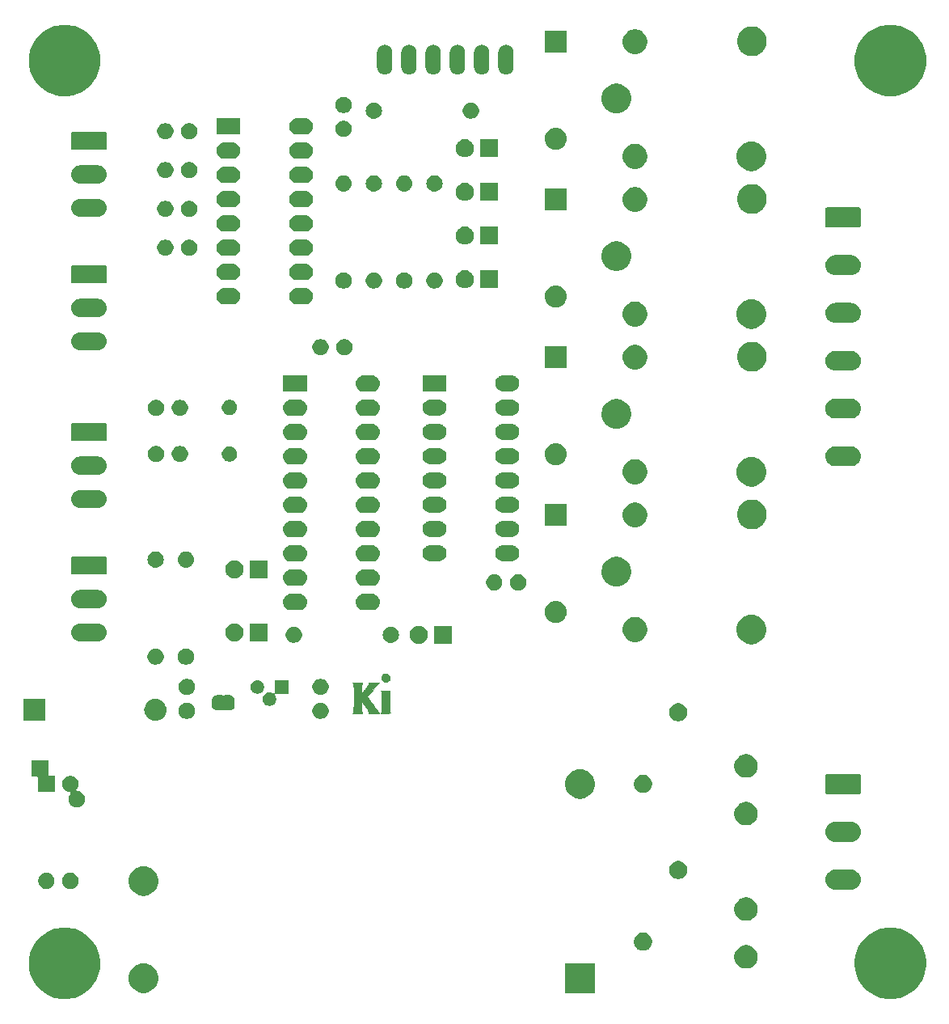
<source format=gbr>
G04 #@! TF.GenerationSoftware,KiCad,Pcbnew,(5.1.4)-1*
G04 #@! TF.CreationDate,2019-09-21T16:39:09-04:00*
G04 #@! TF.ProjectId,projector-screen-controller,70726f6a-6563-4746-9f72-2d7363726565,0.2*
G04 #@! TF.SameCoordinates,Original*
G04 #@! TF.FileFunction,Soldermask,Top*
G04 #@! TF.FilePolarity,Negative*
%FSLAX46Y46*%
G04 Gerber Fmt 4.6, Leading zero omitted, Abs format (unit mm)*
G04 Created by KiCad (PCBNEW (5.1.4)-1) date 2019-09-21 16:39:09*
%MOMM*%
%LPD*%
G04 APERTURE LIST*
%ADD10C,0.010000*%
%ADD11C,0.100000*%
G04 APERTURE END LIST*
D10*
G36*
X112437747Y-115087400D02*
G01*
X112983059Y-115087400D01*
X112784279Y-115288787D01*
X112454571Y-115651691D01*
X112240151Y-115925815D01*
X112161703Y-116029400D01*
X112067144Y-116149529D01*
X111967050Y-116273202D01*
X111871998Y-116387419D01*
X111792566Y-116479181D01*
X111767468Y-116506760D01*
X111686036Y-116594212D01*
X111755994Y-116685356D01*
X111891436Y-116874604D01*
X111978978Y-117014050D01*
X112033848Y-117096286D01*
X112095124Y-117175612D01*
X112100273Y-117181607D01*
X112169222Y-117264581D01*
X112249747Y-117367137D01*
X112332942Y-117477288D01*
X112409902Y-117583047D01*
X112471719Y-117672425D01*
X112507376Y-117729547D01*
X112542457Y-117782596D01*
X112600986Y-117861062D01*
X112672820Y-117952252D01*
X112747815Y-118043472D01*
X112815828Y-118122032D01*
X112852200Y-118161020D01*
X112876089Y-118187081D01*
X112918363Y-118234406D01*
X112926477Y-118243570D01*
X112988055Y-118313200D01*
X111861600Y-118313200D01*
X111861600Y-118234923D01*
X111844837Y-118158395D01*
X111797607Y-118053149D01*
X111724493Y-117927239D01*
X111630081Y-117788716D01*
X111542542Y-117674533D01*
X111471268Y-117582313D01*
X111405947Y-117491269D01*
X111358777Y-117418535D01*
X111352671Y-117407833D01*
X111312629Y-117341434D01*
X111277342Y-117293284D01*
X111268699Y-117284500D01*
X111234138Y-117245816D01*
X111193915Y-117189250D01*
X111156226Y-117141093D01*
X111125715Y-117119487D01*
X111124414Y-117119400D01*
X111115538Y-117144091D01*
X111108418Y-117215381D01*
X111103264Y-117329092D01*
X111100283Y-117481044D01*
X111099600Y-117615961D01*
X111100284Y-117795263D01*
X111102695Y-117931270D01*
X111107375Y-118031475D01*
X111114863Y-118103369D01*
X111125698Y-118154443D01*
X111140421Y-118192188D01*
X111141244Y-118193811D01*
X111176717Y-118253491D01*
X111208223Y-118291618D01*
X111211094Y-118293761D01*
X111195597Y-118299323D01*
X111136247Y-118304262D01*
X111039986Y-118308312D01*
X110913759Y-118311207D01*
X110764511Y-118312682D01*
X110712794Y-118312811D01*
X110186289Y-118313200D01*
X110215968Y-118243350D01*
X110244141Y-118184758D01*
X110266224Y-118149370D01*
X110270057Y-118120142D01*
X110273657Y-118044781D01*
X110276959Y-117927951D01*
X110279896Y-117774317D01*
X110282399Y-117588546D01*
X110284404Y-117375302D01*
X110285842Y-117139251D01*
X110286647Y-116885059D01*
X110286799Y-116713290D01*
X110286741Y-116409311D01*
X110286470Y-116151912D01*
X110285846Y-115936874D01*
X110284726Y-115759978D01*
X110282969Y-115617004D01*
X110280433Y-115503733D01*
X110276976Y-115415945D01*
X110272457Y-115349421D01*
X110266733Y-115299941D01*
X110259662Y-115263286D01*
X110251104Y-115235237D01*
X110240916Y-115211574D01*
X110235999Y-115201699D01*
X110205244Y-115139869D01*
X110187190Y-115100660D01*
X110185199Y-115094729D01*
X110209335Y-115092507D01*
X110276688Y-115090556D01*
X110379672Y-115088984D01*
X110510706Y-115087901D01*
X110662205Y-115087415D01*
X110695917Y-115087400D01*
X110869060Y-115087664D01*
X110997629Y-115088831D01*
X111087846Y-115091464D01*
X111145937Y-115096123D01*
X111178124Y-115103372D01*
X111190632Y-115113772D01*
X111189686Y-115127885D01*
X111188164Y-115131850D01*
X111154805Y-115220673D01*
X111130739Y-115309181D01*
X111114580Y-115408141D01*
X111104942Y-115528321D01*
X111100440Y-115680488D01*
X111099600Y-115820088D01*
X111099599Y-116239904D01*
X111175799Y-116166900D01*
X111223413Y-116116557D01*
X111249994Y-116079278D01*
X111252000Y-116072483D01*
X111267137Y-116046550D01*
X111306628Y-115993128D01*
X111361588Y-115923145D01*
X111423132Y-115847529D01*
X111482377Y-115777209D01*
X111530439Y-115723114D01*
X111557239Y-115697000D01*
X111579561Y-115669734D01*
X111617936Y-115613630D01*
X111645802Y-115570000D01*
X111704005Y-115482298D01*
X111766951Y-115395698D01*
X111789299Y-115367362D01*
X111834013Y-115300736D01*
X111859408Y-115239643D01*
X111861600Y-115223390D01*
X111862122Y-115179677D01*
X111867791Y-115146502D01*
X111884762Y-115122412D01*
X111919189Y-115105955D01*
X111977226Y-115095677D01*
X112065028Y-115090127D01*
X112188750Y-115087851D01*
X112354545Y-115087396D01*
X112437747Y-115087400D01*
X112437747Y-115087400D01*
G37*
X112437747Y-115087400D02*
X112983059Y-115087400D01*
X112784279Y-115288787D01*
X112454571Y-115651691D01*
X112240151Y-115925815D01*
X112161703Y-116029400D01*
X112067144Y-116149529D01*
X111967050Y-116273202D01*
X111871998Y-116387419D01*
X111792566Y-116479181D01*
X111767468Y-116506760D01*
X111686036Y-116594212D01*
X111755994Y-116685356D01*
X111891436Y-116874604D01*
X111978978Y-117014050D01*
X112033848Y-117096286D01*
X112095124Y-117175612D01*
X112100273Y-117181607D01*
X112169222Y-117264581D01*
X112249747Y-117367137D01*
X112332942Y-117477288D01*
X112409902Y-117583047D01*
X112471719Y-117672425D01*
X112507376Y-117729547D01*
X112542457Y-117782596D01*
X112600986Y-117861062D01*
X112672820Y-117952252D01*
X112747815Y-118043472D01*
X112815828Y-118122032D01*
X112852200Y-118161020D01*
X112876089Y-118187081D01*
X112918363Y-118234406D01*
X112926477Y-118243570D01*
X112988055Y-118313200D01*
X111861600Y-118313200D01*
X111861600Y-118234923D01*
X111844837Y-118158395D01*
X111797607Y-118053149D01*
X111724493Y-117927239D01*
X111630081Y-117788716D01*
X111542542Y-117674533D01*
X111471268Y-117582313D01*
X111405947Y-117491269D01*
X111358777Y-117418535D01*
X111352671Y-117407833D01*
X111312629Y-117341434D01*
X111277342Y-117293284D01*
X111268699Y-117284500D01*
X111234138Y-117245816D01*
X111193915Y-117189250D01*
X111156226Y-117141093D01*
X111125715Y-117119487D01*
X111124414Y-117119400D01*
X111115538Y-117144091D01*
X111108418Y-117215381D01*
X111103264Y-117329092D01*
X111100283Y-117481044D01*
X111099600Y-117615961D01*
X111100284Y-117795263D01*
X111102695Y-117931270D01*
X111107375Y-118031475D01*
X111114863Y-118103369D01*
X111125698Y-118154443D01*
X111140421Y-118192188D01*
X111141244Y-118193811D01*
X111176717Y-118253491D01*
X111208223Y-118291618D01*
X111211094Y-118293761D01*
X111195597Y-118299323D01*
X111136247Y-118304262D01*
X111039986Y-118308312D01*
X110913759Y-118311207D01*
X110764511Y-118312682D01*
X110712794Y-118312811D01*
X110186289Y-118313200D01*
X110215968Y-118243350D01*
X110244141Y-118184758D01*
X110266224Y-118149370D01*
X110270057Y-118120142D01*
X110273657Y-118044781D01*
X110276959Y-117927951D01*
X110279896Y-117774317D01*
X110282399Y-117588546D01*
X110284404Y-117375302D01*
X110285842Y-117139251D01*
X110286647Y-116885059D01*
X110286799Y-116713290D01*
X110286741Y-116409311D01*
X110286470Y-116151912D01*
X110285846Y-115936874D01*
X110284726Y-115759978D01*
X110282969Y-115617004D01*
X110280433Y-115503733D01*
X110276976Y-115415945D01*
X110272457Y-115349421D01*
X110266733Y-115299941D01*
X110259662Y-115263286D01*
X110251104Y-115235237D01*
X110240916Y-115211574D01*
X110235999Y-115201699D01*
X110205244Y-115139869D01*
X110187190Y-115100660D01*
X110185199Y-115094729D01*
X110209335Y-115092507D01*
X110276688Y-115090556D01*
X110379672Y-115088984D01*
X110510706Y-115087901D01*
X110662205Y-115087415D01*
X110695917Y-115087400D01*
X110869060Y-115087664D01*
X110997629Y-115088831D01*
X111087846Y-115091464D01*
X111145937Y-115096123D01*
X111178124Y-115103372D01*
X111190632Y-115113772D01*
X111189686Y-115127885D01*
X111188164Y-115131850D01*
X111154805Y-115220673D01*
X111130739Y-115309181D01*
X111114580Y-115408141D01*
X111104942Y-115528321D01*
X111100440Y-115680488D01*
X111099600Y-115820088D01*
X111099599Y-116239904D01*
X111175799Y-116166900D01*
X111223413Y-116116557D01*
X111249994Y-116079278D01*
X111252000Y-116072483D01*
X111267137Y-116046550D01*
X111306628Y-115993128D01*
X111361588Y-115923145D01*
X111423132Y-115847529D01*
X111482377Y-115777209D01*
X111530439Y-115723114D01*
X111557239Y-115697000D01*
X111579561Y-115669734D01*
X111617936Y-115613630D01*
X111645802Y-115570000D01*
X111704005Y-115482298D01*
X111766951Y-115395698D01*
X111789299Y-115367362D01*
X111834013Y-115300736D01*
X111859408Y-115239643D01*
X111861600Y-115223390D01*
X111862122Y-115179677D01*
X111867791Y-115146502D01*
X111884762Y-115122412D01*
X111919189Y-115105955D01*
X111977226Y-115095677D01*
X112065028Y-115090127D01*
X112188750Y-115087851D01*
X112354545Y-115087396D01*
X112437747Y-115087400D01*
G36*
X114020600Y-117051045D02*
G01*
X114020821Y-117322528D01*
X114021583Y-117547618D01*
X114023026Y-117730721D01*
X114025294Y-117876240D01*
X114028531Y-117988583D01*
X114032878Y-118072155D01*
X114038480Y-118131359D01*
X114045478Y-118170603D01*
X114054016Y-118194292D01*
X114057892Y-118200395D01*
X114084178Y-118237943D01*
X114094891Y-118266085D01*
X114084710Y-118286174D01*
X114048312Y-118299563D01*
X113980376Y-118307605D01*
X113875578Y-118311653D01*
X113728598Y-118313060D01*
X113614200Y-118313200D01*
X113463918Y-118312515D01*
X113332727Y-118310608D01*
X113228427Y-118307702D01*
X113158819Y-118304017D01*
X113131705Y-118299776D01*
X113131600Y-118299488D01*
X113142155Y-118270454D01*
X113168726Y-118213509D01*
X113182400Y-118186200D01*
X113195266Y-118158760D01*
X113205759Y-118128394D01*
X113214120Y-118089920D01*
X113220591Y-118038155D01*
X113225411Y-117967918D01*
X113228822Y-117874027D01*
X113231065Y-117751301D01*
X113232381Y-117594559D01*
X113233010Y-117398617D01*
X113233195Y-117158296D01*
X113233200Y-117093750D01*
X113232947Y-116836269D01*
X113232071Y-116624749D01*
X113230396Y-116454351D01*
X113227748Y-116320238D01*
X113223950Y-116217571D01*
X113218827Y-116141513D01*
X113212203Y-116087226D01*
X113203903Y-116049872D01*
X113194447Y-116025938D01*
X113155695Y-115951000D01*
X114020600Y-115951000D01*
X114020600Y-117051045D01*
X114020600Y-117051045D01*
G37*
X114020600Y-117051045D02*
X114020821Y-117322528D01*
X114021583Y-117547618D01*
X114023026Y-117730721D01*
X114025294Y-117876240D01*
X114028531Y-117988583D01*
X114032878Y-118072155D01*
X114038480Y-118131359D01*
X114045478Y-118170603D01*
X114054016Y-118194292D01*
X114057892Y-118200395D01*
X114084178Y-118237943D01*
X114094891Y-118266085D01*
X114084710Y-118286174D01*
X114048312Y-118299563D01*
X113980376Y-118307605D01*
X113875578Y-118311653D01*
X113728598Y-118313060D01*
X113614200Y-118313200D01*
X113463918Y-118312515D01*
X113332727Y-118310608D01*
X113228427Y-118307702D01*
X113158819Y-118304017D01*
X113131705Y-118299776D01*
X113131600Y-118299488D01*
X113142155Y-118270454D01*
X113168726Y-118213509D01*
X113182400Y-118186200D01*
X113195266Y-118158760D01*
X113205759Y-118128394D01*
X113214120Y-118089920D01*
X113220591Y-118038155D01*
X113225411Y-117967918D01*
X113228822Y-117874027D01*
X113231065Y-117751301D01*
X113232381Y-117594559D01*
X113233010Y-117398617D01*
X113233195Y-117158296D01*
X113233200Y-117093750D01*
X113232947Y-116836269D01*
X113232071Y-116624749D01*
X113230396Y-116454351D01*
X113227748Y-116320238D01*
X113223950Y-116217571D01*
X113218827Y-116141513D01*
X113212203Y-116087226D01*
X113203903Y-116049872D01*
X113194447Y-116025938D01*
X113155695Y-115951000D01*
X114020600Y-115951000D01*
X114020600Y-117051045D01*
G36*
X113779941Y-114184960D02*
G01*
X113897545Y-114251395D01*
X113991023Y-114354045D01*
X114034812Y-114440124D01*
X114065422Y-114578614D01*
X114056321Y-114716591D01*
X114008973Y-114838084D01*
X113996588Y-114856850D01*
X113906149Y-114944408D01*
X113787271Y-115004553D01*
X113654333Y-115034418D01*
X113521713Y-115031134D01*
X113403790Y-114991832D01*
X113383006Y-114979244D01*
X113300737Y-114900394D01*
X113232914Y-114791770D01*
X113190747Y-114674295D01*
X113182400Y-114604799D01*
X113201674Y-114495575D01*
X113252190Y-114381110D01*
X113322982Y-114282158D01*
X113378642Y-114233295D01*
X113510861Y-114172876D01*
X113647837Y-114157776D01*
X113779941Y-114184960D01*
X113779941Y-114184960D01*
G37*
X113779941Y-114184960D02*
X113897545Y-114251395D01*
X113991023Y-114354045D01*
X114034812Y-114440124D01*
X114065422Y-114578614D01*
X114056321Y-114716591D01*
X114008973Y-114838084D01*
X113996588Y-114856850D01*
X113906149Y-114944408D01*
X113787271Y-115004553D01*
X113654333Y-115034418D01*
X113521713Y-115031134D01*
X113403790Y-114991832D01*
X113383006Y-114979244D01*
X113300737Y-114900394D01*
X113232914Y-114791770D01*
X113190747Y-114674295D01*
X113182400Y-114604799D01*
X113201674Y-114495575D01*
X113252190Y-114381110D01*
X113322982Y-114282158D01*
X113378642Y-114233295D01*
X113510861Y-114172876D01*
X113647837Y-114157776D01*
X113779941Y-114184960D01*
D11*
G36*
X167352564Y-140845099D02*
G01*
X167594126Y-140893149D01*
X168276765Y-141175907D01*
X168891123Y-141586408D01*
X169413592Y-142108877D01*
X169824093Y-142723235D01*
X170106851Y-143405874D01*
X170106851Y-143405875D01*
X170251000Y-144130557D01*
X170251000Y-144869443D01*
X170224257Y-145003886D01*
X170106851Y-145594126D01*
X169824093Y-146276765D01*
X169413592Y-146891123D01*
X168891123Y-147413592D01*
X168276765Y-147824093D01*
X167594126Y-148106851D01*
X167352564Y-148154901D01*
X166869443Y-148251000D01*
X166130557Y-148251000D01*
X165647436Y-148154901D01*
X165405874Y-148106851D01*
X164723235Y-147824093D01*
X164108877Y-147413592D01*
X163586408Y-146891123D01*
X163175907Y-146276765D01*
X162893149Y-145594126D01*
X162775743Y-145003886D01*
X162749000Y-144869443D01*
X162749000Y-144130557D01*
X162893149Y-143405875D01*
X162893149Y-143405874D01*
X163175907Y-142723235D01*
X163586408Y-142108877D01*
X164108877Y-141586408D01*
X164723235Y-141175907D01*
X165405874Y-140893149D01*
X165647436Y-140845099D01*
X166130557Y-140749000D01*
X166869443Y-140749000D01*
X167352564Y-140845099D01*
X167352564Y-140845099D01*
G37*
G36*
X80852564Y-140845099D02*
G01*
X81094126Y-140893149D01*
X81776765Y-141175907D01*
X82391123Y-141586408D01*
X82913592Y-142108877D01*
X83324093Y-142723235D01*
X83606851Y-143405874D01*
X83606851Y-143405875D01*
X83751000Y-144130557D01*
X83751000Y-144869443D01*
X83724257Y-145003886D01*
X83606851Y-145594126D01*
X83324093Y-146276765D01*
X82913592Y-146891123D01*
X82391123Y-147413592D01*
X81776765Y-147824093D01*
X81094126Y-148106851D01*
X80852564Y-148154901D01*
X80369443Y-148251000D01*
X79630557Y-148251000D01*
X79147436Y-148154901D01*
X78905874Y-148106851D01*
X78223235Y-147824093D01*
X77608877Y-147413592D01*
X77086408Y-146891123D01*
X76675907Y-146276765D01*
X76393149Y-145594126D01*
X76275743Y-145003886D01*
X76249000Y-144869443D01*
X76249000Y-144130557D01*
X76393149Y-143405875D01*
X76393149Y-143405874D01*
X76675907Y-142723235D01*
X77086408Y-142108877D01*
X77608877Y-141586408D01*
X78223235Y-141175907D01*
X78905874Y-140893149D01*
X79147436Y-140845099D01*
X79630557Y-140749000D01*
X80369443Y-140749000D01*
X80852564Y-140845099D01*
X80852564Y-140845099D01*
G37*
G36*
X88567585Y-144528802D02*
G01*
X88717410Y-144558604D01*
X88999674Y-144675521D01*
X89253705Y-144845259D01*
X89469741Y-145061295D01*
X89639479Y-145315326D01*
X89754961Y-145594126D01*
X89756396Y-145597591D01*
X89816000Y-145897239D01*
X89816000Y-146202761D01*
X89801280Y-146276763D01*
X89756396Y-146502410D01*
X89639479Y-146784674D01*
X89469741Y-147038705D01*
X89253705Y-147254741D01*
X88999674Y-147424479D01*
X88717410Y-147541396D01*
X88611333Y-147562496D01*
X88417761Y-147601000D01*
X88112239Y-147601000D01*
X87918667Y-147562496D01*
X87812590Y-147541396D01*
X87530326Y-147424479D01*
X87276295Y-147254741D01*
X87060259Y-147038705D01*
X86890521Y-146784674D01*
X86773604Y-146502410D01*
X86728720Y-146276763D01*
X86714000Y-146202761D01*
X86714000Y-145897239D01*
X86773604Y-145597591D01*
X86775039Y-145594126D01*
X86890521Y-145315326D01*
X87060259Y-145061295D01*
X87276295Y-144845259D01*
X87530326Y-144675521D01*
X87812590Y-144558604D01*
X87962415Y-144528802D01*
X88112239Y-144499000D01*
X88417761Y-144499000D01*
X88567585Y-144528802D01*
X88567585Y-144528802D01*
G37*
G36*
X135536000Y-147601000D02*
G01*
X132434000Y-147601000D01*
X132434000Y-144499000D01*
X135536000Y-144499000D01*
X135536000Y-147601000D01*
X135536000Y-147601000D01*
G37*
G36*
X151741610Y-142646114D02*
G01*
X151964727Y-142738532D01*
X151964729Y-142738533D01*
X152015269Y-142772303D01*
X152165529Y-142872703D01*
X152336297Y-143043471D01*
X152470468Y-143244273D01*
X152562886Y-143467390D01*
X152610000Y-143704248D01*
X152610000Y-143945752D01*
X152562886Y-144182610D01*
X152470468Y-144405727D01*
X152336297Y-144606529D01*
X152165529Y-144777297D01*
X152027625Y-144869441D01*
X151964729Y-144911467D01*
X151964728Y-144911468D01*
X151964727Y-144911468D01*
X151741610Y-145003886D01*
X151504752Y-145051000D01*
X151263248Y-145051000D01*
X151026390Y-145003886D01*
X150803273Y-144911468D01*
X150803272Y-144911468D01*
X150803271Y-144911467D01*
X150740375Y-144869441D01*
X150602471Y-144777297D01*
X150431703Y-144606529D01*
X150297532Y-144405727D01*
X150205114Y-144182610D01*
X150158000Y-143945752D01*
X150158000Y-143704248D01*
X150205114Y-143467390D01*
X150297532Y-143244273D01*
X150431703Y-143043471D01*
X150602471Y-142872703D01*
X150752731Y-142772303D01*
X150803271Y-142738533D01*
X150803273Y-142738532D01*
X151026390Y-142646114D01*
X151263248Y-142599000D01*
X151504752Y-142599000D01*
X151741610Y-142646114D01*
X151741610Y-142646114D01*
G37*
G36*
X140866395Y-141325546D02*
G01*
X141039466Y-141397234D01*
X141039467Y-141397235D01*
X141195227Y-141501310D01*
X141327690Y-141633773D01*
X141327691Y-141633775D01*
X141431766Y-141789534D01*
X141503454Y-141962605D01*
X141540000Y-142146333D01*
X141540000Y-142333667D01*
X141503454Y-142517395D01*
X141431766Y-142690466D01*
X141391046Y-142751408D01*
X141327690Y-142846227D01*
X141195227Y-142978690D01*
X141116818Y-143031081D01*
X141039466Y-143082766D01*
X140866395Y-143154454D01*
X140682667Y-143191000D01*
X140495333Y-143191000D01*
X140311605Y-143154454D01*
X140138534Y-143082766D01*
X140061182Y-143031081D01*
X139982773Y-142978690D01*
X139850310Y-142846227D01*
X139786954Y-142751408D01*
X139746234Y-142690466D01*
X139674546Y-142517395D01*
X139638000Y-142333667D01*
X139638000Y-142146333D01*
X139674546Y-141962605D01*
X139746234Y-141789534D01*
X139850309Y-141633775D01*
X139850310Y-141633773D01*
X139982773Y-141501310D01*
X140138533Y-141397235D01*
X140138534Y-141397234D01*
X140311605Y-141325546D01*
X140495333Y-141289000D01*
X140682667Y-141289000D01*
X140866395Y-141325546D01*
X140866395Y-141325546D01*
G37*
G36*
X151741610Y-137646114D02*
G01*
X151964727Y-137738532D01*
X151964729Y-137738533D01*
X152015269Y-137772303D01*
X152165529Y-137872703D01*
X152336297Y-138043471D01*
X152470468Y-138244273D01*
X152562886Y-138467390D01*
X152610000Y-138704248D01*
X152610000Y-138945752D01*
X152562886Y-139182610D01*
X152470468Y-139405727D01*
X152336297Y-139606529D01*
X152165529Y-139777297D01*
X152015269Y-139877697D01*
X151964729Y-139911467D01*
X151964728Y-139911468D01*
X151964727Y-139911468D01*
X151741610Y-140003886D01*
X151504752Y-140051000D01*
X151263248Y-140051000D01*
X151026390Y-140003886D01*
X150803273Y-139911468D01*
X150803272Y-139911468D01*
X150803271Y-139911467D01*
X150752731Y-139877697D01*
X150602471Y-139777297D01*
X150431703Y-139606529D01*
X150297532Y-139405727D01*
X150205114Y-139182610D01*
X150158000Y-138945752D01*
X150158000Y-138704248D01*
X150205114Y-138467390D01*
X150297532Y-138244273D01*
X150431703Y-138043471D01*
X150602471Y-137872703D01*
X150752731Y-137772303D01*
X150803271Y-137738533D01*
X150803273Y-137738532D01*
X151026390Y-137646114D01*
X151263248Y-137599000D01*
X151504752Y-137599000D01*
X151741610Y-137646114D01*
X151741610Y-137646114D01*
G37*
G36*
X88567585Y-134368802D02*
G01*
X88717410Y-134398604D01*
X88999674Y-134515521D01*
X89253705Y-134685259D01*
X89469741Y-134901295D01*
X89639479Y-135155326D01*
X89756396Y-135437590D01*
X89816000Y-135737240D01*
X89816000Y-136042760D01*
X89756396Y-136342410D01*
X89639479Y-136624674D01*
X89469741Y-136878705D01*
X89253705Y-137094741D01*
X88999674Y-137264479D01*
X88717410Y-137381396D01*
X88567585Y-137411198D01*
X88417761Y-137441000D01*
X88112239Y-137441000D01*
X87962415Y-137411198D01*
X87812590Y-137381396D01*
X87530326Y-137264479D01*
X87276295Y-137094741D01*
X87060259Y-136878705D01*
X86890521Y-136624674D01*
X86773604Y-136342410D01*
X86714000Y-136042760D01*
X86714000Y-135737240D01*
X86773604Y-135437590D01*
X86890521Y-135155326D01*
X87060259Y-134901295D01*
X87276295Y-134685259D01*
X87530326Y-134515521D01*
X87812590Y-134398604D01*
X87962415Y-134368802D01*
X88112239Y-134339000D01*
X88417761Y-134339000D01*
X88567585Y-134368802D01*
X88567585Y-134368802D01*
G37*
G36*
X162447097Y-134684069D02*
G01*
X162550032Y-134694207D01*
X162748146Y-134754305D01*
X162748149Y-134754306D01*
X162844975Y-134806061D01*
X162930729Y-134851897D01*
X163090765Y-134983235D01*
X163222103Y-135143271D01*
X163267939Y-135229025D01*
X163319694Y-135325851D01*
X163319695Y-135325854D01*
X163379793Y-135523968D01*
X163400085Y-135730000D01*
X163379793Y-135936032D01*
X163319695Y-136134146D01*
X163319694Y-136134149D01*
X163267939Y-136230975D01*
X163222103Y-136316729D01*
X163090765Y-136476765D01*
X162930729Y-136608103D01*
X162844975Y-136653939D01*
X162748149Y-136705694D01*
X162748146Y-136705695D01*
X162550032Y-136765793D01*
X162447097Y-136775931D01*
X162395631Y-136781000D01*
X160692369Y-136781000D01*
X160640903Y-136775931D01*
X160537968Y-136765793D01*
X160339854Y-136705695D01*
X160339851Y-136705694D01*
X160243025Y-136653939D01*
X160157271Y-136608103D01*
X159997235Y-136476765D01*
X159865897Y-136316729D01*
X159820061Y-136230975D01*
X159768306Y-136134149D01*
X159768305Y-136134146D01*
X159708207Y-135936032D01*
X159687915Y-135730000D01*
X159708207Y-135523968D01*
X159768305Y-135325854D01*
X159768306Y-135325851D01*
X159820061Y-135229025D01*
X159865897Y-135143271D01*
X159997235Y-134983235D01*
X160157271Y-134851897D01*
X160243025Y-134806061D01*
X160339851Y-134754306D01*
X160339854Y-134754305D01*
X160537968Y-134694207D01*
X160640903Y-134684069D01*
X160692369Y-134679000D01*
X162395631Y-134679000D01*
X162447097Y-134684069D01*
X162447097Y-134684069D01*
G37*
G36*
X78343419Y-135053832D02*
G01*
X78498291Y-135117982D01*
X78637672Y-135211114D01*
X78756206Y-135329648D01*
X78849338Y-135469029D01*
X78913488Y-135623901D01*
X78946191Y-135788313D01*
X78946191Y-135955945D01*
X78913488Y-136120357D01*
X78849338Y-136275229D01*
X78756206Y-136414610D01*
X78637672Y-136533144D01*
X78498291Y-136626276D01*
X78343419Y-136690426D01*
X78179007Y-136723129D01*
X78011375Y-136723129D01*
X77846963Y-136690426D01*
X77692091Y-136626276D01*
X77552710Y-136533144D01*
X77434176Y-136414610D01*
X77341044Y-136275229D01*
X77276894Y-136120357D01*
X77244191Y-135955945D01*
X77244191Y-135788313D01*
X77276894Y-135623901D01*
X77341044Y-135469029D01*
X77434176Y-135329648D01*
X77552710Y-135211114D01*
X77692091Y-135117982D01*
X77846963Y-135053832D01*
X78011375Y-135021129D01*
X78179007Y-135021129D01*
X78343419Y-135053832D01*
X78343419Y-135053832D01*
G37*
G36*
X80843419Y-135053832D02*
G01*
X80998291Y-135117982D01*
X81137672Y-135211114D01*
X81256206Y-135329648D01*
X81349338Y-135469029D01*
X81413488Y-135623901D01*
X81446191Y-135788313D01*
X81446191Y-135955945D01*
X81413488Y-136120357D01*
X81349338Y-136275229D01*
X81256206Y-136414610D01*
X81137672Y-136533144D01*
X80998291Y-136626276D01*
X80843419Y-136690426D01*
X80679007Y-136723129D01*
X80511375Y-136723129D01*
X80346963Y-136690426D01*
X80192091Y-136626276D01*
X80052710Y-136533144D01*
X79934176Y-136414610D01*
X79841044Y-136275229D01*
X79776894Y-136120357D01*
X79744191Y-135955945D01*
X79744191Y-135788313D01*
X79776894Y-135623901D01*
X79841044Y-135469029D01*
X79934176Y-135329648D01*
X80052710Y-135211114D01*
X80192091Y-135117982D01*
X80346963Y-135053832D01*
X80511375Y-135021129D01*
X80679007Y-135021129D01*
X80843419Y-135053832D01*
X80843419Y-135053832D01*
G37*
G36*
X144566395Y-133825546D02*
G01*
X144739466Y-133897234D01*
X144739467Y-133897235D01*
X144895227Y-134001310D01*
X145027690Y-134133773D01*
X145027691Y-134133775D01*
X145131766Y-134289534D01*
X145203454Y-134462605D01*
X145240000Y-134646333D01*
X145240000Y-134833667D01*
X145203454Y-135017395D01*
X145131766Y-135190466D01*
X145131765Y-135190467D01*
X145027690Y-135346227D01*
X144895227Y-135478690D01*
X144827463Y-135523968D01*
X144739466Y-135582766D01*
X144566395Y-135654454D01*
X144382667Y-135691000D01*
X144195333Y-135691000D01*
X144011605Y-135654454D01*
X143838534Y-135582766D01*
X143750537Y-135523968D01*
X143682773Y-135478690D01*
X143550310Y-135346227D01*
X143446235Y-135190467D01*
X143446234Y-135190466D01*
X143374546Y-135017395D01*
X143338000Y-134833667D01*
X143338000Y-134646333D01*
X143374546Y-134462605D01*
X143446234Y-134289534D01*
X143550309Y-134133775D01*
X143550310Y-134133773D01*
X143682773Y-134001310D01*
X143838533Y-133897235D01*
X143838534Y-133897234D01*
X144011605Y-133825546D01*
X144195333Y-133789000D01*
X144382667Y-133789000D01*
X144566395Y-133825546D01*
X144566395Y-133825546D01*
G37*
G36*
X162447097Y-129684069D02*
G01*
X162550032Y-129694207D01*
X162748146Y-129754305D01*
X162748149Y-129754306D01*
X162844975Y-129806061D01*
X162930729Y-129851897D01*
X163090765Y-129983235D01*
X163222103Y-130143271D01*
X163267939Y-130229025D01*
X163319694Y-130325851D01*
X163319695Y-130325854D01*
X163379793Y-130523968D01*
X163400085Y-130730000D01*
X163379793Y-130936032D01*
X163319695Y-131134146D01*
X163319694Y-131134149D01*
X163267939Y-131230975D01*
X163222103Y-131316729D01*
X163090765Y-131476765D01*
X162930729Y-131608103D01*
X162844975Y-131653939D01*
X162748149Y-131705694D01*
X162748146Y-131705695D01*
X162550032Y-131765793D01*
X162447097Y-131775931D01*
X162395631Y-131781000D01*
X160692369Y-131781000D01*
X160640903Y-131775931D01*
X160537968Y-131765793D01*
X160339854Y-131705695D01*
X160339851Y-131705694D01*
X160243025Y-131653939D01*
X160157271Y-131608103D01*
X159997235Y-131476765D01*
X159865897Y-131316729D01*
X159820061Y-131230975D01*
X159768306Y-131134149D01*
X159768305Y-131134146D01*
X159708207Y-130936032D01*
X159687915Y-130730000D01*
X159708207Y-130523968D01*
X159768305Y-130325854D01*
X159768306Y-130325851D01*
X159820061Y-130229025D01*
X159865897Y-130143271D01*
X159997235Y-129983235D01*
X160157271Y-129851897D01*
X160243025Y-129806061D01*
X160339851Y-129754306D01*
X160339854Y-129754305D01*
X160537968Y-129694207D01*
X160640903Y-129684069D01*
X160692369Y-129679000D01*
X162395631Y-129679000D01*
X162447097Y-129684069D01*
X162447097Y-129684069D01*
G37*
G36*
X151741610Y-127646114D02*
G01*
X151951613Y-127733100D01*
X151964729Y-127738533D01*
X152015269Y-127772303D01*
X152165529Y-127872703D01*
X152336297Y-128043471D01*
X152470468Y-128244273D01*
X152562886Y-128467390D01*
X152610000Y-128704248D01*
X152610000Y-128945752D01*
X152562886Y-129182610D01*
X152470468Y-129405727D01*
X152336297Y-129606529D01*
X152165529Y-129777297D01*
X152015269Y-129877697D01*
X151964729Y-129911467D01*
X151964728Y-129911468D01*
X151964727Y-129911468D01*
X151741610Y-130003886D01*
X151504752Y-130051000D01*
X151263248Y-130051000D01*
X151026390Y-130003886D01*
X150803273Y-129911468D01*
X150803272Y-129911468D01*
X150803271Y-129911467D01*
X150752731Y-129877697D01*
X150602471Y-129777297D01*
X150431703Y-129606529D01*
X150297532Y-129405727D01*
X150205114Y-129182610D01*
X150158000Y-128945752D01*
X150158000Y-128704248D01*
X150205114Y-128467390D01*
X150297532Y-128244273D01*
X150431703Y-128043471D01*
X150602471Y-127872703D01*
X150752731Y-127772303D01*
X150803271Y-127738533D01*
X150816387Y-127733100D01*
X151026390Y-127646114D01*
X151263248Y-127599000D01*
X151504752Y-127599000D01*
X151741610Y-127646114D01*
X151741610Y-127646114D01*
G37*
G36*
X80853228Y-124911703D02*
G01*
X81008100Y-124975853D01*
X81147481Y-125068985D01*
X81266015Y-125187519D01*
X81359147Y-125326900D01*
X81423297Y-125481772D01*
X81456000Y-125646184D01*
X81456000Y-125813816D01*
X81423297Y-125978228D01*
X81359147Y-126133100D01*
X81266015Y-126272481D01*
X81266012Y-126272484D01*
X81260619Y-126280555D01*
X81257337Y-126284555D01*
X81245786Y-126306166D01*
X81238673Y-126329615D01*
X81236271Y-126354001D01*
X81238673Y-126378387D01*
X81245786Y-126401836D01*
X81257337Y-126423447D01*
X81272882Y-126442389D01*
X81291824Y-126457934D01*
X81313435Y-126469485D01*
X81336884Y-126476598D01*
X81358264Y-126478704D01*
X81359752Y-126479000D01*
X81359753Y-126479000D01*
X81524165Y-126511703D01*
X81679037Y-126575853D01*
X81818418Y-126668985D01*
X81936952Y-126787519D01*
X82030084Y-126926900D01*
X82094234Y-127081772D01*
X82126937Y-127246184D01*
X82126937Y-127413816D01*
X82094234Y-127578228D01*
X82030084Y-127733100D01*
X81936952Y-127872481D01*
X81818418Y-127991015D01*
X81679037Y-128084147D01*
X81524165Y-128148297D01*
X81359753Y-128181000D01*
X81192121Y-128181000D01*
X81027709Y-128148297D01*
X80872837Y-128084147D01*
X80733456Y-127991015D01*
X80614922Y-127872481D01*
X80521790Y-127733100D01*
X80457640Y-127578228D01*
X80424937Y-127413816D01*
X80424937Y-127246184D01*
X80457640Y-127081772D01*
X80521790Y-126926900D01*
X80614922Y-126787519D01*
X80614925Y-126787516D01*
X80620318Y-126779445D01*
X80623600Y-126775445D01*
X80635151Y-126753834D01*
X80642264Y-126730385D01*
X80644666Y-126705999D01*
X80642264Y-126681613D01*
X80635151Y-126658164D01*
X80623600Y-126636553D01*
X80608055Y-126617611D01*
X80589113Y-126602066D01*
X80567502Y-126590515D01*
X80544053Y-126583402D01*
X80522673Y-126581296D01*
X80521185Y-126581000D01*
X80521184Y-126581000D01*
X80356772Y-126548297D01*
X80201900Y-126484147D01*
X80062519Y-126391015D01*
X79943985Y-126272481D01*
X79850853Y-126133100D01*
X79786703Y-125978228D01*
X79754000Y-125813816D01*
X79754000Y-125646184D01*
X79786703Y-125481772D01*
X79850853Y-125326900D01*
X79943985Y-125187519D01*
X80062519Y-125068985D01*
X80201900Y-124975853D01*
X80356772Y-124911703D01*
X80521184Y-124879000D01*
X80688816Y-124879000D01*
X80853228Y-124911703D01*
X80853228Y-124911703D01*
G37*
G36*
X134287585Y-124208802D02*
G01*
X134437410Y-124238604D01*
X134719674Y-124355521D01*
X134973705Y-124525259D01*
X135189741Y-124741295D01*
X135359479Y-124995326D01*
X135476396Y-125277590D01*
X135536000Y-125577240D01*
X135536000Y-125882760D01*
X135476396Y-126182410D01*
X135359479Y-126464674D01*
X135189741Y-126718705D01*
X134973705Y-126934741D01*
X134719674Y-127104479D01*
X134437410Y-127221396D01*
X134312792Y-127246184D01*
X134137761Y-127281000D01*
X133832239Y-127281000D01*
X133657208Y-127246184D01*
X133532590Y-127221396D01*
X133250326Y-127104479D01*
X132996295Y-126934741D01*
X132780259Y-126718705D01*
X132610521Y-126464674D01*
X132493604Y-126182410D01*
X132434000Y-125882760D01*
X132434000Y-125577240D01*
X132493604Y-125277590D01*
X132610521Y-124995326D01*
X132780259Y-124741295D01*
X132996295Y-124525259D01*
X133250326Y-124355521D01*
X133532590Y-124238604D01*
X133682415Y-124208802D01*
X133832239Y-124179000D01*
X134137761Y-124179000D01*
X134287585Y-124208802D01*
X134287585Y-124208802D01*
G37*
G36*
X163258852Y-124682840D02*
G01*
X163290443Y-124692423D01*
X163319557Y-124707985D01*
X163345074Y-124728926D01*
X163366015Y-124754443D01*
X163381577Y-124783557D01*
X163391160Y-124815148D01*
X163395000Y-124854140D01*
X163395000Y-126605860D01*
X163391160Y-126644852D01*
X163381577Y-126676443D01*
X163366015Y-126705557D01*
X163345074Y-126731074D01*
X163319557Y-126752015D01*
X163290443Y-126767577D01*
X163258852Y-126777160D01*
X163219860Y-126781000D01*
X159868140Y-126781000D01*
X159829148Y-126777160D01*
X159797557Y-126767577D01*
X159768443Y-126752015D01*
X159742926Y-126731074D01*
X159721985Y-126705557D01*
X159706423Y-126676443D01*
X159696840Y-126644852D01*
X159693000Y-126605860D01*
X159693000Y-124854140D01*
X159696840Y-124815148D01*
X159706423Y-124783557D01*
X159721985Y-124754443D01*
X159742926Y-124728926D01*
X159768443Y-124707985D01*
X159797557Y-124692423D01*
X159829148Y-124682840D01*
X159868140Y-124679000D01*
X163219860Y-124679000D01*
X163258852Y-124682840D01*
X163258852Y-124682840D01*
G37*
G36*
X140866395Y-124815546D02*
G01*
X141039466Y-124887234D01*
X141076086Y-124911703D01*
X141195227Y-124991310D01*
X141327690Y-125123773D01*
X141370284Y-125187520D01*
X141431766Y-125279534D01*
X141503454Y-125452605D01*
X141540000Y-125636333D01*
X141540000Y-125823667D01*
X141503454Y-126007395D01*
X141431766Y-126180466D01*
X141430467Y-126182410D01*
X141327690Y-126336227D01*
X141195227Y-126468690D01*
X141172092Y-126484148D01*
X141039466Y-126572766D01*
X140866395Y-126644454D01*
X140682667Y-126681000D01*
X140495333Y-126681000D01*
X140311605Y-126644454D01*
X140138534Y-126572766D01*
X140005908Y-126484148D01*
X139982773Y-126468690D01*
X139850310Y-126336227D01*
X139747533Y-126182410D01*
X139746234Y-126180466D01*
X139674546Y-126007395D01*
X139638000Y-125823667D01*
X139638000Y-125636333D01*
X139674546Y-125452605D01*
X139746234Y-125279534D01*
X139807716Y-125187520D01*
X139850310Y-125123773D01*
X139982773Y-124991310D01*
X140101914Y-124911703D01*
X140138534Y-124887234D01*
X140311605Y-124815546D01*
X140495333Y-124779000D01*
X140682667Y-124779000D01*
X140866395Y-124815546D01*
X140866395Y-124815546D01*
G37*
G36*
X78285063Y-124754001D02*
G01*
X78287465Y-124778387D01*
X78294578Y-124801836D01*
X78306129Y-124823447D01*
X78321674Y-124842389D01*
X78340616Y-124857934D01*
X78362227Y-124869485D01*
X78385676Y-124876598D01*
X78410062Y-124879000D01*
X78956000Y-124879000D01*
X78956000Y-126581000D01*
X77254000Y-126581000D01*
X77254000Y-125105999D01*
X77251598Y-125081613D01*
X77244485Y-125058164D01*
X77232934Y-125036553D01*
X77217389Y-125017611D01*
X77198447Y-125002066D01*
X77176836Y-124990515D01*
X77153387Y-124983402D01*
X77129001Y-124981000D01*
X76583063Y-124981000D01*
X76583063Y-123279000D01*
X78285063Y-123279000D01*
X78285063Y-124754001D01*
X78285063Y-124754001D01*
G37*
G36*
X151741610Y-122646114D02*
G01*
X151964727Y-122738532D01*
X151964729Y-122738533D01*
X152015269Y-122772303D01*
X152165529Y-122872703D01*
X152336297Y-123043471D01*
X152470468Y-123244273D01*
X152562886Y-123467390D01*
X152610000Y-123704248D01*
X152610000Y-123945752D01*
X152562886Y-124182610D01*
X152470468Y-124405727D01*
X152336297Y-124606529D01*
X152165529Y-124777297D01*
X152027559Y-124869485D01*
X151964729Y-124911467D01*
X151964728Y-124911468D01*
X151964727Y-124911468D01*
X151741610Y-125003886D01*
X151504752Y-125051000D01*
X151263248Y-125051000D01*
X151026390Y-125003886D01*
X150803273Y-124911468D01*
X150803272Y-124911468D01*
X150803271Y-124911467D01*
X150740441Y-124869485D01*
X150602471Y-124777297D01*
X150431703Y-124606529D01*
X150297532Y-124405727D01*
X150205114Y-124182610D01*
X150158000Y-123945752D01*
X150158000Y-123704248D01*
X150205114Y-123467390D01*
X150297532Y-123244273D01*
X150431703Y-123043471D01*
X150602471Y-122872703D01*
X150752731Y-122772303D01*
X150803271Y-122738533D01*
X150803273Y-122738532D01*
X151026390Y-122646114D01*
X151263248Y-122599000D01*
X151504752Y-122599000D01*
X151741610Y-122646114D01*
X151741610Y-122646114D01*
G37*
G36*
X144566395Y-117315546D02*
G01*
X144739466Y-117387234D01*
X144816818Y-117438919D01*
X144895227Y-117491310D01*
X145027690Y-117623773D01*
X145056506Y-117666900D01*
X145131766Y-117779534D01*
X145203454Y-117952605D01*
X145240000Y-118136333D01*
X145240000Y-118323667D01*
X145203454Y-118507395D01*
X145131766Y-118680466D01*
X145131765Y-118680467D01*
X145027690Y-118836227D01*
X144895227Y-118968690D01*
X144816818Y-119021081D01*
X144739466Y-119072766D01*
X144566395Y-119144454D01*
X144382667Y-119181000D01*
X144195333Y-119181000D01*
X144011605Y-119144454D01*
X143838534Y-119072766D01*
X143761182Y-119021081D01*
X143682773Y-118968690D01*
X143550310Y-118836227D01*
X143446235Y-118680467D01*
X143446234Y-118680466D01*
X143374546Y-118507395D01*
X143338000Y-118323667D01*
X143338000Y-118136333D01*
X143374546Y-117952605D01*
X143446234Y-117779534D01*
X143521494Y-117666900D01*
X143550310Y-117623773D01*
X143682773Y-117491310D01*
X143761182Y-117438919D01*
X143838534Y-117387234D01*
X144011605Y-117315546D01*
X144195333Y-117279000D01*
X144382667Y-117279000D01*
X144566395Y-117315546D01*
X144566395Y-117315546D01*
G37*
G36*
X77960600Y-119134000D02*
G01*
X75658600Y-119134000D01*
X75658600Y-116832000D01*
X77960600Y-116832000D01*
X77960600Y-119134000D01*
X77960600Y-119134000D01*
G37*
G36*
X89678871Y-116843103D02*
G01*
X89735235Y-116848654D01*
X89952200Y-116914470D01*
X89952202Y-116914471D01*
X90152155Y-117021347D01*
X90327418Y-117165182D01*
X90471253Y-117340445D01*
X90551891Y-117491310D01*
X90578130Y-117540400D01*
X90643946Y-117757365D01*
X90666169Y-117983000D01*
X90643946Y-118208635D01*
X90609052Y-118323665D01*
X90578129Y-118425602D01*
X90471253Y-118625555D01*
X90327418Y-118800818D01*
X90152155Y-118944653D01*
X89952202Y-119051529D01*
X89952200Y-119051530D01*
X89735235Y-119117346D01*
X89678871Y-119122897D01*
X89566145Y-119134000D01*
X89453055Y-119134000D01*
X89340329Y-119122897D01*
X89283965Y-119117346D01*
X89067000Y-119051530D01*
X89066998Y-119051529D01*
X88867045Y-118944653D01*
X88691782Y-118800818D01*
X88547947Y-118625555D01*
X88441071Y-118425602D01*
X88410149Y-118323665D01*
X88375254Y-118208635D01*
X88353031Y-117983000D01*
X88375254Y-117757365D01*
X88441070Y-117540400D01*
X88467309Y-117491310D01*
X88547947Y-117340445D01*
X88691782Y-117165182D01*
X88867045Y-117021347D01*
X89066998Y-116914471D01*
X89067000Y-116914470D01*
X89283965Y-116848654D01*
X89340329Y-116843103D01*
X89453055Y-116832000D01*
X89566145Y-116832000D01*
X89678871Y-116843103D01*
X89678871Y-116843103D01*
G37*
G36*
X93059828Y-117251703D02*
G01*
X93214700Y-117315853D01*
X93354081Y-117408985D01*
X93472615Y-117527519D01*
X93565747Y-117666900D01*
X93629897Y-117821772D01*
X93662600Y-117986184D01*
X93662600Y-118153816D01*
X93629897Y-118318228D01*
X93565747Y-118473100D01*
X93472615Y-118612481D01*
X93354081Y-118731015D01*
X93214700Y-118824147D01*
X93059828Y-118888297D01*
X92895416Y-118921000D01*
X92727784Y-118921000D01*
X92563372Y-118888297D01*
X92408500Y-118824147D01*
X92269119Y-118731015D01*
X92150585Y-118612481D01*
X92057453Y-118473100D01*
X91993303Y-118318228D01*
X91960600Y-118153816D01*
X91960600Y-117986184D01*
X91993303Y-117821772D01*
X92057453Y-117666900D01*
X92150585Y-117527519D01*
X92269119Y-117408985D01*
X92408500Y-117315853D01*
X92563372Y-117251703D01*
X92727784Y-117219000D01*
X92895416Y-117219000D01*
X93059828Y-117251703D01*
X93059828Y-117251703D01*
G37*
G36*
X107055228Y-117251703D02*
G01*
X107210100Y-117315853D01*
X107349481Y-117408985D01*
X107468015Y-117527519D01*
X107561147Y-117666900D01*
X107625297Y-117821772D01*
X107658000Y-117986184D01*
X107658000Y-118153816D01*
X107625297Y-118318228D01*
X107561147Y-118473100D01*
X107468015Y-118612481D01*
X107349481Y-118731015D01*
X107210100Y-118824147D01*
X107055228Y-118888297D01*
X106890816Y-118921000D01*
X106723184Y-118921000D01*
X106558772Y-118888297D01*
X106403900Y-118824147D01*
X106264519Y-118731015D01*
X106145985Y-118612481D01*
X106052853Y-118473100D01*
X105988703Y-118318228D01*
X105956000Y-118153816D01*
X105956000Y-117986184D01*
X105988703Y-117821772D01*
X106052853Y-117666900D01*
X106145985Y-117527519D01*
X106264519Y-117408985D01*
X106403900Y-117315853D01*
X106558772Y-117251703D01*
X106723184Y-117219000D01*
X106890816Y-117219000D01*
X107055228Y-117251703D01*
X107055228Y-117251703D01*
G37*
G36*
X96491999Y-116420737D02*
G01*
X96501608Y-116423652D01*
X96510472Y-116428390D01*
X96518237Y-116434763D01*
X96528448Y-116447206D01*
X96535378Y-116457575D01*
X96552705Y-116474902D01*
X96573080Y-116488515D01*
X96595720Y-116497891D01*
X96619753Y-116502671D01*
X96644257Y-116502670D01*
X96668290Y-116497888D01*
X96690929Y-116488510D01*
X96711302Y-116474895D01*
X96728629Y-116457568D01*
X96735558Y-116447198D01*
X96745763Y-116434763D01*
X96753528Y-116428390D01*
X96762392Y-116423652D01*
X96772001Y-116420737D01*
X96788140Y-116419148D01*
X97275861Y-116419148D01*
X97294199Y-116420954D01*
X97306450Y-116421556D01*
X97324869Y-116421556D01*
X97347149Y-116423750D01*
X97431233Y-116440476D01*
X97452660Y-116446976D01*
X97531858Y-116479780D01*
X97537303Y-116482691D01*
X97537309Y-116482693D01*
X97546169Y-116487429D01*
X97546173Y-116487432D01*
X97551614Y-116490340D01*
X97622899Y-116537971D01*
X97640204Y-116552172D01*
X97700828Y-116612796D01*
X97715029Y-116630101D01*
X97762660Y-116701386D01*
X97765568Y-116706827D01*
X97765571Y-116706831D01*
X97770307Y-116715691D01*
X97770309Y-116715697D01*
X97773220Y-116721142D01*
X97806024Y-116800340D01*
X97812524Y-116821767D01*
X97829250Y-116905851D01*
X97831444Y-116928131D01*
X97831444Y-116946550D01*
X97832046Y-116958801D01*
X97833852Y-116977139D01*
X97833852Y-117464862D01*
X97832046Y-117483199D01*
X97831444Y-117495450D01*
X97831444Y-117513869D01*
X97829250Y-117536149D01*
X97812524Y-117620233D01*
X97806024Y-117641660D01*
X97773220Y-117720858D01*
X97770309Y-117726303D01*
X97770307Y-117726309D01*
X97765571Y-117735169D01*
X97765568Y-117735173D01*
X97762660Y-117740614D01*
X97715029Y-117811899D01*
X97700828Y-117829204D01*
X97640204Y-117889828D01*
X97622899Y-117904029D01*
X97551614Y-117951660D01*
X97546173Y-117954568D01*
X97546169Y-117954571D01*
X97537309Y-117959307D01*
X97537303Y-117959309D01*
X97531858Y-117962220D01*
X97452660Y-117995024D01*
X97431233Y-118001524D01*
X97347149Y-118018250D01*
X97324869Y-118020444D01*
X97306450Y-118020444D01*
X97294199Y-118021046D01*
X97275862Y-118022852D01*
X96788140Y-118022852D01*
X96772001Y-118021263D01*
X96762392Y-118018348D01*
X96753528Y-118013610D01*
X96745763Y-118007237D01*
X96735552Y-117994794D01*
X96728622Y-117984425D01*
X96711295Y-117967098D01*
X96690920Y-117953485D01*
X96668280Y-117944109D01*
X96644247Y-117939329D01*
X96619743Y-117939330D01*
X96595710Y-117944112D01*
X96573071Y-117953490D01*
X96552698Y-117967105D01*
X96535371Y-117984432D01*
X96528442Y-117994802D01*
X96518237Y-118007237D01*
X96510472Y-118013610D01*
X96501608Y-118018348D01*
X96491999Y-118021263D01*
X96475860Y-118022852D01*
X95988138Y-118022852D01*
X95969801Y-118021046D01*
X95957550Y-118020444D01*
X95939131Y-118020444D01*
X95916851Y-118018250D01*
X95832767Y-118001524D01*
X95811340Y-117995024D01*
X95732142Y-117962220D01*
X95726697Y-117959309D01*
X95726691Y-117959307D01*
X95717831Y-117954571D01*
X95717827Y-117954568D01*
X95712386Y-117951660D01*
X95641101Y-117904029D01*
X95623796Y-117889828D01*
X95563172Y-117829204D01*
X95548971Y-117811899D01*
X95501340Y-117740614D01*
X95498432Y-117735173D01*
X95498429Y-117735169D01*
X95493693Y-117726309D01*
X95493691Y-117726303D01*
X95490780Y-117720858D01*
X95457976Y-117641660D01*
X95451476Y-117620233D01*
X95434750Y-117536149D01*
X95432556Y-117513869D01*
X95432556Y-117495450D01*
X95431954Y-117483199D01*
X95430148Y-117464862D01*
X95430148Y-116977138D01*
X95431954Y-116958801D01*
X95432556Y-116946550D01*
X95432556Y-116928131D01*
X95434750Y-116905851D01*
X95451476Y-116821767D01*
X95457976Y-116800340D01*
X95490780Y-116721142D01*
X95493691Y-116715697D01*
X95493693Y-116715691D01*
X95498429Y-116706831D01*
X95498432Y-116706827D01*
X95501340Y-116701386D01*
X95548971Y-116630101D01*
X95563172Y-116612796D01*
X95623796Y-116552172D01*
X95641101Y-116537971D01*
X95712386Y-116490340D01*
X95717827Y-116487432D01*
X95717831Y-116487429D01*
X95726691Y-116482693D01*
X95726697Y-116482691D01*
X95732142Y-116479780D01*
X95811340Y-116446976D01*
X95832767Y-116440476D01*
X95916851Y-116423750D01*
X95939131Y-116421556D01*
X95957550Y-116421556D01*
X95969801Y-116420954D01*
X95988139Y-116419148D01*
X96475860Y-116419148D01*
X96491999Y-116420737D01*
X96491999Y-116420737D01*
G37*
G36*
X103444000Y-116271000D02*
G01*
X102159749Y-116271000D01*
X102135363Y-116273402D01*
X102111914Y-116280515D01*
X102090303Y-116292066D01*
X102071361Y-116307611D01*
X102055816Y-116326553D01*
X102044265Y-116348164D01*
X102037152Y-116371613D01*
X102034750Y-116395999D01*
X102037152Y-116420385D01*
X102044265Y-116443834D01*
X102055816Y-116465444D01*
X102084218Y-116507951D01*
X102137062Y-116635527D01*
X102164000Y-116770956D01*
X102164000Y-116909044D01*
X102137062Y-117044473D01*
X102084218Y-117172049D01*
X102007505Y-117286859D01*
X101909859Y-117384505D01*
X101795049Y-117461218D01*
X101667473Y-117514062D01*
X101532044Y-117541000D01*
X101393956Y-117541000D01*
X101258527Y-117514062D01*
X101130951Y-117461218D01*
X101016141Y-117384505D01*
X100918495Y-117286859D01*
X100841782Y-117172049D01*
X100788938Y-117044473D01*
X100762000Y-116909044D01*
X100762000Y-116770956D01*
X100788938Y-116635527D01*
X100841782Y-116507951D01*
X100918495Y-116393141D01*
X101016141Y-116295495D01*
X101130951Y-116218782D01*
X101258527Y-116165938D01*
X101393956Y-116139000D01*
X101532044Y-116139000D01*
X101667473Y-116165938D01*
X101795049Y-116218782D01*
X101847556Y-116253866D01*
X101869166Y-116265417D01*
X101892615Y-116272530D01*
X101917001Y-116274932D01*
X101941387Y-116272530D01*
X101964836Y-116265417D01*
X101986447Y-116253866D01*
X102005389Y-116238320D01*
X102020934Y-116219378D01*
X102032485Y-116197768D01*
X102039598Y-116174319D01*
X102042000Y-116149933D01*
X102042000Y-114869000D01*
X103444000Y-114869000D01*
X103444000Y-116271000D01*
X103444000Y-116271000D01*
G37*
G36*
X107055228Y-114751703D02*
G01*
X107210100Y-114815853D01*
X107349481Y-114908985D01*
X107468015Y-115027519D01*
X107561147Y-115166900D01*
X107625297Y-115321772D01*
X107658000Y-115486184D01*
X107658000Y-115653816D01*
X107625297Y-115818228D01*
X107561147Y-115973100D01*
X107468015Y-116112481D01*
X107349481Y-116231015D01*
X107210100Y-116324147D01*
X107055228Y-116388297D01*
X106890816Y-116421000D01*
X106723184Y-116421000D01*
X106558772Y-116388297D01*
X106403900Y-116324147D01*
X106264519Y-116231015D01*
X106145985Y-116112481D01*
X106052853Y-115973100D01*
X105988703Y-115818228D01*
X105956000Y-115653816D01*
X105956000Y-115486184D01*
X105988703Y-115321772D01*
X106052853Y-115166900D01*
X106145985Y-115027519D01*
X106264519Y-114908985D01*
X106403900Y-114815853D01*
X106558772Y-114751703D01*
X106723184Y-114719000D01*
X106890816Y-114719000D01*
X107055228Y-114751703D01*
X107055228Y-114751703D01*
G37*
G36*
X93059828Y-114751703D02*
G01*
X93214700Y-114815853D01*
X93354081Y-114908985D01*
X93472615Y-115027519D01*
X93565747Y-115166900D01*
X93629897Y-115321772D01*
X93662600Y-115486184D01*
X93662600Y-115653816D01*
X93629897Y-115818228D01*
X93565747Y-115973100D01*
X93472615Y-116112481D01*
X93354081Y-116231015D01*
X93214700Y-116324147D01*
X93059828Y-116388297D01*
X92895416Y-116421000D01*
X92727784Y-116421000D01*
X92563372Y-116388297D01*
X92408500Y-116324147D01*
X92269119Y-116231015D01*
X92150585Y-116112481D01*
X92057453Y-115973100D01*
X91993303Y-115818228D01*
X91960600Y-115653816D01*
X91960600Y-115486184D01*
X91993303Y-115321772D01*
X92057453Y-115166900D01*
X92150585Y-115027519D01*
X92269119Y-114908985D01*
X92408500Y-114815853D01*
X92563372Y-114751703D01*
X92727784Y-114719000D01*
X92895416Y-114719000D01*
X93059828Y-114751703D01*
X93059828Y-114751703D01*
G37*
G36*
X100407473Y-114895938D02*
G01*
X100535049Y-114948782D01*
X100649859Y-115025495D01*
X100747505Y-115123141D01*
X100824218Y-115237951D01*
X100877062Y-115365527D01*
X100904000Y-115500956D01*
X100904000Y-115639044D01*
X100877062Y-115774473D01*
X100824218Y-115902049D01*
X100747505Y-116016859D01*
X100649859Y-116114505D01*
X100535049Y-116191218D01*
X100407473Y-116244062D01*
X100272044Y-116271000D01*
X100133956Y-116271000D01*
X99998527Y-116244062D01*
X99870951Y-116191218D01*
X99756141Y-116114505D01*
X99658495Y-116016859D01*
X99581782Y-115902049D01*
X99528938Y-115774473D01*
X99502000Y-115639044D01*
X99502000Y-115500956D01*
X99528938Y-115365527D01*
X99581782Y-115237951D01*
X99658495Y-115123141D01*
X99756141Y-115025495D01*
X99870951Y-114948782D01*
X99998527Y-114895938D01*
X100133956Y-114869000D01*
X100272044Y-114869000D01*
X100407473Y-114895938D01*
X100407473Y-114895938D01*
G37*
G36*
X92958228Y-111576703D02*
G01*
X93113100Y-111640853D01*
X93252481Y-111733985D01*
X93371015Y-111852519D01*
X93464147Y-111991900D01*
X93528297Y-112146772D01*
X93561000Y-112311184D01*
X93561000Y-112478816D01*
X93528297Y-112643228D01*
X93464147Y-112798100D01*
X93371015Y-112937481D01*
X93252481Y-113056015D01*
X93113100Y-113149147D01*
X92958228Y-113213297D01*
X92793816Y-113246000D01*
X92626184Y-113246000D01*
X92461772Y-113213297D01*
X92306900Y-113149147D01*
X92167519Y-113056015D01*
X92048985Y-112937481D01*
X91955853Y-112798100D01*
X91891703Y-112643228D01*
X91859000Y-112478816D01*
X91859000Y-112311184D01*
X91891703Y-112146772D01*
X91955853Y-111991900D01*
X92048985Y-111852519D01*
X92167519Y-111733985D01*
X92306900Y-111640853D01*
X92461772Y-111576703D01*
X92626184Y-111544000D01*
X92793816Y-111544000D01*
X92958228Y-111576703D01*
X92958228Y-111576703D01*
G37*
G36*
X89783228Y-111576703D02*
G01*
X89938100Y-111640853D01*
X90077481Y-111733985D01*
X90196015Y-111852519D01*
X90289147Y-111991900D01*
X90353297Y-112146772D01*
X90386000Y-112311184D01*
X90386000Y-112478816D01*
X90353297Y-112643228D01*
X90289147Y-112798100D01*
X90196015Y-112937481D01*
X90077481Y-113056015D01*
X89938100Y-113149147D01*
X89783228Y-113213297D01*
X89618816Y-113246000D01*
X89451184Y-113246000D01*
X89286772Y-113213297D01*
X89131900Y-113149147D01*
X88992519Y-113056015D01*
X88873985Y-112937481D01*
X88780853Y-112798100D01*
X88716703Y-112643228D01*
X88684000Y-112478816D01*
X88684000Y-112311184D01*
X88716703Y-112146772D01*
X88780853Y-111991900D01*
X88873985Y-111852519D01*
X88992519Y-111733985D01*
X89131900Y-111640853D01*
X89286772Y-111576703D01*
X89451184Y-111544000D01*
X89618816Y-111544000D01*
X89783228Y-111576703D01*
X89783228Y-111576703D01*
G37*
G36*
X152247585Y-108033802D02*
G01*
X152397410Y-108063604D01*
X152679674Y-108180521D01*
X152933705Y-108350259D01*
X153149741Y-108566295D01*
X153319479Y-108820326D01*
X153436396Y-109102590D01*
X153496000Y-109402240D01*
X153496000Y-109707760D01*
X153436396Y-110007410D01*
X153319479Y-110289674D01*
X153149741Y-110543705D01*
X152933705Y-110759741D01*
X152679674Y-110929479D01*
X152397410Y-111046396D01*
X152247585Y-111076198D01*
X152097761Y-111106000D01*
X151792239Y-111106000D01*
X151642415Y-111076198D01*
X151492590Y-111046396D01*
X151210326Y-110929479D01*
X150956295Y-110759741D01*
X150740259Y-110543705D01*
X150570521Y-110289674D01*
X150453604Y-110007410D01*
X150394000Y-109707760D01*
X150394000Y-109402240D01*
X150453604Y-109102590D01*
X150570521Y-108820326D01*
X150740259Y-108566295D01*
X150956295Y-108350259D01*
X151210326Y-108180521D01*
X151492590Y-108063604D01*
X151642415Y-108033802D01*
X151792239Y-108004000D01*
X152097761Y-108004000D01*
X152247585Y-108033802D01*
X152247585Y-108033802D01*
G37*
G36*
X117371395Y-109194546D02*
G01*
X117544466Y-109266234D01*
X117550572Y-109270314D01*
X117700227Y-109370310D01*
X117832690Y-109502773D01*
X117875284Y-109566520D01*
X117936766Y-109658534D01*
X118008454Y-109831605D01*
X118045000Y-110015333D01*
X118045000Y-110202667D01*
X118008454Y-110386395D01*
X117936766Y-110559466D01*
X117885081Y-110636818D01*
X117832690Y-110715227D01*
X117700227Y-110847690D01*
X117677092Y-110863148D01*
X117544466Y-110951766D01*
X117371395Y-111023454D01*
X117187667Y-111060000D01*
X117000333Y-111060000D01*
X116816605Y-111023454D01*
X116643534Y-110951766D01*
X116510908Y-110863148D01*
X116487773Y-110847690D01*
X116355310Y-110715227D01*
X116302919Y-110636818D01*
X116251234Y-110559466D01*
X116179546Y-110386395D01*
X116143000Y-110202667D01*
X116143000Y-110015333D01*
X116179546Y-109831605D01*
X116251234Y-109658534D01*
X116312716Y-109566520D01*
X116355310Y-109502773D01*
X116487773Y-109370310D01*
X116637428Y-109270314D01*
X116643534Y-109266234D01*
X116816605Y-109194546D01*
X117000333Y-109158000D01*
X117187667Y-109158000D01*
X117371395Y-109194546D01*
X117371395Y-109194546D01*
G37*
G36*
X120585000Y-111060000D02*
G01*
X118683000Y-111060000D01*
X118683000Y-109158000D01*
X120585000Y-109158000D01*
X120585000Y-111060000D01*
X120585000Y-111060000D01*
G37*
G36*
X104261228Y-109290703D02*
G01*
X104416100Y-109354853D01*
X104555481Y-109447985D01*
X104674015Y-109566519D01*
X104767147Y-109705900D01*
X104831297Y-109860772D01*
X104864000Y-110025184D01*
X104864000Y-110192816D01*
X104831297Y-110357228D01*
X104767147Y-110512100D01*
X104674015Y-110651481D01*
X104555481Y-110770015D01*
X104416100Y-110863147D01*
X104261228Y-110927297D01*
X104096816Y-110960000D01*
X103929184Y-110960000D01*
X103764772Y-110927297D01*
X103609900Y-110863147D01*
X103470519Y-110770015D01*
X103351985Y-110651481D01*
X103258853Y-110512100D01*
X103194703Y-110357228D01*
X103162000Y-110192816D01*
X103162000Y-110025184D01*
X103194703Y-109860772D01*
X103258853Y-109705900D01*
X103351985Y-109566519D01*
X103470519Y-109447985D01*
X103609900Y-109354853D01*
X103764772Y-109290703D01*
X103929184Y-109258000D01*
X104096816Y-109258000D01*
X104261228Y-109290703D01*
X104261228Y-109290703D01*
G37*
G36*
X114339823Y-109270313D02*
G01*
X114500242Y-109318976D01*
X114567361Y-109354852D01*
X114648078Y-109397996D01*
X114777659Y-109504341D01*
X114884004Y-109633922D01*
X114884005Y-109633924D01*
X114963024Y-109781758D01*
X115011687Y-109942177D01*
X115028117Y-110109000D01*
X115011687Y-110275823D01*
X114963024Y-110436242D01*
X114922477Y-110512100D01*
X114884004Y-110584078D01*
X114777659Y-110713659D01*
X114648078Y-110820004D01*
X114632906Y-110828114D01*
X114500242Y-110899024D01*
X114339823Y-110947687D01*
X114214804Y-110960000D01*
X114131196Y-110960000D01*
X114006177Y-110947687D01*
X113845758Y-110899024D01*
X113713094Y-110828114D01*
X113697922Y-110820004D01*
X113568341Y-110713659D01*
X113461996Y-110584078D01*
X113423523Y-110512100D01*
X113382976Y-110436242D01*
X113334313Y-110275823D01*
X113317883Y-110109000D01*
X113334313Y-109942177D01*
X113382976Y-109781758D01*
X113461995Y-109633924D01*
X113461996Y-109633922D01*
X113568341Y-109504341D01*
X113697922Y-109397996D01*
X113778639Y-109354852D01*
X113845758Y-109318976D01*
X114006177Y-109270313D01*
X114131196Y-109258000D01*
X114214804Y-109258000D01*
X114339823Y-109270313D01*
X114339823Y-109270313D01*
G37*
G36*
X140124487Y-108303996D02*
G01*
X140361253Y-108402068D01*
X140361255Y-108402069D01*
X140574339Y-108544447D01*
X140755553Y-108725661D01*
X140893933Y-108932761D01*
X140897932Y-108938747D01*
X140996004Y-109175513D01*
X141046000Y-109426861D01*
X141046000Y-109683139D01*
X140996004Y-109934487D01*
X140914027Y-110132396D01*
X140897931Y-110171255D01*
X140755553Y-110384339D01*
X140574339Y-110565553D01*
X140361255Y-110707931D01*
X140361254Y-110707932D01*
X140361253Y-110707932D01*
X140124487Y-110806004D01*
X139873139Y-110856000D01*
X139616861Y-110856000D01*
X139365513Y-110806004D01*
X139128747Y-110707932D01*
X139128746Y-110707932D01*
X139128745Y-110707931D01*
X138915661Y-110565553D01*
X138734447Y-110384339D01*
X138592069Y-110171255D01*
X138575973Y-110132396D01*
X138493996Y-109934487D01*
X138444000Y-109683139D01*
X138444000Y-109426861D01*
X138493996Y-109175513D01*
X138592068Y-108938747D01*
X138596068Y-108932761D01*
X138734447Y-108725661D01*
X138915661Y-108544447D01*
X139128745Y-108402069D01*
X139128747Y-108402068D01*
X139365513Y-108303996D01*
X139616861Y-108254000D01*
X139873139Y-108254000D01*
X140124487Y-108303996D01*
X140124487Y-108303996D01*
G37*
G36*
X83636425Y-108932760D02*
G01*
X83636428Y-108932761D01*
X83636429Y-108932761D01*
X83815693Y-108987140D01*
X83815696Y-108987142D01*
X83815697Y-108987142D01*
X83980903Y-109075446D01*
X84125712Y-109194288D01*
X84244554Y-109339097D01*
X84332040Y-109502773D01*
X84332860Y-109504307D01*
X84379644Y-109658533D01*
X84387240Y-109683575D01*
X84405601Y-109870000D01*
X84387240Y-110056425D01*
X84387239Y-110056428D01*
X84387239Y-110056429D01*
X84332860Y-110235693D01*
X84332858Y-110235696D01*
X84332858Y-110235697D01*
X84244554Y-110400903D01*
X84125712Y-110545712D01*
X83980903Y-110664554D01*
X83815697Y-110752858D01*
X83815693Y-110752860D01*
X83636429Y-110807239D01*
X83636428Y-110807239D01*
X83636425Y-110807240D01*
X83496718Y-110821000D01*
X81603282Y-110821000D01*
X81463575Y-110807240D01*
X81463572Y-110807239D01*
X81463571Y-110807239D01*
X81284307Y-110752860D01*
X81284303Y-110752858D01*
X81119097Y-110664554D01*
X80974288Y-110545712D01*
X80855446Y-110400903D01*
X80767142Y-110235697D01*
X80767142Y-110235696D01*
X80767140Y-110235693D01*
X80712761Y-110056429D01*
X80712761Y-110056428D01*
X80712760Y-110056425D01*
X80694399Y-109870000D01*
X80712760Y-109683575D01*
X80720356Y-109658533D01*
X80767140Y-109504307D01*
X80767960Y-109502773D01*
X80855446Y-109339097D01*
X80974288Y-109194288D01*
X81119097Y-109075446D01*
X81284303Y-108987142D01*
X81284304Y-108987142D01*
X81284307Y-108987140D01*
X81463571Y-108932761D01*
X81463572Y-108932761D01*
X81463575Y-108932760D01*
X81603282Y-108919000D01*
X83496718Y-108919000D01*
X83636425Y-108932760D01*
X83636425Y-108932760D01*
G37*
G36*
X98067395Y-108940546D02*
G01*
X98240466Y-109012234D01*
X98240467Y-109012235D01*
X98396227Y-109116310D01*
X98528690Y-109248773D01*
X98556708Y-109290705D01*
X98632766Y-109404534D01*
X98704454Y-109577605D01*
X98741000Y-109761333D01*
X98741000Y-109948667D01*
X98704454Y-110132395D01*
X98632766Y-110305466D01*
X98632765Y-110305467D01*
X98528690Y-110461227D01*
X98396227Y-110593690D01*
X98317818Y-110646081D01*
X98240466Y-110697766D01*
X98067395Y-110769454D01*
X97883667Y-110806000D01*
X97696333Y-110806000D01*
X97512605Y-110769454D01*
X97339534Y-110697766D01*
X97262182Y-110646081D01*
X97183773Y-110593690D01*
X97051310Y-110461227D01*
X96947235Y-110305467D01*
X96947234Y-110305466D01*
X96875546Y-110132395D01*
X96839000Y-109948667D01*
X96839000Y-109761333D01*
X96875546Y-109577605D01*
X96947234Y-109404534D01*
X97023292Y-109290705D01*
X97051310Y-109248773D01*
X97183773Y-109116310D01*
X97339533Y-109012235D01*
X97339534Y-109012234D01*
X97512605Y-108940546D01*
X97696333Y-108904000D01*
X97883667Y-108904000D01*
X98067395Y-108940546D01*
X98067395Y-108940546D01*
G37*
G36*
X101281000Y-110806000D02*
G01*
X99379000Y-110806000D01*
X99379000Y-108904000D01*
X101281000Y-108904000D01*
X101281000Y-110806000D01*
X101281000Y-110806000D01*
G37*
G36*
X131614271Y-106556103D02*
G01*
X131670635Y-106561654D01*
X131887600Y-106627470D01*
X131887602Y-106627471D01*
X132087555Y-106734347D01*
X132262818Y-106878182D01*
X132406653Y-107053445D01*
X132466041Y-107164554D01*
X132513530Y-107253400D01*
X132579346Y-107470365D01*
X132601569Y-107696000D01*
X132579346Y-107921635D01*
X132554361Y-108004000D01*
X132513529Y-108138602D01*
X132406653Y-108338555D01*
X132262818Y-108513818D01*
X132087555Y-108657653D01*
X131887602Y-108764529D01*
X131887600Y-108764530D01*
X131670635Y-108830346D01*
X131614271Y-108835897D01*
X131501545Y-108847000D01*
X131388455Y-108847000D01*
X131275729Y-108835897D01*
X131219365Y-108830346D01*
X131002400Y-108764530D01*
X131002398Y-108764529D01*
X130802445Y-108657653D01*
X130627182Y-108513818D01*
X130483347Y-108338555D01*
X130376471Y-108138602D01*
X130335640Y-108004000D01*
X130310654Y-107921635D01*
X130288431Y-107696000D01*
X130310654Y-107470365D01*
X130376470Y-107253400D01*
X130423959Y-107164554D01*
X130483347Y-107053445D01*
X130627182Y-106878182D01*
X130802445Y-106734347D01*
X131002398Y-106627471D01*
X131002400Y-106627470D01*
X131219365Y-106561654D01*
X131275729Y-106556103D01*
X131388455Y-106545000D01*
X131501545Y-106545000D01*
X131614271Y-106556103D01*
X131614271Y-106556103D01*
G37*
G36*
X112326823Y-105841313D02*
G01*
X112487242Y-105889976D01*
X112619906Y-105960886D01*
X112635078Y-105968996D01*
X112764659Y-106075341D01*
X112871004Y-106204922D01*
X112871005Y-106204924D01*
X112950024Y-106352758D01*
X112998687Y-106513177D01*
X113015117Y-106680000D01*
X112998687Y-106846823D01*
X112950024Y-107007242D01*
X112929461Y-107045712D01*
X112871004Y-107155078D01*
X112764659Y-107284659D01*
X112635078Y-107391004D01*
X112635076Y-107391005D01*
X112487242Y-107470024D01*
X112326823Y-107518687D01*
X112201804Y-107531000D01*
X111318196Y-107531000D01*
X111193177Y-107518687D01*
X111032758Y-107470024D01*
X110884924Y-107391005D01*
X110884922Y-107391004D01*
X110755341Y-107284659D01*
X110648996Y-107155078D01*
X110590539Y-107045712D01*
X110569976Y-107007242D01*
X110521313Y-106846823D01*
X110504883Y-106680000D01*
X110521313Y-106513177D01*
X110569976Y-106352758D01*
X110648995Y-106204924D01*
X110648996Y-106204922D01*
X110755341Y-106075341D01*
X110884922Y-105968996D01*
X110900094Y-105960886D01*
X111032758Y-105889976D01*
X111193177Y-105841313D01*
X111318196Y-105829000D01*
X112201804Y-105829000D01*
X112326823Y-105841313D01*
X112326823Y-105841313D01*
G37*
G36*
X104706823Y-105841313D02*
G01*
X104867242Y-105889976D01*
X104999906Y-105960886D01*
X105015078Y-105968996D01*
X105144659Y-106075341D01*
X105251004Y-106204922D01*
X105251005Y-106204924D01*
X105330024Y-106352758D01*
X105378687Y-106513177D01*
X105395117Y-106680000D01*
X105378687Y-106846823D01*
X105330024Y-107007242D01*
X105309461Y-107045712D01*
X105251004Y-107155078D01*
X105144659Y-107284659D01*
X105015078Y-107391004D01*
X105015076Y-107391005D01*
X104867242Y-107470024D01*
X104706823Y-107518687D01*
X104581804Y-107531000D01*
X103698196Y-107531000D01*
X103573177Y-107518687D01*
X103412758Y-107470024D01*
X103264924Y-107391005D01*
X103264922Y-107391004D01*
X103135341Y-107284659D01*
X103028996Y-107155078D01*
X102970539Y-107045712D01*
X102949976Y-107007242D01*
X102901313Y-106846823D01*
X102884883Y-106680000D01*
X102901313Y-106513177D01*
X102949976Y-106352758D01*
X103028995Y-106204924D01*
X103028996Y-106204922D01*
X103135341Y-106075341D01*
X103264922Y-105968996D01*
X103280094Y-105960886D01*
X103412758Y-105889976D01*
X103573177Y-105841313D01*
X103698196Y-105829000D01*
X104581804Y-105829000D01*
X104706823Y-105841313D01*
X104706823Y-105841313D01*
G37*
G36*
X83636425Y-105432760D02*
G01*
X83636428Y-105432761D01*
X83636429Y-105432761D01*
X83815693Y-105487140D01*
X83815696Y-105487142D01*
X83815697Y-105487142D01*
X83980903Y-105575446D01*
X84125712Y-105694288D01*
X84244554Y-105839097D01*
X84313986Y-105968996D01*
X84332860Y-106004307D01*
X84387239Y-106183571D01*
X84387240Y-106183575D01*
X84405601Y-106370000D01*
X84387240Y-106556425D01*
X84387239Y-106556428D01*
X84387239Y-106556429D01*
X84332860Y-106735693D01*
X84332858Y-106735696D01*
X84332858Y-106735697D01*
X84244554Y-106900903D01*
X84125712Y-107045712D01*
X83980903Y-107164554D01*
X83815697Y-107252858D01*
X83815693Y-107252860D01*
X83636429Y-107307239D01*
X83636428Y-107307239D01*
X83636425Y-107307240D01*
X83496718Y-107321000D01*
X81603282Y-107321000D01*
X81463575Y-107307240D01*
X81463572Y-107307239D01*
X81463571Y-107307239D01*
X81284307Y-107252860D01*
X81284303Y-107252858D01*
X81119097Y-107164554D01*
X80974288Y-107045712D01*
X80855446Y-106900903D01*
X80767142Y-106735697D01*
X80767142Y-106735696D01*
X80767140Y-106735693D01*
X80712761Y-106556429D01*
X80712761Y-106556428D01*
X80712760Y-106556425D01*
X80694399Y-106370000D01*
X80712760Y-106183575D01*
X80712761Y-106183571D01*
X80767140Y-106004307D01*
X80786014Y-105968996D01*
X80855446Y-105839097D01*
X80974288Y-105694288D01*
X81119097Y-105575446D01*
X81284303Y-105487142D01*
X81284304Y-105487142D01*
X81284307Y-105487140D01*
X81463571Y-105432761D01*
X81463572Y-105432761D01*
X81463575Y-105432760D01*
X81603282Y-105419000D01*
X83496718Y-105419000D01*
X83636425Y-105432760D01*
X83636425Y-105432760D01*
G37*
G36*
X127756228Y-103804303D02*
G01*
X127911100Y-103868453D01*
X128050481Y-103961585D01*
X128169015Y-104080119D01*
X128262147Y-104219500D01*
X128326297Y-104374372D01*
X128359000Y-104538784D01*
X128359000Y-104706416D01*
X128326297Y-104870828D01*
X128262147Y-105025700D01*
X128169015Y-105165081D01*
X128050481Y-105283615D01*
X127911100Y-105376747D01*
X127756228Y-105440897D01*
X127591816Y-105473600D01*
X127424184Y-105473600D01*
X127259772Y-105440897D01*
X127104900Y-105376747D01*
X126965519Y-105283615D01*
X126846985Y-105165081D01*
X126753853Y-105025700D01*
X126689703Y-104870828D01*
X126657000Y-104706416D01*
X126657000Y-104538784D01*
X126689703Y-104374372D01*
X126753853Y-104219500D01*
X126846985Y-104080119D01*
X126965519Y-103961585D01*
X127104900Y-103868453D01*
X127259772Y-103804303D01*
X127424184Y-103771600D01*
X127591816Y-103771600D01*
X127756228Y-103804303D01*
X127756228Y-103804303D01*
G37*
G36*
X125256228Y-103804303D02*
G01*
X125411100Y-103868453D01*
X125550481Y-103961585D01*
X125669015Y-104080119D01*
X125762147Y-104219500D01*
X125826297Y-104374372D01*
X125859000Y-104538784D01*
X125859000Y-104706416D01*
X125826297Y-104870828D01*
X125762147Y-105025700D01*
X125669015Y-105165081D01*
X125550481Y-105283615D01*
X125411100Y-105376747D01*
X125256228Y-105440897D01*
X125091816Y-105473600D01*
X124924184Y-105473600D01*
X124759772Y-105440897D01*
X124604900Y-105376747D01*
X124465519Y-105283615D01*
X124346985Y-105165081D01*
X124253853Y-105025700D01*
X124189703Y-104870828D01*
X124157000Y-104706416D01*
X124157000Y-104538784D01*
X124189703Y-104374372D01*
X124253853Y-104219500D01*
X124346985Y-104080119D01*
X124465519Y-103961585D01*
X124604900Y-103868453D01*
X124759772Y-103804303D01*
X124924184Y-103771600D01*
X125091816Y-103771600D01*
X125256228Y-103804303D01*
X125256228Y-103804303D01*
G37*
G36*
X138097585Y-101983802D02*
G01*
X138247410Y-102013604D01*
X138529674Y-102130521D01*
X138783705Y-102300259D01*
X138999741Y-102516295D01*
X139169479Y-102770326D01*
X139286396Y-103052590D01*
X139307231Y-103157333D01*
X139346000Y-103352239D01*
X139346000Y-103657761D01*
X139334928Y-103713424D01*
X139286396Y-103957410D01*
X139169479Y-104239674D01*
X138999741Y-104493705D01*
X138783705Y-104709741D01*
X138529674Y-104879479D01*
X138247410Y-104996396D01*
X138100104Y-105025697D01*
X137947761Y-105056000D01*
X137642239Y-105056000D01*
X137489896Y-105025697D01*
X137342590Y-104996396D01*
X137060326Y-104879479D01*
X136806295Y-104709741D01*
X136590259Y-104493705D01*
X136420521Y-104239674D01*
X136303604Y-103957410D01*
X136255072Y-103713424D01*
X136244000Y-103657761D01*
X136244000Y-103352239D01*
X136282769Y-103157333D01*
X136303604Y-103052590D01*
X136420521Y-102770326D01*
X136590259Y-102516295D01*
X136806295Y-102300259D01*
X137060326Y-102130521D01*
X137342590Y-102013604D01*
X137492415Y-101983802D01*
X137642239Y-101954000D01*
X137947761Y-101954000D01*
X138097585Y-101983802D01*
X138097585Y-101983802D01*
G37*
G36*
X104706823Y-103301313D02*
G01*
X104867242Y-103349976D01*
X104999906Y-103420886D01*
X105015078Y-103428996D01*
X105144659Y-103535341D01*
X105251004Y-103664922D01*
X105251005Y-103664924D01*
X105330024Y-103812758D01*
X105378687Y-103973177D01*
X105395117Y-104140000D01*
X105378687Y-104306823D01*
X105330024Y-104467242D01*
X105315879Y-104493705D01*
X105251004Y-104615078D01*
X105144659Y-104744659D01*
X105015078Y-104851004D01*
X105015076Y-104851005D01*
X104867242Y-104930024D01*
X104706823Y-104978687D01*
X104581804Y-104991000D01*
X103698196Y-104991000D01*
X103573177Y-104978687D01*
X103412758Y-104930024D01*
X103264924Y-104851005D01*
X103264922Y-104851004D01*
X103135341Y-104744659D01*
X103028996Y-104615078D01*
X102964121Y-104493705D01*
X102949976Y-104467242D01*
X102901313Y-104306823D01*
X102884883Y-104140000D01*
X102901313Y-103973177D01*
X102949976Y-103812758D01*
X103028995Y-103664924D01*
X103028996Y-103664922D01*
X103135341Y-103535341D01*
X103264922Y-103428996D01*
X103280094Y-103420886D01*
X103412758Y-103349976D01*
X103573177Y-103301313D01*
X103698196Y-103289000D01*
X104581804Y-103289000D01*
X104706823Y-103301313D01*
X104706823Y-103301313D01*
G37*
G36*
X112326823Y-103301313D02*
G01*
X112487242Y-103349976D01*
X112619906Y-103420886D01*
X112635078Y-103428996D01*
X112764659Y-103535341D01*
X112871004Y-103664922D01*
X112871005Y-103664924D01*
X112950024Y-103812758D01*
X112998687Y-103973177D01*
X113015117Y-104140000D01*
X112998687Y-104306823D01*
X112950024Y-104467242D01*
X112935879Y-104493705D01*
X112871004Y-104615078D01*
X112764659Y-104744659D01*
X112635078Y-104851004D01*
X112635076Y-104851005D01*
X112487242Y-104930024D01*
X112326823Y-104978687D01*
X112201804Y-104991000D01*
X111318196Y-104991000D01*
X111193177Y-104978687D01*
X111032758Y-104930024D01*
X110884924Y-104851005D01*
X110884922Y-104851004D01*
X110755341Y-104744659D01*
X110648996Y-104615078D01*
X110584121Y-104493705D01*
X110569976Y-104467242D01*
X110521313Y-104306823D01*
X110504883Y-104140000D01*
X110521313Y-103973177D01*
X110569976Y-103812758D01*
X110648995Y-103664924D01*
X110648996Y-103664922D01*
X110755341Y-103535341D01*
X110884922Y-103428996D01*
X110900094Y-103420886D01*
X111032758Y-103349976D01*
X111193177Y-103301313D01*
X111318196Y-103289000D01*
X112201804Y-103289000D01*
X112326823Y-103301313D01*
X112326823Y-103301313D01*
G37*
G36*
X98067395Y-102336546D02*
G01*
X98240466Y-102408234D01*
X98286042Y-102438687D01*
X98396227Y-102512310D01*
X98528690Y-102644773D01*
X98528691Y-102644775D01*
X98632766Y-102800534D01*
X98704454Y-102973605D01*
X98741000Y-103157333D01*
X98741000Y-103344667D01*
X98704454Y-103528395D01*
X98632766Y-103701466D01*
X98604594Y-103743628D01*
X98528690Y-103857227D01*
X98396227Y-103989690D01*
X98317818Y-104042081D01*
X98240466Y-104093766D01*
X98067395Y-104165454D01*
X97883667Y-104202000D01*
X97696333Y-104202000D01*
X97512605Y-104165454D01*
X97339534Y-104093766D01*
X97262182Y-104042081D01*
X97183773Y-103989690D01*
X97051310Y-103857227D01*
X96975406Y-103743628D01*
X96947234Y-103701466D01*
X96875546Y-103528395D01*
X96839000Y-103344667D01*
X96839000Y-103157333D01*
X96875546Y-102973605D01*
X96947234Y-102800534D01*
X97051309Y-102644775D01*
X97051310Y-102644773D01*
X97183773Y-102512310D01*
X97293958Y-102438687D01*
X97339534Y-102408234D01*
X97512605Y-102336546D01*
X97696333Y-102300000D01*
X97883667Y-102300000D01*
X98067395Y-102336546D01*
X98067395Y-102336546D01*
G37*
G36*
X101281000Y-104202000D02*
G01*
X99379000Y-104202000D01*
X99379000Y-102300000D01*
X101281000Y-102300000D01*
X101281000Y-104202000D01*
X101281000Y-104202000D01*
G37*
G36*
X84260915Y-101922934D02*
G01*
X84293424Y-101932795D01*
X84323382Y-101948809D01*
X84349641Y-101970359D01*
X84371191Y-101996618D01*
X84387205Y-102026576D01*
X84397066Y-102059085D01*
X84401000Y-102099029D01*
X84401000Y-103640971D01*
X84397066Y-103680915D01*
X84387205Y-103713424D01*
X84371191Y-103743382D01*
X84349641Y-103769641D01*
X84323382Y-103791191D01*
X84293424Y-103807205D01*
X84260915Y-103817066D01*
X84220971Y-103821000D01*
X80879029Y-103821000D01*
X80839085Y-103817066D01*
X80806576Y-103807205D01*
X80776618Y-103791191D01*
X80750359Y-103769641D01*
X80728809Y-103743382D01*
X80712795Y-103713424D01*
X80702934Y-103680915D01*
X80699000Y-103640971D01*
X80699000Y-102099029D01*
X80702934Y-102059085D01*
X80712795Y-102026576D01*
X80728809Y-101996618D01*
X80750359Y-101970359D01*
X80776618Y-101948809D01*
X80806576Y-101932795D01*
X80839085Y-101922934D01*
X80879029Y-101919000D01*
X84220971Y-101919000D01*
X84260915Y-101922934D01*
X84260915Y-101922934D01*
G37*
G36*
X92876823Y-101396313D02*
G01*
X93037242Y-101444976D01*
X93169906Y-101515886D01*
X93185078Y-101523996D01*
X93314659Y-101630341D01*
X93421004Y-101759922D01*
X93421005Y-101759924D01*
X93500024Y-101907758D01*
X93548687Y-102068177D01*
X93565117Y-102235000D01*
X93548687Y-102401823D01*
X93500024Y-102562242D01*
X93455910Y-102644773D01*
X93421004Y-102710078D01*
X93314659Y-102839659D01*
X93185078Y-102946004D01*
X93185076Y-102946005D01*
X93037242Y-103025024D01*
X92876823Y-103073687D01*
X92751804Y-103086000D01*
X92668196Y-103086000D01*
X92543177Y-103073687D01*
X92382758Y-103025024D01*
X92234924Y-102946005D01*
X92234922Y-102946004D01*
X92105341Y-102839659D01*
X91998996Y-102710078D01*
X91964090Y-102644773D01*
X91919976Y-102562242D01*
X91871313Y-102401823D01*
X91854883Y-102235000D01*
X91871313Y-102068177D01*
X91919976Y-101907758D01*
X91998995Y-101759924D01*
X91998996Y-101759922D01*
X92105341Y-101630341D01*
X92234922Y-101523996D01*
X92250094Y-101515886D01*
X92382758Y-101444976D01*
X92543177Y-101396313D01*
X92668196Y-101384000D01*
X92751804Y-101384000D01*
X92876823Y-101396313D01*
X92876823Y-101396313D01*
G37*
G36*
X89701823Y-101396313D02*
G01*
X89862242Y-101444976D01*
X89994906Y-101515886D01*
X90010078Y-101523996D01*
X90139659Y-101630341D01*
X90246004Y-101759922D01*
X90246005Y-101759924D01*
X90325024Y-101907758D01*
X90373687Y-102068177D01*
X90390117Y-102235000D01*
X90373687Y-102401823D01*
X90325024Y-102562242D01*
X90280910Y-102644773D01*
X90246004Y-102710078D01*
X90139659Y-102839659D01*
X90010078Y-102946004D01*
X90010076Y-102946005D01*
X89862242Y-103025024D01*
X89701823Y-103073687D01*
X89576804Y-103086000D01*
X89493196Y-103086000D01*
X89368177Y-103073687D01*
X89207758Y-103025024D01*
X89059924Y-102946005D01*
X89059922Y-102946004D01*
X88930341Y-102839659D01*
X88823996Y-102710078D01*
X88789090Y-102644773D01*
X88744976Y-102562242D01*
X88696313Y-102401823D01*
X88679883Y-102235000D01*
X88696313Y-102068177D01*
X88744976Y-101907758D01*
X88823995Y-101759924D01*
X88823996Y-101759922D01*
X88930341Y-101630341D01*
X89059922Y-101523996D01*
X89075094Y-101515886D01*
X89207758Y-101444976D01*
X89368177Y-101396313D01*
X89493196Y-101384000D01*
X89576804Y-101384000D01*
X89701823Y-101396313D01*
X89701823Y-101396313D01*
G37*
G36*
X104706823Y-100761313D02*
G01*
X104867242Y-100809976D01*
X104967556Y-100863595D01*
X105015078Y-100888996D01*
X105144659Y-100995341D01*
X105251004Y-101124922D01*
X105251005Y-101124924D01*
X105330024Y-101272758D01*
X105378687Y-101433177D01*
X105395117Y-101600000D01*
X105378687Y-101766823D01*
X105330024Y-101927242D01*
X105259552Y-102059085D01*
X105251004Y-102075078D01*
X105144659Y-102204659D01*
X105015078Y-102311004D01*
X105015076Y-102311005D01*
X104867242Y-102390024D01*
X104706823Y-102438687D01*
X104581804Y-102451000D01*
X103698196Y-102451000D01*
X103573177Y-102438687D01*
X103412758Y-102390024D01*
X103264924Y-102311005D01*
X103264922Y-102311004D01*
X103135341Y-102204659D01*
X103028996Y-102075078D01*
X103020448Y-102059085D01*
X102949976Y-101927242D01*
X102901313Y-101766823D01*
X102884883Y-101600000D01*
X102901313Y-101433177D01*
X102949976Y-101272758D01*
X103028995Y-101124924D01*
X103028996Y-101124922D01*
X103135341Y-100995341D01*
X103264922Y-100888996D01*
X103312444Y-100863595D01*
X103412758Y-100809976D01*
X103573177Y-100761313D01*
X103698196Y-100749000D01*
X104581804Y-100749000D01*
X104706823Y-100761313D01*
X104706823Y-100761313D01*
G37*
G36*
X112326823Y-100761313D02*
G01*
X112487242Y-100809976D01*
X112587556Y-100863595D01*
X112635078Y-100888996D01*
X112764659Y-100995341D01*
X112871004Y-101124922D01*
X112871005Y-101124924D01*
X112950024Y-101272758D01*
X112998687Y-101433177D01*
X113015117Y-101600000D01*
X112998687Y-101766823D01*
X112950024Y-101927242D01*
X112879552Y-102059085D01*
X112871004Y-102075078D01*
X112764659Y-102204659D01*
X112635078Y-102311004D01*
X112635076Y-102311005D01*
X112487242Y-102390024D01*
X112326823Y-102438687D01*
X112201804Y-102451000D01*
X111318196Y-102451000D01*
X111193177Y-102438687D01*
X111032758Y-102390024D01*
X110884924Y-102311005D01*
X110884922Y-102311004D01*
X110755341Y-102204659D01*
X110648996Y-102075078D01*
X110640448Y-102059085D01*
X110569976Y-101927242D01*
X110521313Y-101766823D01*
X110504883Y-101600000D01*
X110521313Y-101433177D01*
X110569976Y-101272758D01*
X110648995Y-101124924D01*
X110648996Y-101124922D01*
X110755341Y-100995341D01*
X110884922Y-100888996D01*
X110932444Y-100863595D01*
X111032758Y-100809976D01*
X111193177Y-100761313D01*
X111318196Y-100749000D01*
X112201804Y-100749000D01*
X112326823Y-100761313D01*
X112326823Y-100761313D01*
G37*
G36*
X126931823Y-100735913D02*
G01*
X127092242Y-100784576D01*
X127224906Y-100855486D01*
X127240078Y-100863596D01*
X127369659Y-100969941D01*
X127476004Y-101099522D01*
X127476005Y-101099524D01*
X127555024Y-101247358D01*
X127603687Y-101407777D01*
X127620117Y-101574600D01*
X127603687Y-101741423D01*
X127555024Y-101901842D01*
X127504365Y-101996618D01*
X127476004Y-102049678D01*
X127369659Y-102179259D01*
X127240078Y-102285604D01*
X127240076Y-102285605D01*
X127092242Y-102364624D01*
X126931823Y-102413287D01*
X126806804Y-102425600D01*
X125923196Y-102425600D01*
X125798177Y-102413287D01*
X125637758Y-102364624D01*
X125489924Y-102285605D01*
X125489922Y-102285604D01*
X125360341Y-102179259D01*
X125253996Y-102049678D01*
X125225635Y-101996618D01*
X125174976Y-101901842D01*
X125126313Y-101741423D01*
X125109883Y-101574600D01*
X125126313Y-101407777D01*
X125174976Y-101247358D01*
X125253995Y-101099524D01*
X125253996Y-101099522D01*
X125360341Y-100969941D01*
X125489922Y-100863596D01*
X125505094Y-100855486D01*
X125637758Y-100784576D01*
X125798177Y-100735913D01*
X125923196Y-100723600D01*
X126806804Y-100723600D01*
X126931823Y-100735913D01*
X126931823Y-100735913D01*
G37*
G36*
X119311823Y-100735913D02*
G01*
X119472242Y-100784576D01*
X119604906Y-100855486D01*
X119620078Y-100863596D01*
X119749659Y-100969941D01*
X119856004Y-101099522D01*
X119856005Y-101099524D01*
X119935024Y-101247358D01*
X119983687Y-101407777D01*
X120000117Y-101574600D01*
X119983687Y-101741423D01*
X119935024Y-101901842D01*
X119884365Y-101996618D01*
X119856004Y-102049678D01*
X119749659Y-102179259D01*
X119620078Y-102285604D01*
X119620076Y-102285605D01*
X119472242Y-102364624D01*
X119311823Y-102413287D01*
X119186804Y-102425600D01*
X118303196Y-102425600D01*
X118178177Y-102413287D01*
X118017758Y-102364624D01*
X117869924Y-102285605D01*
X117869922Y-102285604D01*
X117740341Y-102179259D01*
X117633996Y-102049678D01*
X117605635Y-101996618D01*
X117554976Y-101901842D01*
X117506313Y-101741423D01*
X117489883Y-101574600D01*
X117506313Y-101407777D01*
X117554976Y-101247358D01*
X117633995Y-101099524D01*
X117633996Y-101099522D01*
X117740341Y-100969941D01*
X117869922Y-100863596D01*
X117885094Y-100855486D01*
X118017758Y-100784576D01*
X118178177Y-100735913D01*
X118303196Y-100723600D01*
X119186804Y-100723600D01*
X119311823Y-100735913D01*
X119311823Y-100735913D01*
G37*
G36*
X112326823Y-98221313D02*
G01*
X112487242Y-98269976D01*
X112587556Y-98323595D01*
X112635078Y-98348996D01*
X112764659Y-98455341D01*
X112871004Y-98584922D01*
X112871005Y-98584924D01*
X112950024Y-98732758D01*
X112998687Y-98893177D01*
X113015117Y-99060000D01*
X112998687Y-99226823D01*
X112950024Y-99387242D01*
X112879114Y-99519906D01*
X112871004Y-99535078D01*
X112764659Y-99664659D01*
X112635078Y-99771004D01*
X112635076Y-99771005D01*
X112487242Y-99850024D01*
X112326823Y-99898687D01*
X112201804Y-99911000D01*
X111318196Y-99911000D01*
X111193177Y-99898687D01*
X111032758Y-99850024D01*
X110884924Y-99771005D01*
X110884922Y-99771004D01*
X110755341Y-99664659D01*
X110648996Y-99535078D01*
X110640886Y-99519906D01*
X110569976Y-99387242D01*
X110521313Y-99226823D01*
X110504883Y-99060000D01*
X110521313Y-98893177D01*
X110569976Y-98732758D01*
X110648995Y-98584924D01*
X110648996Y-98584922D01*
X110755341Y-98455341D01*
X110884922Y-98348996D01*
X110932444Y-98323595D01*
X111032758Y-98269976D01*
X111193177Y-98221313D01*
X111318196Y-98209000D01*
X112201804Y-98209000D01*
X112326823Y-98221313D01*
X112326823Y-98221313D01*
G37*
G36*
X104706823Y-98221313D02*
G01*
X104867242Y-98269976D01*
X104967556Y-98323595D01*
X105015078Y-98348996D01*
X105144659Y-98455341D01*
X105251004Y-98584922D01*
X105251005Y-98584924D01*
X105330024Y-98732758D01*
X105378687Y-98893177D01*
X105395117Y-99060000D01*
X105378687Y-99226823D01*
X105330024Y-99387242D01*
X105259114Y-99519906D01*
X105251004Y-99535078D01*
X105144659Y-99664659D01*
X105015078Y-99771004D01*
X105015076Y-99771005D01*
X104867242Y-99850024D01*
X104706823Y-99898687D01*
X104581804Y-99911000D01*
X103698196Y-99911000D01*
X103573177Y-99898687D01*
X103412758Y-99850024D01*
X103264924Y-99771005D01*
X103264922Y-99771004D01*
X103135341Y-99664659D01*
X103028996Y-99535078D01*
X103020886Y-99519906D01*
X102949976Y-99387242D01*
X102901313Y-99226823D01*
X102884883Y-99060000D01*
X102901313Y-98893177D01*
X102949976Y-98732758D01*
X103028995Y-98584924D01*
X103028996Y-98584922D01*
X103135341Y-98455341D01*
X103264922Y-98348996D01*
X103312444Y-98323595D01*
X103412758Y-98269976D01*
X103573177Y-98221313D01*
X103698196Y-98209000D01*
X104581804Y-98209000D01*
X104706823Y-98221313D01*
X104706823Y-98221313D01*
G37*
G36*
X126931823Y-98195913D02*
G01*
X127015558Y-98221314D01*
X127076083Y-98239674D01*
X127092242Y-98244576D01*
X127224906Y-98315486D01*
X127240078Y-98323596D01*
X127369659Y-98429941D01*
X127476004Y-98559522D01*
X127476005Y-98559524D01*
X127555024Y-98707358D01*
X127603687Y-98867777D01*
X127620117Y-99034600D01*
X127603687Y-99201423D01*
X127555024Y-99361842D01*
X127541449Y-99387239D01*
X127476004Y-99509678D01*
X127369659Y-99639259D01*
X127240078Y-99745604D01*
X127240076Y-99745605D01*
X127092242Y-99824624D01*
X126931823Y-99873287D01*
X126806804Y-99885600D01*
X125923196Y-99885600D01*
X125798177Y-99873287D01*
X125637758Y-99824624D01*
X125489924Y-99745605D01*
X125489922Y-99745604D01*
X125360341Y-99639259D01*
X125253996Y-99509678D01*
X125188551Y-99387239D01*
X125174976Y-99361842D01*
X125126313Y-99201423D01*
X125109883Y-99034600D01*
X125126313Y-98867777D01*
X125174976Y-98707358D01*
X125253995Y-98559524D01*
X125253996Y-98559522D01*
X125360341Y-98429941D01*
X125489922Y-98323596D01*
X125505094Y-98315486D01*
X125637758Y-98244576D01*
X125653918Y-98239674D01*
X125714442Y-98221314D01*
X125798177Y-98195913D01*
X125923196Y-98183600D01*
X126806804Y-98183600D01*
X126931823Y-98195913D01*
X126931823Y-98195913D01*
G37*
G36*
X119311823Y-98195913D02*
G01*
X119395558Y-98221314D01*
X119456083Y-98239674D01*
X119472242Y-98244576D01*
X119604906Y-98315486D01*
X119620078Y-98323596D01*
X119749659Y-98429941D01*
X119856004Y-98559522D01*
X119856005Y-98559524D01*
X119935024Y-98707358D01*
X119983687Y-98867777D01*
X120000117Y-99034600D01*
X119983687Y-99201423D01*
X119935024Y-99361842D01*
X119921449Y-99387239D01*
X119856004Y-99509678D01*
X119749659Y-99639259D01*
X119620078Y-99745604D01*
X119620076Y-99745605D01*
X119472242Y-99824624D01*
X119311823Y-99873287D01*
X119186804Y-99885600D01*
X118303196Y-99885600D01*
X118178177Y-99873287D01*
X118017758Y-99824624D01*
X117869924Y-99745605D01*
X117869922Y-99745604D01*
X117740341Y-99639259D01*
X117633996Y-99509678D01*
X117568551Y-99387239D01*
X117554976Y-99361842D01*
X117506313Y-99201423D01*
X117489883Y-99034600D01*
X117506313Y-98867777D01*
X117554976Y-98707358D01*
X117633995Y-98559524D01*
X117633996Y-98559522D01*
X117740341Y-98429941D01*
X117869922Y-98323596D01*
X117885094Y-98315486D01*
X118017758Y-98244576D01*
X118033918Y-98239674D01*
X118094442Y-98221314D01*
X118178177Y-98195913D01*
X118303196Y-98183600D01*
X119186804Y-98183600D01*
X119311823Y-98195913D01*
X119311823Y-98195913D01*
G37*
G36*
X152297585Y-95983802D02*
G01*
X152447410Y-96013604D01*
X152729674Y-96130521D01*
X152983705Y-96300259D01*
X153199741Y-96516295D01*
X153369479Y-96770326D01*
X153486396Y-97052590D01*
X153546000Y-97352240D01*
X153546000Y-97657760D01*
X153486396Y-97957410D01*
X153369479Y-98239674D01*
X153199741Y-98493705D01*
X152983705Y-98709741D01*
X152729674Y-98879479D01*
X152447410Y-98996396D01*
X152297585Y-99026198D01*
X152147761Y-99056000D01*
X151842239Y-99056000D01*
X151692415Y-99026198D01*
X151542590Y-98996396D01*
X151260326Y-98879479D01*
X151006295Y-98709741D01*
X150790259Y-98493705D01*
X150620521Y-98239674D01*
X150503604Y-97957410D01*
X150444000Y-97657760D01*
X150444000Y-97352240D01*
X150503604Y-97052590D01*
X150620521Y-96770326D01*
X150790259Y-96516295D01*
X151006295Y-96300259D01*
X151260326Y-96130521D01*
X151542590Y-96013604D01*
X151692415Y-95983802D01*
X151842239Y-95954000D01*
X152147761Y-95954000D01*
X152297585Y-95983802D01*
X152297585Y-95983802D01*
G37*
G36*
X140124487Y-96303996D02*
G01*
X140320047Y-96385000D01*
X140361255Y-96402069D01*
X140574339Y-96544447D01*
X140755553Y-96725661D01*
X140830108Y-96837240D01*
X140897932Y-96938747D01*
X140996004Y-97175513D01*
X141046000Y-97426861D01*
X141046000Y-97683139D01*
X140996004Y-97934487D01*
X140897932Y-98171253D01*
X140897931Y-98171255D01*
X140755553Y-98384339D01*
X140574339Y-98565553D01*
X140361255Y-98707931D01*
X140361254Y-98707932D01*
X140361253Y-98707932D01*
X140124487Y-98806004D01*
X139873139Y-98856000D01*
X139616861Y-98856000D01*
X139365513Y-98806004D01*
X139128747Y-98707932D01*
X139128746Y-98707932D01*
X139128745Y-98707931D01*
X138915661Y-98565553D01*
X138734447Y-98384339D01*
X138592069Y-98171255D01*
X138592068Y-98171253D01*
X138493996Y-97934487D01*
X138444000Y-97683139D01*
X138444000Y-97426861D01*
X138493996Y-97175513D01*
X138592068Y-96938747D01*
X138659893Y-96837240D01*
X138734447Y-96725661D01*
X138915661Y-96544447D01*
X139128745Y-96402069D01*
X139169953Y-96385000D01*
X139365513Y-96303996D01*
X139616861Y-96254000D01*
X139873139Y-96254000D01*
X140124487Y-96303996D01*
X140124487Y-96303996D01*
G37*
G36*
X132596000Y-98687000D02*
G01*
X130294000Y-98687000D01*
X130294000Y-96385000D01*
X132596000Y-96385000D01*
X132596000Y-98687000D01*
X132596000Y-98687000D01*
G37*
G36*
X104706823Y-95681313D02*
G01*
X104867242Y-95729976D01*
X104967556Y-95783595D01*
X105015078Y-95808996D01*
X105144659Y-95915341D01*
X105251004Y-96044922D01*
X105251005Y-96044924D01*
X105330024Y-96192758D01*
X105378687Y-96353177D01*
X105395117Y-96520000D01*
X105378687Y-96686823D01*
X105330024Y-96847242D01*
X105259114Y-96979906D01*
X105251004Y-96995078D01*
X105144659Y-97124659D01*
X105015078Y-97231004D01*
X105015076Y-97231005D01*
X104867242Y-97310024D01*
X104706823Y-97358687D01*
X104581804Y-97371000D01*
X103698196Y-97371000D01*
X103573177Y-97358687D01*
X103412758Y-97310024D01*
X103264924Y-97231005D01*
X103264922Y-97231004D01*
X103135341Y-97124659D01*
X103028996Y-96995078D01*
X103020886Y-96979906D01*
X102949976Y-96847242D01*
X102901313Y-96686823D01*
X102884883Y-96520000D01*
X102901313Y-96353177D01*
X102949976Y-96192758D01*
X103028995Y-96044924D01*
X103028996Y-96044922D01*
X103135341Y-95915341D01*
X103264922Y-95808996D01*
X103312444Y-95783595D01*
X103412758Y-95729976D01*
X103573177Y-95681313D01*
X103698196Y-95669000D01*
X104581804Y-95669000D01*
X104706823Y-95681313D01*
X104706823Y-95681313D01*
G37*
G36*
X112326823Y-95681313D02*
G01*
X112487242Y-95729976D01*
X112587556Y-95783595D01*
X112635078Y-95808996D01*
X112764659Y-95915341D01*
X112871004Y-96044922D01*
X112871005Y-96044924D01*
X112950024Y-96192758D01*
X112998687Y-96353177D01*
X113015117Y-96520000D01*
X112998687Y-96686823D01*
X112950024Y-96847242D01*
X112879114Y-96979906D01*
X112871004Y-96995078D01*
X112764659Y-97124659D01*
X112635078Y-97231004D01*
X112635076Y-97231005D01*
X112487242Y-97310024D01*
X112326823Y-97358687D01*
X112201804Y-97371000D01*
X111318196Y-97371000D01*
X111193177Y-97358687D01*
X111032758Y-97310024D01*
X110884924Y-97231005D01*
X110884922Y-97231004D01*
X110755341Y-97124659D01*
X110648996Y-96995078D01*
X110640886Y-96979906D01*
X110569976Y-96847242D01*
X110521313Y-96686823D01*
X110504883Y-96520000D01*
X110521313Y-96353177D01*
X110569976Y-96192758D01*
X110648995Y-96044924D01*
X110648996Y-96044922D01*
X110755341Y-95915341D01*
X110884922Y-95808996D01*
X110932444Y-95783595D01*
X111032758Y-95729976D01*
X111193177Y-95681313D01*
X111318196Y-95669000D01*
X112201804Y-95669000D01*
X112326823Y-95681313D01*
X112326823Y-95681313D01*
G37*
G36*
X119311823Y-95655913D02*
G01*
X119472242Y-95704576D01*
X119604906Y-95775486D01*
X119620078Y-95783596D01*
X119749659Y-95889941D01*
X119856004Y-96019522D01*
X119856005Y-96019524D01*
X119935024Y-96167358D01*
X119983687Y-96327777D01*
X120000117Y-96494600D01*
X119983687Y-96661423D01*
X119935024Y-96821842D01*
X119872538Y-96938745D01*
X119856004Y-96969678D01*
X119749659Y-97099259D01*
X119620078Y-97205604D01*
X119620076Y-97205605D01*
X119472242Y-97284624D01*
X119311823Y-97333287D01*
X119186804Y-97345600D01*
X118303196Y-97345600D01*
X118178177Y-97333287D01*
X118017758Y-97284624D01*
X117869924Y-97205605D01*
X117869922Y-97205604D01*
X117740341Y-97099259D01*
X117633996Y-96969678D01*
X117617462Y-96938745D01*
X117554976Y-96821842D01*
X117506313Y-96661423D01*
X117489883Y-96494600D01*
X117506313Y-96327777D01*
X117554976Y-96167358D01*
X117633995Y-96019524D01*
X117633996Y-96019522D01*
X117740341Y-95889941D01*
X117869922Y-95783596D01*
X117885094Y-95775486D01*
X118017758Y-95704576D01*
X118178177Y-95655913D01*
X118303196Y-95643600D01*
X119186804Y-95643600D01*
X119311823Y-95655913D01*
X119311823Y-95655913D01*
G37*
G36*
X126931823Y-95655913D02*
G01*
X127092242Y-95704576D01*
X127224906Y-95775486D01*
X127240078Y-95783596D01*
X127369659Y-95889941D01*
X127476004Y-96019522D01*
X127476005Y-96019524D01*
X127555024Y-96167358D01*
X127603687Y-96327777D01*
X127620117Y-96494600D01*
X127603687Y-96661423D01*
X127555024Y-96821842D01*
X127492538Y-96938745D01*
X127476004Y-96969678D01*
X127369659Y-97099259D01*
X127240078Y-97205604D01*
X127240076Y-97205605D01*
X127092242Y-97284624D01*
X126931823Y-97333287D01*
X126806804Y-97345600D01*
X125923196Y-97345600D01*
X125798177Y-97333287D01*
X125637758Y-97284624D01*
X125489924Y-97205605D01*
X125489922Y-97205604D01*
X125360341Y-97099259D01*
X125253996Y-96969678D01*
X125237462Y-96938745D01*
X125174976Y-96821842D01*
X125126313Y-96661423D01*
X125109883Y-96494600D01*
X125126313Y-96327777D01*
X125174976Y-96167358D01*
X125253995Y-96019524D01*
X125253996Y-96019522D01*
X125360341Y-95889941D01*
X125489922Y-95783596D01*
X125505094Y-95775486D01*
X125637758Y-95704576D01*
X125798177Y-95655913D01*
X125923196Y-95643600D01*
X126806804Y-95643600D01*
X126931823Y-95655913D01*
X126931823Y-95655913D01*
G37*
G36*
X83636425Y-94962760D02*
G01*
X83636428Y-94962761D01*
X83636429Y-94962761D01*
X83815693Y-95017140D01*
X83815696Y-95017142D01*
X83815697Y-95017142D01*
X83980903Y-95105446D01*
X84125712Y-95224288D01*
X84244554Y-95369097D01*
X84332858Y-95534303D01*
X84332860Y-95534307D01*
X84377454Y-95681314D01*
X84387240Y-95713575D01*
X84405601Y-95900000D01*
X84387240Y-96086425D01*
X84387239Y-96086428D01*
X84387239Y-96086429D01*
X84332860Y-96265693D01*
X84332858Y-96265696D01*
X84332858Y-96265697D01*
X84244554Y-96430903D01*
X84125712Y-96575712D01*
X83980903Y-96694554D01*
X83839139Y-96770328D01*
X83815693Y-96782860D01*
X83636429Y-96837239D01*
X83636428Y-96837239D01*
X83636425Y-96837240D01*
X83496718Y-96851000D01*
X81603282Y-96851000D01*
X81463575Y-96837240D01*
X81463572Y-96837239D01*
X81463571Y-96837239D01*
X81284307Y-96782860D01*
X81260861Y-96770328D01*
X81119097Y-96694554D01*
X80974288Y-96575712D01*
X80855446Y-96430903D01*
X80767142Y-96265697D01*
X80767142Y-96265696D01*
X80767140Y-96265693D01*
X80712761Y-96086429D01*
X80712761Y-96086428D01*
X80712760Y-96086425D01*
X80694399Y-95900000D01*
X80712760Y-95713575D01*
X80722546Y-95681314D01*
X80767140Y-95534307D01*
X80767142Y-95534303D01*
X80855446Y-95369097D01*
X80974288Y-95224288D01*
X81119097Y-95105446D01*
X81284303Y-95017142D01*
X81284304Y-95017142D01*
X81284307Y-95017140D01*
X81463571Y-94962761D01*
X81463572Y-94962761D01*
X81463575Y-94962760D01*
X81603282Y-94949000D01*
X83496718Y-94949000D01*
X83636425Y-94962760D01*
X83636425Y-94962760D01*
G37*
G36*
X112326823Y-93141313D02*
G01*
X112487242Y-93189976D01*
X112587556Y-93243595D01*
X112635078Y-93268996D01*
X112764659Y-93375341D01*
X112871004Y-93504922D01*
X112871005Y-93504924D01*
X112950024Y-93652758D01*
X112998687Y-93813177D01*
X113015117Y-93980000D01*
X112998687Y-94146823D01*
X112950024Y-94307242D01*
X112879114Y-94439906D01*
X112871004Y-94455078D01*
X112764659Y-94584659D01*
X112635078Y-94691004D01*
X112635076Y-94691005D01*
X112487242Y-94770024D01*
X112326823Y-94818687D01*
X112201804Y-94831000D01*
X111318196Y-94831000D01*
X111193177Y-94818687D01*
X111032758Y-94770024D01*
X110884924Y-94691005D01*
X110884922Y-94691004D01*
X110755341Y-94584659D01*
X110648996Y-94455078D01*
X110640886Y-94439906D01*
X110569976Y-94307242D01*
X110521313Y-94146823D01*
X110504883Y-93980000D01*
X110521313Y-93813177D01*
X110569976Y-93652758D01*
X110648995Y-93504924D01*
X110648996Y-93504922D01*
X110755341Y-93375341D01*
X110884922Y-93268996D01*
X110932444Y-93243595D01*
X111032758Y-93189976D01*
X111193177Y-93141313D01*
X111318196Y-93129000D01*
X112201804Y-93129000D01*
X112326823Y-93141313D01*
X112326823Y-93141313D01*
G37*
G36*
X104706823Y-93141313D02*
G01*
X104867242Y-93189976D01*
X104967556Y-93243595D01*
X105015078Y-93268996D01*
X105144659Y-93375341D01*
X105251004Y-93504922D01*
X105251005Y-93504924D01*
X105330024Y-93652758D01*
X105378687Y-93813177D01*
X105395117Y-93980000D01*
X105378687Y-94146823D01*
X105330024Y-94307242D01*
X105259114Y-94439906D01*
X105251004Y-94455078D01*
X105144659Y-94584659D01*
X105015078Y-94691004D01*
X105015076Y-94691005D01*
X104867242Y-94770024D01*
X104706823Y-94818687D01*
X104581804Y-94831000D01*
X103698196Y-94831000D01*
X103573177Y-94818687D01*
X103412758Y-94770024D01*
X103264924Y-94691005D01*
X103264922Y-94691004D01*
X103135341Y-94584659D01*
X103028996Y-94455078D01*
X103020886Y-94439906D01*
X102949976Y-94307242D01*
X102901313Y-94146823D01*
X102884883Y-93980000D01*
X102901313Y-93813177D01*
X102949976Y-93652758D01*
X103028995Y-93504924D01*
X103028996Y-93504922D01*
X103135341Y-93375341D01*
X103264922Y-93268996D01*
X103312444Y-93243595D01*
X103412758Y-93189976D01*
X103573177Y-93141313D01*
X103698196Y-93129000D01*
X104581804Y-93129000D01*
X104706823Y-93141313D01*
X104706823Y-93141313D01*
G37*
G36*
X119311823Y-93115913D02*
G01*
X119472242Y-93164576D01*
X119604906Y-93235486D01*
X119620078Y-93243596D01*
X119749659Y-93349941D01*
X119856004Y-93479522D01*
X119856005Y-93479524D01*
X119935024Y-93627358D01*
X119983687Y-93787777D01*
X120000117Y-93954600D01*
X119983687Y-94121423D01*
X119935024Y-94281842D01*
X119864114Y-94414506D01*
X119856004Y-94429678D01*
X119749659Y-94559259D01*
X119620078Y-94665604D01*
X119620076Y-94665605D01*
X119472242Y-94744624D01*
X119311823Y-94793287D01*
X119186804Y-94805600D01*
X118303196Y-94805600D01*
X118178177Y-94793287D01*
X118017758Y-94744624D01*
X117869924Y-94665605D01*
X117869922Y-94665604D01*
X117740341Y-94559259D01*
X117633996Y-94429678D01*
X117625886Y-94414506D01*
X117554976Y-94281842D01*
X117506313Y-94121423D01*
X117489883Y-93954600D01*
X117506313Y-93787777D01*
X117554976Y-93627358D01*
X117633995Y-93479524D01*
X117633996Y-93479522D01*
X117740341Y-93349941D01*
X117869922Y-93243596D01*
X117885094Y-93235486D01*
X118017758Y-93164576D01*
X118178177Y-93115913D01*
X118303196Y-93103600D01*
X119186804Y-93103600D01*
X119311823Y-93115913D01*
X119311823Y-93115913D01*
G37*
G36*
X126931823Y-93115913D02*
G01*
X127092242Y-93164576D01*
X127224906Y-93235486D01*
X127240078Y-93243596D01*
X127369659Y-93349941D01*
X127476004Y-93479522D01*
X127476005Y-93479524D01*
X127555024Y-93627358D01*
X127603687Y-93787777D01*
X127620117Y-93954600D01*
X127603687Y-94121423D01*
X127555024Y-94281842D01*
X127484114Y-94414506D01*
X127476004Y-94429678D01*
X127369659Y-94559259D01*
X127240078Y-94665604D01*
X127240076Y-94665605D01*
X127092242Y-94744624D01*
X126931823Y-94793287D01*
X126806804Y-94805600D01*
X125923196Y-94805600D01*
X125798177Y-94793287D01*
X125637758Y-94744624D01*
X125489924Y-94665605D01*
X125489922Y-94665604D01*
X125360341Y-94559259D01*
X125253996Y-94429678D01*
X125245886Y-94414506D01*
X125174976Y-94281842D01*
X125126313Y-94121423D01*
X125109883Y-93954600D01*
X125126313Y-93787777D01*
X125174976Y-93627358D01*
X125253995Y-93479524D01*
X125253996Y-93479522D01*
X125360341Y-93349941D01*
X125489922Y-93243596D01*
X125505094Y-93235486D01*
X125637758Y-93164576D01*
X125798177Y-93115913D01*
X125923196Y-93103600D01*
X126806804Y-93103600D01*
X126931823Y-93115913D01*
X126931823Y-93115913D01*
G37*
G36*
X152214093Y-91517140D02*
G01*
X152397410Y-91553604D01*
X152679674Y-91670521D01*
X152933705Y-91840259D01*
X153149741Y-92056295D01*
X153319479Y-92310326D01*
X153368530Y-92428747D01*
X153436396Y-92592591D01*
X153496000Y-92892239D01*
X153496000Y-93197761D01*
X153481830Y-93268996D01*
X153436396Y-93497410D01*
X153319479Y-93779674D01*
X153149741Y-94033705D01*
X152933705Y-94249741D01*
X152679674Y-94419479D01*
X152397410Y-94536396D01*
X152282470Y-94559259D01*
X152097761Y-94596000D01*
X151792239Y-94596000D01*
X151607530Y-94559259D01*
X151492590Y-94536396D01*
X151210326Y-94419479D01*
X150956295Y-94249741D01*
X150740259Y-94033705D01*
X150570521Y-93779674D01*
X150453604Y-93497410D01*
X150408170Y-93268996D01*
X150394000Y-93197761D01*
X150394000Y-92892239D01*
X150453604Y-92592591D01*
X150521470Y-92428747D01*
X150570521Y-92310326D01*
X150740259Y-92056295D01*
X150956295Y-91840259D01*
X151210326Y-91670521D01*
X151492590Y-91553604D01*
X151675907Y-91517140D01*
X151792239Y-91494000D01*
X152097761Y-91494000D01*
X152214093Y-91517140D01*
X152214093Y-91517140D01*
G37*
G36*
X140124487Y-91793996D02*
G01*
X140305796Y-91869097D01*
X140361255Y-91892069D01*
X140574339Y-92034447D01*
X140755553Y-92215661D01*
X140797666Y-92278687D01*
X140897932Y-92428747D01*
X140996004Y-92665513D01*
X141046000Y-92916861D01*
X141046000Y-93173139D01*
X140996004Y-93424487D01*
X140897932Y-93661253D01*
X140897931Y-93661255D01*
X140755553Y-93874339D01*
X140574339Y-94055553D01*
X140361255Y-94197931D01*
X140361254Y-94197932D01*
X140361253Y-94197932D01*
X140124487Y-94296004D01*
X139873139Y-94346000D01*
X139616861Y-94346000D01*
X139365513Y-94296004D01*
X139128747Y-94197932D01*
X139128746Y-94197932D01*
X139128745Y-94197931D01*
X138915661Y-94055553D01*
X138734447Y-93874339D01*
X138592069Y-93661255D01*
X138592068Y-93661253D01*
X138493996Y-93424487D01*
X138444000Y-93173139D01*
X138444000Y-92916861D01*
X138493996Y-92665513D01*
X138592068Y-92428747D01*
X138692335Y-92278687D01*
X138734447Y-92215661D01*
X138915661Y-92034447D01*
X139128745Y-91892069D01*
X139184204Y-91869097D01*
X139365513Y-91793996D01*
X139616861Y-91744000D01*
X139873139Y-91744000D01*
X140124487Y-91793996D01*
X140124487Y-91793996D01*
G37*
G36*
X83636425Y-91462760D02*
G01*
X83636428Y-91462761D01*
X83636429Y-91462761D01*
X83815693Y-91517140D01*
X83815696Y-91517142D01*
X83815697Y-91517142D01*
X83980903Y-91605446D01*
X84125712Y-91724288D01*
X84244554Y-91869097D01*
X84318653Y-92007728D01*
X84332860Y-92034307D01*
X84373344Y-92167765D01*
X84387240Y-92213575D01*
X84405601Y-92400000D01*
X84387240Y-92586425D01*
X84387239Y-92586428D01*
X84387239Y-92586429D01*
X84332860Y-92765693D01*
X84332858Y-92765696D01*
X84332858Y-92765697D01*
X84244554Y-92930903D01*
X84125712Y-93075712D01*
X83980903Y-93194554D01*
X83841631Y-93268996D01*
X83815693Y-93282860D01*
X83636429Y-93337239D01*
X83636428Y-93337239D01*
X83636425Y-93337240D01*
X83496718Y-93351000D01*
X81603282Y-93351000D01*
X81463575Y-93337240D01*
X81463572Y-93337239D01*
X81463571Y-93337239D01*
X81284307Y-93282860D01*
X81258369Y-93268996D01*
X81119097Y-93194554D01*
X80974288Y-93075712D01*
X80855446Y-92930903D01*
X80767142Y-92765697D01*
X80767142Y-92765696D01*
X80767140Y-92765693D01*
X80712761Y-92586429D01*
X80712761Y-92586428D01*
X80712760Y-92586425D01*
X80694399Y-92400000D01*
X80712760Y-92213575D01*
X80726656Y-92167765D01*
X80767140Y-92034307D01*
X80781347Y-92007728D01*
X80855446Y-91869097D01*
X80974288Y-91724288D01*
X81119097Y-91605446D01*
X81284303Y-91517142D01*
X81284304Y-91517142D01*
X81284307Y-91517140D01*
X81463571Y-91462761D01*
X81463572Y-91462761D01*
X81463575Y-91462760D01*
X81603282Y-91449000D01*
X83496718Y-91449000D01*
X83636425Y-91462760D01*
X83636425Y-91462760D01*
G37*
G36*
X162447097Y-90375069D02*
G01*
X162550032Y-90385207D01*
X162703801Y-90431853D01*
X162748149Y-90445306D01*
X162805876Y-90476162D01*
X162930729Y-90542897D01*
X163090765Y-90674235D01*
X163222103Y-90834271D01*
X163267939Y-90920025D01*
X163319694Y-91016851D01*
X163319695Y-91016854D01*
X163379793Y-91214968D01*
X163400085Y-91421000D01*
X163379793Y-91627032D01*
X163337261Y-91767239D01*
X163319694Y-91825149D01*
X163308006Y-91847015D01*
X163222103Y-92007729D01*
X163090765Y-92167765D01*
X162930729Y-92299103D01*
X162859828Y-92337000D01*
X162748149Y-92396694D01*
X162748146Y-92396695D01*
X162550032Y-92456793D01*
X162447097Y-92466931D01*
X162395631Y-92472000D01*
X160692369Y-92472000D01*
X160640903Y-92466931D01*
X160537968Y-92456793D01*
X160339854Y-92396695D01*
X160339851Y-92396694D01*
X160228172Y-92337000D01*
X160157271Y-92299103D01*
X159997235Y-92167765D01*
X159865897Y-92007729D01*
X159779994Y-91847015D01*
X159768306Y-91825149D01*
X159750739Y-91767239D01*
X159708207Y-91627032D01*
X159687915Y-91421000D01*
X159708207Y-91214968D01*
X159768305Y-91016854D01*
X159768306Y-91016851D01*
X159820061Y-90920025D01*
X159865897Y-90834271D01*
X159997235Y-90674235D01*
X160157271Y-90542897D01*
X160282124Y-90476162D01*
X160339851Y-90445306D01*
X160384199Y-90431853D01*
X160537968Y-90385207D01*
X160640903Y-90375069D01*
X160692369Y-90370000D01*
X162395631Y-90370000D01*
X162447097Y-90375069D01*
X162447097Y-90375069D01*
G37*
G36*
X131614271Y-90046103D02*
G01*
X131670635Y-90051654D01*
X131887600Y-90117470D01*
X131887602Y-90117471D01*
X132087555Y-90224347D01*
X132262818Y-90368182D01*
X132406653Y-90543445D01*
X132505831Y-90728996D01*
X132513530Y-90743400D01*
X132579346Y-90960365D01*
X132601569Y-91186000D01*
X132579346Y-91411635D01*
X132514006Y-91627032D01*
X132513529Y-91628602D01*
X132406653Y-91828555D01*
X132262818Y-92003818D01*
X132087555Y-92147653D01*
X131887602Y-92254529D01*
X131887600Y-92254530D01*
X131670635Y-92320346D01*
X131614271Y-92325897D01*
X131501545Y-92337000D01*
X131388455Y-92337000D01*
X131275729Y-92325897D01*
X131219365Y-92320346D01*
X131002400Y-92254530D01*
X131002398Y-92254529D01*
X130802445Y-92147653D01*
X130627182Y-92003818D01*
X130483347Y-91828555D01*
X130376471Y-91628602D01*
X130375995Y-91627032D01*
X130310654Y-91411635D01*
X130288431Y-91186000D01*
X130310654Y-90960365D01*
X130376470Y-90743400D01*
X130384169Y-90728996D01*
X130483347Y-90543445D01*
X130627182Y-90368182D01*
X130802445Y-90224347D01*
X131002398Y-90117471D01*
X131002400Y-90117470D01*
X131219365Y-90051654D01*
X131275729Y-90046103D01*
X131388455Y-90035000D01*
X131501545Y-90035000D01*
X131614271Y-90046103D01*
X131614271Y-90046103D01*
G37*
G36*
X112326823Y-90601313D02*
G01*
X112487242Y-90649976D01*
X112587556Y-90703595D01*
X112635078Y-90728996D01*
X112764659Y-90835341D01*
X112871004Y-90964922D01*
X112871005Y-90964924D01*
X112950024Y-91112758D01*
X112998687Y-91273177D01*
X113015117Y-91440000D01*
X112998687Y-91606823D01*
X112950024Y-91767242D01*
X112881288Y-91895837D01*
X112871004Y-91915078D01*
X112764659Y-92044659D01*
X112635078Y-92151004D01*
X112635076Y-92151005D01*
X112487242Y-92230024D01*
X112326823Y-92278687D01*
X112201804Y-92291000D01*
X111318196Y-92291000D01*
X111193177Y-92278687D01*
X111032758Y-92230024D01*
X110884924Y-92151005D01*
X110884922Y-92151004D01*
X110755341Y-92044659D01*
X110648996Y-91915078D01*
X110638712Y-91895837D01*
X110569976Y-91767242D01*
X110521313Y-91606823D01*
X110504883Y-91440000D01*
X110521313Y-91273177D01*
X110569976Y-91112758D01*
X110648995Y-90964924D01*
X110648996Y-90964922D01*
X110755341Y-90835341D01*
X110884922Y-90728996D01*
X110932444Y-90703595D01*
X111032758Y-90649976D01*
X111193177Y-90601313D01*
X111318196Y-90589000D01*
X112201804Y-90589000D01*
X112326823Y-90601313D01*
X112326823Y-90601313D01*
G37*
G36*
X104706823Y-90601313D02*
G01*
X104867242Y-90649976D01*
X104967556Y-90703595D01*
X105015078Y-90728996D01*
X105144659Y-90835341D01*
X105251004Y-90964922D01*
X105251005Y-90964924D01*
X105330024Y-91112758D01*
X105378687Y-91273177D01*
X105395117Y-91440000D01*
X105378687Y-91606823D01*
X105330024Y-91767242D01*
X105261288Y-91895837D01*
X105251004Y-91915078D01*
X105144659Y-92044659D01*
X105015078Y-92151004D01*
X105015076Y-92151005D01*
X104867242Y-92230024D01*
X104706823Y-92278687D01*
X104581804Y-92291000D01*
X103698196Y-92291000D01*
X103573177Y-92278687D01*
X103412758Y-92230024D01*
X103264924Y-92151005D01*
X103264922Y-92151004D01*
X103135341Y-92044659D01*
X103028996Y-91915078D01*
X103018712Y-91895837D01*
X102949976Y-91767242D01*
X102901313Y-91606823D01*
X102884883Y-91440000D01*
X102901313Y-91273177D01*
X102949976Y-91112758D01*
X103028995Y-90964924D01*
X103028996Y-90964922D01*
X103135341Y-90835341D01*
X103264922Y-90728996D01*
X103312444Y-90703595D01*
X103412758Y-90649976D01*
X103573177Y-90601313D01*
X103698196Y-90589000D01*
X104581804Y-90589000D01*
X104706823Y-90601313D01*
X104706823Y-90601313D01*
G37*
G36*
X119311823Y-90575913D02*
G01*
X119472242Y-90624576D01*
X119565147Y-90674235D01*
X119620078Y-90703596D01*
X119749659Y-90809941D01*
X119856004Y-90939522D01*
X119856005Y-90939524D01*
X119935024Y-91087358D01*
X119935025Y-91087361D01*
X119939522Y-91102185D01*
X119983687Y-91247777D01*
X120000117Y-91414600D01*
X119983687Y-91581423D01*
X119935024Y-91741842D01*
X119890497Y-91825146D01*
X119856004Y-91889678D01*
X119749659Y-92019259D01*
X119620078Y-92125604D01*
X119620076Y-92125605D01*
X119472242Y-92204624D01*
X119311823Y-92253287D01*
X119186804Y-92265600D01*
X118303196Y-92265600D01*
X118178177Y-92253287D01*
X118017758Y-92204624D01*
X117869924Y-92125605D01*
X117869922Y-92125604D01*
X117740341Y-92019259D01*
X117633996Y-91889678D01*
X117599503Y-91825146D01*
X117554976Y-91741842D01*
X117506313Y-91581423D01*
X117489883Y-91414600D01*
X117506313Y-91247777D01*
X117550478Y-91102185D01*
X117554975Y-91087361D01*
X117554976Y-91087358D01*
X117633995Y-90939524D01*
X117633996Y-90939522D01*
X117740341Y-90809941D01*
X117869922Y-90703596D01*
X117924853Y-90674235D01*
X118017758Y-90624576D01*
X118178177Y-90575913D01*
X118303196Y-90563600D01*
X119186804Y-90563600D01*
X119311823Y-90575913D01*
X119311823Y-90575913D01*
G37*
G36*
X126931823Y-90575913D02*
G01*
X127092242Y-90624576D01*
X127185147Y-90674235D01*
X127240078Y-90703596D01*
X127369659Y-90809941D01*
X127476004Y-90939522D01*
X127476005Y-90939524D01*
X127555024Y-91087358D01*
X127555025Y-91087361D01*
X127559522Y-91102185D01*
X127603687Y-91247777D01*
X127620117Y-91414600D01*
X127603687Y-91581423D01*
X127555024Y-91741842D01*
X127510497Y-91825146D01*
X127476004Y-91889678D01*
X127369659Y-92019259D01*
X127240078Y-92125604D01*
X127240076Y-92125605D01*
X127092242Y-92204624D01*
X126931823Y-92253287D01*
X126806804Y-92265600D01*
X125923196Y-92265600D01*
X125798177Y-92253287D01*
X125637758Y-92204624D01*
X125489924Y-92125605D01*
X125489922Y-92125604D01*
X125360341Y-92019259D01*
X125253996Y-91889678D01*
X125219503Y-91825146D01*
X125174976Y-91741842D01*
X125126313Y-91581423D01*
X125109883Y-91414600D01*
X125126313Y-91247777D01*
X125170478Y-91102185D01*
X125174975Y-91087361D01*
X125174976Y-91087358D01*
X125253995Y-90939524D01*
X125253996Y-90939522D01*
X125360341Y-90809941D01*
X125489922Y-90703596D01*
X125544853Y-90674235D01*
X125637758Y-90624576D01*
X125798177Y-90575913D01*
X125923196Y-90563600D01*
X126806804Y-90563600D01*
X126931823Y-90575913D01*
X126931823Y-90575913D01*
G37*
G36*
X92323228Y-90367703D02*
G01*
X92478100Y-90431853D01*
X92617481Y-90524985D01*
X92736015Y-90643519D01*
X92829147Y-90782900D01*
X92893297Y-90937772D01*
X92926000Y-91102184D01*
X92926000Y-91269816D01*
X92893297Y-91434228D01*
X92829147Y-91589100D01*
X92736015Y-91728481D01*
X92617481Y-91847015D01*
X92478100Y-91940147D01*
X92323228Y-92004297D01*
X92158816Y-92037000D01*
X91991184Y-92037000D01*
X91826772Y-92004297D01*
X91671900Y-91940147D01*
X91532519Y-91847015D01*
X91413985Y-91728481D01*
X91320853Y-91589100D01*
X91256703Y-91434228D01*
X91224000Y-91269816D01*
X91224000Y-91102184D01*
X91256703Y-90937772D01*
X91320853Y-90782900D01*
X91413985Y-90643519D01*
X91532519Y-90524985D01*
X91671900Y-90431853D01*
X91826772Y-90367703D01*
X91991184Y-90335000D01*
X92158816Y-90335000D01*
X92323228Y-90367703D01*
X92323228Y-90367703D01*
G37*
G36*
X89823228Y-90367703D02*
G01*
X89978100Y-90431853D01*
X90117481Y-90524985D01*
X90236015Y-90643519D01*
X90329147Y-90782900D01*
X90393297Y-90937772D01*
X90426000Y-91102184D01*
X90426000Y-91269816D01*
X90393297Y-91434228D01*
X90329147Y-91589100D01*
X90236015Y-91728481D01*
X90117481Y-91847015D01*
X89978100Y-91940147D01*
X89823228Y-92004297D01*
X89658816Y-92037000D01*
X89491184Y-92037000D01*
X89326772Y-92004297D01*
X89171900Y-91940147D01*
X89032519Y-91847015D01*
X88913985Y-91728481D01*
X88820853Y-91589100D01*
X88756703Y-91434228D01*
X88724000Y-91269816D01*
X88724000Y-91102184D01*
X88756703Y-90937772D01*
X88820853Y-90782900D01*
X88913985Y-90643519D01*
X89032519Y-90524985D01*
X89171900Y-90431853D01*
X89326772Y-90367703D01*
X89491184Y-90335000D01*
X89658816Y-90335000D01*
X89823228Y-90367703D01*
X89823228Y-90367703D01*
G37*
G36*
X97515642Y-90415781D02*
G01*
X97661414Y-90476162D01*
X97661416Y-90476163D01*
X97792608Y-90563822D01*
X97904178Y-90675392D01*
X97949619Y-90743400D01*
X97991838Y-90806586D01*
X98052219Y-90952358D01*
X98083000Y-91107107D01*
X98083000Y-91264893D01*
X98052219Y-91419642D01*
X98011834Y-91517140D01*
X97991837Y-91565416D01*
X97904178Y-91696608D01*
X97792608Y-91808178D01*
X97661416Y-91895837D01*
X97661415Y-91895838D01*
X97661414Y-91895838D01*
X97515642Y-91956219D01*
X97360893Y-91987000D01*
X97203107Y-91987000D01*
X97048358Y-91956219D01*
X96902586Y-91895838D01*
X96902585Y-91895838D01*
X96902584Y-91895837D01*
X96771392Y-91808178D01*
X96659822Y-91696608D01*
X96572163Y-91565416D01*
X96552166Y-91517140D01*
X96511781Y-91419642D01*
X96481000Y-91264893D01*
X96481000Y-91107107D01*
X96511781Y-90952358D01*
X96572162Y-90806586D01*
X96614381Y-90743400D01*
X96659822Y-90675392D01*
X96771392Y-90563822D01*
X96902584Y-90476163D01*
X96902586Y-90476162D01*
X97048358Y-90415781D01*
X97203107Y-90385000D01*
X97360893Y-90385000D01*
X97515642Y-90415781D01*
X97515642Y-90415781D01*
G37*
G36*
X84260915Y-87952934D02*
G01*
X84293424Y-87962795D01*
X84323382Y-87978809D01*
X84349641Y-88000359D01*
X84371191Y-88026618D01*
X84387205Y-88056576D01*
X84397066Y-88089085D01*
X84401000Y-88129029D01*
X84401000Y-89670971D01*
X84397066Y-89710915D01*
X84387205Y-89743424D01*
X84371191Y-89773382D01*
X84349641Y-89799641D01*
X84323382Y-89821191D01*
X84293424Y-89837205D01*
X84260915Y-89847066D01*
X84220971Y-89851000D01*
X80879029Y-89851000D01*
X80839085Y-89847066D01*
X80806576Y-89837205D01*
X80776618Y-89821191D01*
X80750359Y-89799641D01*
X80728809Y-89773382D01*
X80712795Y-89743424D01*
X80702934Y-89710915D01*
X80699000Y-89670971D01*
X80699000Y-88129029D01*
X80702934Y-88089085D01*
X80712795Y-88056576D01*
X80728809Y-88026618D01*
X80750359Y-88000359D01*
X80776618Y-87978809D01*
X80806576Y-87962795D01*
X80839085Y-87952934D01*
X80879029Y-87949000D01*
X84220971Y-87949000D01*
X84260915Y-87952934D01*
X84260915Y-87952934D01*
G37*
G36*
X112326823Y-88061313D02*
G01*
X112487242Y-88109976D01*
X112587556Y-88163595D01*
X112635078Y-88188996D01*
X112764659Y-88295341D01*
X112871004Y-88424922D01*
X112871005Y-88424924D01*
X112950024Y-88572758D01*
X112998687Y-88733177D01*
X113015117Y-88900000D01*
X112998687Y-89066823D01*
X112950024Y-89227242D01*
X112879114Y-89359906D01*
X112871004Y-89375078D01*
X112764659Y-89504659D01*
X112635078Y-89611004D01*
X112635076Y-89611005D01*
X112487242Y-89690024D01*
X112326823Y-89738687D01*
X112201804Y-89751000D01*
X111318196Y-89751000D01*
X111193177Y-89738687D01*
X111032758Y-89690024D01*
X110884924Y-89611005D01*
X110884922Y-89611004D01*
X110755341Y-89504659D01*
X110648996Y-89375078D01*
X110640886Y-89359906D01*
X110569976Y-89227242D01*
X110521313Y-89066823D01*
X110504883Y-88900000D01*
X110521313Y-88733177D01*
X110569976Y-88572758D01*
X110648995Y-88424924D01*
X110648996Y-88424922D01*
X110755341Y-88295341D01*
X110884922Y-88188996D01*
X110932444Y-88163595D01*
X111032758Y-88109976D01*
X111193177Y-88061313D01*
X111318196Y-88049000D01*
X112201804Y-88049000D01*
X112326823Y-88061313D01*
X112326823Y-88061313D01*
G37*
G36*
X104706823Y-88061313D02*
G01*
X104867242Y-88109976D01*
X104967556Y-88163595D01*
X105015078Y-88188996D01*
X105144659Y-88295341D01*
X105251004Y-88424922D01*
X105251005Y-88424924D01*
X105330024Y-88572758D01*
X105378687Y-88733177D01*
X105395117Y-88900000D01*
X105378687Y-89066823D01*
X105330024Y-89227242D01*
X105259114Y-89359906D01*
X105251004Y-89375078D01*
X105144659Y-89504659D01*
X105015078Y-89611004D01*
X105015076Y-89611005D01*
X104867242Y-89690024D01*
X104706823Y-89738687D01*
X104581804Y-89751000D01*
X103698196Y-89751000D01*
X103573177Y-89738687D01*
X103412758Y-89690024D01*
X103264924Y-89611005D01*
X103264922Y-89611004D01*
X103135341Y-89504659D01*
X103028996Y-89375078D01*
X103020886Y-89359906D01*
X102949976Y-89227242D01*
X102901313Y-89066823D01*
X102884883Y-88900000D01*
X102901313Y-88733177D01*
X102949976Y-88572758D01*
X103028995Y-88424924D01*
X103028996Y-88424922D01*
X103135341Y-88295341D01*
X103264922Y-88188996D01*
X103312444Y-88163595D01*
X103412758Y-88109976D01*
X103573177Y-88061313D01*
X103698196Y-88049000D01*
X104581804Y-88049000D01*
X104706823Y-88061313D01*
X104706823Y-88061313D01*
G37*
G36*
X126931823Y-88035913D02*
G01*
X127092242Y-88084576D01*
X127224906Y-88155486D01*
X127240078Y-88163596D01*
X127369659Y-88269941D01*
X127476004Y-88399522D01*
X127476005Y-88399524D01*
X127555024Y-88547358D01*
X127603687Y-88707777D01*
X127620117Y-88874600D01*
X127603687Y-89041423D01*
X127555024Y-89201842D01*
X127541449Y-89227239D01*
X127476004Y-89349678D01*
X127369659Y-89479259D01*
X127240078Y-89585604D01*
X127240076Y-89585605D01*
X127092242Y-89664624D01*
X126931823Y-89713287D01*
X126806804Y-89725600D01*
X125923196Y-89725600D01*
X125798177Y-89713287D01*
X125637758Y-89664624D01*
X125489924Y-89585605D01*
X125489922Y-89585604D01*
X125360341Y-89479259D01*
X125253996Y-89349678D01*
X125188551Y-89227239D01*
X125174976Y-89201842D01*
X125126313Y-89041423D01*
X125109883Y-88874600D01*
X125126313Y-88707777D01*
X125174976Y-88547358D01*
X125253995Y-88399524D01*
X125253996Y-88399522D01*
X125360341Y-88269941D01*
X125489922Y-88163596D01*
X125505094Y-88155486D01*
X125637758Y-88084576D01*
X125798177Y-88035913D01*
X125923196Y-88023600D01*
X126806804Y-88023600D01*
X126931823Y-88035913D01*
X126931823Y-88035913D01*
G37*
G36*
X119311823Y-88035913D02*
G01*
X119472242Y-88084576D01*
X119604906Y-88155486D01*
X119620078Y-88163596D01*
X119749659Y-88269941D01*
X119856004Y-88399522D01*
X119856005Y-88399524D01*
X119935024Y-88547358D01*
X119983687Y-88707777D01*
X120000117Y-88874600D01*
X119983687Y-89041423D01*
X119935024Y-89201842D01*
X119921449Y-89227239D01*
X119856004Y-89349678D01*
X119749659Y-89479259D01*
X119620078Y-89585604D01*
X119620076Y-89585605D01*
X119472242Y-89664624D01*
X119311823Y-89713287D01*
X119186804Y-89725600D01*
X118303196Y-89725600D01*
X118178177Y-89713287D01*
X118017758Y-89664624D01*
X117869924Y-89585605D01*
X117869922Y-89585604D01*
X117740341Y-89479259D01*
X117633996Y-89349678D01*
X117568551Y-89227239D01*
X117554976Y-89201842D01*
X117506313Y-89041423D01*
X117489883Y-88874600D01*
X117506313Y-88707777D01*
X117554976Y-88547358D01*
X117633995Y-88399524D01*
X117633996Y-88399522D01*
X117740341Y-88269941D01*
X117869922Y-88163596D01*
X117885094Y-88155486D01*
X118017758Y-88084576D01*
X118178177Y-88035913D01*
X118303196Y-88023600D01*
X119186804Y-88023600D01*
X119311823Y-88035913D01*
X119311823Y-88035913D01*
G37*
G36*
X138097585Y-85473802D02*
G01*
X138247410Y-85503604D01*
X138529674Y-85620521D01*
X138783705Y-85790259D01*
X138999741Y-86006295D01*
X139169479Y-86260326D01*
X139286396Y-86542590D01*
X139310116Y-86661839D01*
X139346000Y-86842239D01*
X139346000Y-87147761D01*
X139339926Y-87178295D01*
X139286396Y-87447410D01*
X139169479Y-87729674D01*
X138999741Y-87983705D01*
X138783705Y-88199741D01*
X138529674Y-88369479D01*
X138247410Y-88486396D01*
X138097585Y-88516198D01*
X137947761Y-88546000D01*
X137642239Y-88546000D01*
X137492415Y-88516198D01*
X137342590Y-88486396D01*
X137060326Y-88369479D01*
X136806295Y-88199741D01*
X136590259Y-87983705D01*
X136420521Y-87729674D01*
X136303604Y-87447410D01*
X136250074Y-87178295D01*
X136244000Y-87147761D01*
X136244000Y-86842239D01*
X136279884Y-86661839D01*
X136303604Y-86542590D01*
X136420521Y-86260326D01*
X136590259Y-86006295D01*
X136806295Y-85790259D01*
X137060326Y-85620521D01*
X137342590Y-85503604D01*
X137492415Y-85473802D01*
X137642239Y-85444000D01*
X137947761Y-85444000D01*
X138097585Y-85473802D01*
X138097585Y-85473802D01*
G37*
G36*
X162447097Y-85375069D02*
G01*
X162550032Y-85385207D01*
X162743844Y-85444000D01*
X162748149Y-85445306D01*
X162842828Y-85495913D01*
X162930729Y-85542897D01*
X163090765Y-85674235D01*
X163222103Y-85834271D01*
X163235601Y-85859524D01*
X163319694Y-86016851D01*
X163319695Y-86016854D01*
X163379793Y-86214968D01*
X163400085Y-86421000D01*
X163379793Y-86627032D01*
X163324388Y-86809676D01*
X163319694Y-86825149D01*
X163278359Y-86902481D01*
X163222103Y-87007729D01*
X163090765Y-87167765D01*
X162930729Y-87299103D01*
X162844975Y-87344939D01*
X162748149Y-87396694D01*
X162748146Y-87396695D01*
X162550032Y-87456793D01*
X162447097Y-87466931D01*
X162395631Y-87472000D01*
X160692369Y-87472000D01*
X160640903Y-87466931D01*
X160537968Y-87456793D01*
X160339854Y-87396695D01*
X160339851Y-87396694D01*
X160243025Y-87344939D01*
X160157271Y-87299103D01*
X159997235Y-87167765D01*
X159865897Y-87007729D01*
X159809641Y-86902481D01*
X159768306Y-86825149D01*
X159763612Y-86809676D01*
X159708207Y-86627032D01*
X159687915Y-86421000D01*
X159708207Y-86214968D01*
X159768305Y-86016854D01*
X159768306Y-86016851D01*
X159852399Y-85859524D01*
X159865897Y-85834271D01*
X159997235Y-85674235D01*
X160157271Y-85542897D01*
X160245172Y-85495913D01*
X160339851Y-85445306D01*
X160344156Y-85444000D01*
X160537968Y-85385207D01*
X160640903Y-85375069D01*
X160692369Y-85370000D01*
X162395631Y-85370000D01*
X162447097Y-85375069D01*
X162447097Y-85375069D01*
G37*
G36*
X89823228Y-85541703D02*
G01*
X89978100Y-85605853D01*
X90117481Y-85698985D01*
X90236015Y-85817519D01*
X90329147Y-85956900D01*
X90393297Y-86111772D01*
X90426000Y-86276184D01*
X90426000Y-86443816D01*
X90393297Y-86608228D01*
X90329147Y-86763100D01*
X90236015Y-86902481D01*
X90117481Y-87021015D01*
X89978100Y-87114147D01*
X89823228Y-87178297D01*
X89658816Y-87211000D01*
X89491184Y-87211000D01*
X89326772Y-87178297D01*
X89171900Y-87114147D01*
X89032519Y-87021015D01*
X88913985Y-86902481D01*
X88820853Y-86763100D01*
X88756703Y-86608228D01*
X88724000Y-86443816D01*
X88724000Y-86276184D01*
X88756703Y-86111772D01*
X88820853Y-85956900D01*
X88913985Y-85817519D01*
X89032519Y-85698985D01*
X89171900Y-85605853D01*
X89326772Y-85541703D01*
X89491184Y-85509000D01*
X89658816Y-85509000D01*
X89823228Y-85541703D01*
X89823228Y-85541703D01*
G37*
G36*
X112326823Y-85521313D02*
G01*
X112487242Y-85569976D01*
X112536234Y-85596163D01*
X112635078Y-85648996D01*
X112764659Y-85755341D01*
X112871004Y-85884922D01*
X112871005Y-85884924D01*
X112950024Y-86032758D01*
X112998687Y-86193177D01*
X113015117Y-86360000D01*
X112998687Y-86526823D01*
X112950024Y-86687242D01*
X112880877Y-86816607D01*
X112871004Y-86835078D01*
X112764659Y-86964659D01*
X112635078Y-87071004D01*
X112635076Y-87071005D01*
X112487242Y-87150024D01*
X112326823Y-87198687D01*
X112201804Y-87211000D01*
X111318196Y-87211000D01*
X111193177Y-87198687D01*
X111032758Y-87150024D01*
X110884924Y-87071005D01*
X110884922Y-87071004D01*
X110755341Y-86964659D01*
X110648996Y-86835078D01*
X110639123Y-86816607D01*
X110569976Y-86687242D01*
X110521313Y-86526823D01*
X110504883Y-86360000D01*
X110521313Y-86193177D01*
X110569976Y-86032758D01*
X110648995Y-85884924D01*
X110648996Y-85884922D01*
X110755341Y-85755341D01*
X110884922Y-85648996D01*
X110983766Y-85596163D01*
X111032758Y-85569976D01*
X111193177Y-85521313D01*
X111318196Y-85509000D01*
X112201804Y-85509000D01*
X112326823Y-85521313D01*
X112326823Y-85521313D01*
G37*
G36*
X104706823Y-85521313D02*
G01*
X104867242Y-85569976D01*
X104916234Y-85596163D01*
X105015078Y-85648996D01*
X105144659Y-85755341D01*
X105251004Y-85884922D01*
X105251005Y-85884924D01*
X105330024Y-86032758D01*
X105378687Y-86193177D01*
X105395117Y-86360000D01*
X105378687Y-86526823D01*
X105330024Y-86687242D01*
X105260877Y-86816607D01*
X105251004Y-86835078D01*
X105144659Y-86964659D01*
X105015078Y-87071004D01*
X105015076Y-87071005D01*
X104867242Y-87150024D01*
X104706823Y-87198687D01*
X104581804Y-87211000D01*
X103698196Y-87211000D01*
X103573177Y-87198687D01*
X103412758Y-87150024D01*
X103264924Y-87071005D01*
X103264922Y-87071004D01*
X103135341Y-86964659D01*
X103028996Y-86835078D01*
X103019123Y-86816607D01*
X102949976Y-86687242D01*
X102901313Y-86526823D01*
X102884883Y-86360000D01*
X102901313Y-86193177D01*
X102949976Y-86032758D01*
X103028995Y-85884924D01*
X103028996Y-85884922D01*
X103135341Y-85755341D01*
X103264922Y-85648996D01*
X103363766Y-85596163D01*
X103412758Y-85569976D01*
X103573177Y-85521313D01*
X103698196Y-85509000D01*
X104581804Y-85509000D01*
X104706823Y-85521313D01*
X104706823Y-85521313D01*
G37*
G36*
X92323228Y-85541703D02*
G01*
X92478100Y-85605853D01*
X92617481Y-85698985D01*
X92736015Y-85817519D01*
X92829147Y-85956900D01*
X92893297Y-86111772D01*
X92926000Y-86276184D01*
X92926000Y-86443816D01*
X92893297Y-86608228D01*
X92829147Y-86763100D01*
X92736015Y-86902481D01*
X92617481Y-87021015D01*
X92478100Y-87114147D01*
X92323228Y-87178297D01*
X92158816Y-87211000D01*
X91991184Y-87211000D01*
X91826772Y-87178297D01*
X91671900Y-87114147D01*
X91532519Y-87021015D01*
X91413985Y-86902481D01*
X91320853Y-86763100D01*
X91256703Y-86608228D01*
X91224000Y-86443816D01*
X91224000Y-86276184D01*
X91256703Y-86111772D01*
X91320853Y-85956900D01*
X91413985Y-85817519D01*
X91532519Y-85698985D01*
X91671900Y-85605853D01*
X91826772Y-85541703D01*
X91991184Y-85509000D01*
X92158816Y-85509000D01*
X92323228Y-85541703D01*
X92323228Y-85541703D01*
G37*
G36*
X119311823Y-85495913D02*
G01*
X119472242Y-85544576D01*
X119568754Y-85596163D01*
X119620078Y-85623596D01*
X119749659Y-85729941D01*
X119856004Y-85859522D01*
X119856005Y-85859524D01*
X119935024Y-86007358D01*
X119983687Y-86167777D01*
X120000117Y-86334600D01*
X119983687Y-86501423D01*
X119935024Y-86661842D01*
X119922424Y-86685414D01*
X119856004Y-86809678D01*
X119749659Y-86939259D01*
X119620078Y-87045604D01*
X119620076Y-87045605D01*
X119472242Y-87124624D01*
X119311823Y-87173287D01*
X119186804Y-87185600D01*
X118303196Y-87185600D01*
X118178177Y-87173287D01*
X118017758Y-87124624D01*
X117869924Y-87045605D01*
X117869922Y-87045604D01*
X117740341Y-86939259D01*
X117633996Y-86809678D01*
X117567576Y-86685414D01*
X117554976Y-86661842D01*
X117506313Y-86501423D01*
X117489883Y-86334600D01*
X117506313Y-86167777D01*
X117554976Y-86007358D01*
X117633995Y-85859524D01*
X117633996Y-85859522D01*
X117740341Y-85729941D01*
X117869922Y-85623596D01*
X117921246Y-85596163D01*
X118017758Y-85544576D01*
X118178177Y-85495913D01*
X118303196Y-85483600D01*
X119186804Y-85483600D01*
X119311823Y-85495913D01*
X119311823Y-85495913D01*
G37*
G36*
X126931823Y-85495913D02*
G01*
X127092242Y-85544576D01*
X127188754Y-85596163D01*
X127240078Y-85623596D01*
X127369659Y-85729941D01*
X127476004Y-85859522D01*
X127476005Y-85859524D01*
X127555024Y-86007358D01*
X127603687Y-86167777D01*
X127620117Y-86334600D01*
X127603687Y-86501423D01*
X127555024Y-86661842D01*
X127542424Y-86685414D01*
X127476004Y-86809678D01*
X127369659Y-86939259D01*
X127240078Y-87045604D01*
X127240076Y-87045605D01*
X127092242Y-87124624D01*
X126931823Y-87173287D01*
X126806804Y-87185600D01*
X125923196Y-87185600D01*
X125798177Y-87173287D01*
X125637758Y-87124624D01*
X125489924Y-87045605D01*
X125489922Y-87045604D01*
X125360341Y-86939259D01*
X125253996Y-86809678D01*
X125187576Y-86685414D01*
X125174976Y-86661842D01*
X125126313Y-86501423D01*
X125109883Y-86334600D01*
X125126313Y-86167777D01*
X125174976Y-86007358D01*
X125253995Y-85859524D01*
X125253996Y-85859522D01*
X125360341Y-85729941D01*
X125489922Y-85623596D01*
X125541246Y-85596163D01*
X125637758Y-85544576D01*
X125798177Y-85495913D01*
X125923196Y-85483600D01*
X126806804Y-85483600D01*
X126931823Y-85495913D01*
X126931823Y-85495913D01*
G37*
G36*
X97515642Y-85535781D02*
G01*
X97661414Y-85596162D01*
X97661416Y-85596163D01*
X97792608Y-85683822D01*
X97904178Y-85795392D01*
X97991837Y-85926584D01*
X97991838Y-85926586D01*
X98052219Y-86072358D01*
X98083000Y-86227107D01*
X98083000Y-86384893D01*
X98052219Y-86539642D01*
X98001603Y-86661839D01*
X97991837Y-86685416D01*
X97904178Y-86816608D01*
X97792608Y-86928178D01*
X97661416Y-87015837D01*
X97661415Y-87015838D01*
X97661414Y-87015838D01*
X97515642Y-87076219D01*
X97360893Y-87107000D01*
X97203107Y-87107000D01*
X97048358Y-87076219D01*
X96902586Y-87015838D01*
X96902585Y-87015838D01*
X96902584Y-87015837D01*
X96771392Y-86928178D01*
X96659822Y-86816608D01*
X96572163Y-86685416D01*
X96562397Y-86661839D01*
X96511781Y-86539642D01*
X96481000Y-86384893D01*
X96481000Y-86227107D01*
X96511781Y-86072358D01*
X96572162Y-85926586D01*
X96572163Y-85926584D01*
X96659822Y-85795392D01*
X96771392Y-85683822D01*
X96902584Y-85596163D01*
X96902586Y-85596162D01*
X97048358Y-85535781D01*
X97203107Y-85505000D01*
X97360893Y-85505000D01*
X97515642Y-85535781D01*
X97515642Y-85535781D01*
G37*
G36*
X112326823Y-82981313D02*
G01*
X112487242Y-83029976D01*
X112587556Y-83083595D01*
X112635078Y-83108996D01*
X112764659Y-83215341D01*
X112871004Y-83344922D01*
X112871005Y-83344924D01*
X112950024Y-83492758D01*
X112998687Y-83653177D01*
X113015117Y-83820000D01*
X112998687Y-83986823D01*
X112950024Y-84147242D01*
X112879114Y-84279906D01*
X112871004Y-84295078D01*
X112764659Y-84424659D01*
X112635078Y-84531004D01*
X112635076Y-84531005D01*
X112487242Y-84610024D01*
X112326823Y-84658687D01*
X112201804Y-84671000D01*
X111318196Y-84671000D01*
X111193177Y-84658687D01*
X111032758Y-84610024D01*
X110884924Y-84531005D01*
X110884922Y-84531004D01*
X110755341Y-84424659D01*
X110648996Y-84295078D01*
X110640886Y-84279906D01*
X110569976Y-84147242D01*
X110521313Y-83986823D01*
X110504883Y-83820000D01*
X110521313Y-83653177D01*
X110569976Y-83492758D01*
X110648995Y-83344924D01*
X110648996Y-83344922D01*
X110755341Y-83215341D01*
X110884922Y-83108996D01*
X110932444Y-83083595D01*
X111032758Y-83029976D01*
X111193177Y-82981313D01*
X111318196Y-82969000D01*
X112201804Y-82969000D01*
X112326823Y-82981313D01*
X112326823Y-82981313D01*
G37*
G36*
X105391000Y-84671000D02*
G01*
X102889000Y-84671000D01*
X102889000Y-82969000D01*
X105391000Y-82969000D01*
X105391000Y-84671000D01*
X105391000Y-84671000D01*
G37*
G36*
X126931823Y-82955913D02*
G01*
X127092242Y-83004576D01*
X127224906Y-83075486D01*
X127240078Y-83083596D01*
X127369659Y-83189941D01*
X127476004Y-83319522D01*
X127476005Y-83319524D01*
X127555024Y-83467358D01*
X127603687Y-83627777D01*
X127620117Y-83794600D01*
X127603687Y-83961423D01*
X127555024Y-84121842D01*
X127541449Y-84147239D01*
X127476004Y-84269678D01*
X127369659Y-84399259D01*
X127240078Y-84505604D01*
X127240076Y-84505605D01*
X127092242Y-84584624D01*
X126931823Y-84633287D01*
X126806804Y-84645600D01*
X125923196Y-84645600D01*
X125798177Y-84633287D01*
X125637758Y-84584624D01*
X125489924Y-84505605D01*
X125489922Y-84505604D01*
X125360341Y-84399259D01*
X125253996Y-84269678D01*
X125188551Y-84147239D01*
X125174976Y-84121842D01*
X125126313Y-83961423D01*
X125109883Y-83794600D01*
X125126313Y-83627777D01*
X125174976Y-83467358D01*
X125253995Y-83319524D01*
X125253996Y-83319522D01*
X125360341Y-83189941D01*
X125489922Y-83083596D01*
X125505094Y-83075486D01*
X125637758Y-83004576D01*
X125798177Y-82955913D01*
X125923196Y-82943600D01*
X126806804Y-82943600D01*
X126931823Y-82955913D01*
X126931823Y-82955913D01*
G37*
G36*
X119996000Y-84645600D02*
G01*
X117494000Y-84645600D01*
X117494000Y-82943600D01*
X119996000Y-82943600D01*
X119996000Y-84645600D01*
X119996000Y-84645600D01*
G37*
G36*
X152265998Y-79467519D02*
G01*
X152447410Y-79503604D01*
X152729674Y-79620521D01*
X152983705Y-79790259D01*
X153199741Y-80006295D01*
X153369479Y-80260326D01*
X153486396Y-80542590D01*
X153546000Y-80842240D01*
X153546000Y-81147760D01*
X153486396Y-81447410D01*
X153369479Y-81729674D01*
X153199741Y-81983705D01*
X152983705Y-82199741D01*
X152729674Y-82369479D01*
X152447410Y-82486396D01*
X152297585Y-82516198D01*
X152147761Y-82546000D01*
X151842239Y-82546000D01*
X151692415Y-82516198D01*
X151542590Y-82486396D01*
X151260326Y-82369479D01*
X151006295Y-82199741D01*
X150790259Y-81983705D01*
X150620521Y-81729674D01*
X150503604Y-81447410D01*
X150444000Y-81147760D01*
X150444000Y-80842240D01*
X150503604Y-80542590D01*
X150620521Y-80260326D01*
X150790259Y-80006295D01*
X151006295Y-79790259D01*
X151260326Y-79620521D01*
X151542590Y-79503604D01*
X151724002Y-79467519D01*
X151842239Y-79444000D01*
X152147761Y-79444000D01*
X152265998Y-79467519D01*
X152265998Y-79467519D01*
G37*
G36*
X162447097Y-80375069D02*
G01*
X162550032Y-80385207D01*
X162693562Y-80428747D01*
X162748149Y-80445306D01*
X162844975Y-80497061D01*
X162930729Y-80542897D01*
X163090765Y-80674235D01*
X163222103Y-80834271D01*
X163266248Y-80916861D01*
X163319694Y-81016851D01*
X163319695Y-81016854D01*
X163379793Y-81214968D01*
X163400085Y-81421000D01*
X163379793Y-81627032D01*
X163369412Y-81661253D01*
X163319694Y-81825149D01*
X163293401Y-81874339D01*
X163222103Y-82007729D01*
X163090765Y-82167765D01*
X162930729Y-82299103D01*
X162844975Y-82344939D01*
X162748149Y-82396694D01*
X162748146Y-82396695D01*
X162550032Y-82456793D01*
X162447097Y-82466931D01*
X162395631Y-82472000D01*
X160692369Y-82472000D01*
X160640903Y-82466931D01*
X160537968Y-82456793D01*
X160339854Y-82396695D01*
X160339851Y-82396694D01*
X160243025Y-82344939D01*
X160157271Y-82299103D01*
X159997235Y-82167765D01*
X159865897Y-82007729D01*
X159794599Y-81874339D01*
X159768306Y-81825149D01*
X159718588Y-81661253D01*
X159708207Y-81627032D01*
X159687915Y-81421000D01*
X159708207Y-81214968D01*
X159768305Y-81016854D01*
X159768306Y-81016851D01*
X159821752Y-80916861D01*
X159865897Y-80834271D01*
X159997235Y-80674235D01*
X160157271Y-80542897D01*
X160243025Y-80497061D01*
X160339851Y-80445306D01*
X160394438Y-80428747D01*
X160537968Y-80385207D01*
X160640903Y-80375069D01*
X160692369Y-80370000D01*
X162395631Y-80370000D01*
X162447097Y-80375069D01*
X162447097Y-80375069D01*
G37*
G36*
X140124487Y-79793996D02*
G01*
X140320047Y-79875000D01*
X140361255Y-79892069D01*
X140574339Y-80034447D01*
X140755553Y-80215661D01*
X140830108Y-80327240D01*
X140897932Y-80428747D01*
X140996004Y-80665513D01*
X141046000Y-80916861D01*
X141046000Y-81173139D01*
X140996004Y-81424487D01*
X140912107Y-81627032D01*
X140897931Y-81661255D01*
X140755553Y-81874339D01*
X140574339Y-82055553D01*
X140361255Y-82197931D01*
X140361254Y-82197932D01*
X140361253Y-82197932D01*
X140124487Y-82296004D01*
X139873139Y-82346000D01*
X139616861Y-82346000D01*
X139365513Y-82296004D01*
X139128747Y-82197932D01*
X139128746Y-82197932D01*
X139128745Y-82197931D01*
X138915661Y-82055553D01*
X138734447Y-81874339D01*
X138592069Y-81661255D01*
X138577893Y-81627032D01*
X138493996Y-81424487D01*
X138444000Y-81173139D01*
X138444000Y-80916861D01*
X138493996Y-80665513D01*
X138592068Y-80428747D01*
X138659893Y-80327240D01*
X138734447Y-80215661D01*
X138915661Y-80034447D01*
X139128745Y-79892069D01*
X139169953Y-79875000D01*
X139365513Y-79793996D01*
X139616861Y-79744000D01*
X139873139Y-79744000D01*
X140124487Y-79793996D01*
X140124487Y-79793996D01*
G37*
G36*
X132596000Y-82177000D02*
G01*
X130294000Y-82177000D01*
X130294000Y-79875000D01*
X132596000Y-79875000D01*
X132596000Y-82177000D01*
X132596000Y-82177000D01*
G37*
G36*
X109555228Y-79191703D02*
G01*
X109710100Y-79255853D01*
X109849481Y-79348985D01*
X109968015Y-79467519D01*
X110061147Y-79606900D01*
X110125297Y-79761772D01*
X110158000Y-79926184D01*
X110158000Y-80093816D01*
X110125297Y-80258228D01*
X110061147Y-80413100D01*
X109968015Y-80552481D01*
X109849481Y-80671015D01*
X109710100Y-80764147D01*
X109555228Y-80828297D01*
X109390816Y-80861000D01*
X109223184Y-80861000D01*
X109058772Y-80828297D01*
X108903900Y-80764147D01*
X108764519Y-80671015D01*
X108645985Y-80552481D01*
X108552853Y-80413100D01*
X108488703Y-80258228D01*
X108456000Y-80093816D01*
X108456000Y-79926184D01*
X108488703Y-79761772D01*
X108552853Y-79606900D01*
X108645985Y-79467519D01*
X108764519Y-79348985D01*
X108903900Y-79255853D01*
X109058772Y-79191703D01*
X109223184Y-79159000D01*
X109390816Y-79159000D01*
X109555228Y-79191703D01*
X109555228Y-79191703D01*
G37*
G36*
X107055228Y-79191703D02*
G01*
X107210100Y-79255853D01*
X107349481Y-79348985D01*
X107468015Y-79467519D01*
X107561147Y-79606900D01*
X107625297Y-79761772D01*
X107658000Y-79926184D01*
X107658000Y-80093816D01*
X107625297Y-80258228D01*
X107561147Y-80413100D01*
X107468015Y-80552481D01*
X107349481Y-80671015D01*
X107210100Y-80764147D01*
X107055228Y-80828297D01*
X106890816Y-80861000D01*
X106723184Y-80861000D01*
X106558772Y-80828297D01*
X106403900Y-80764147D01*
X106264519Y-80671015D01*
X106145985Y-80552481D01*
X106052853Y-80413100D01*
X105988703Y-80258228D01*
X105956000Y-80093816D01*
X105956000Y-79926184D01*
X105988703Y-79761772D01*
X106052853Y-79606900D01*
X106145985Y-79467519D01*
X106264519Y-79348985D01*
X106403900Y-79255853D01*
X106558772Y-79191703D01*
X106723184Y-79159000D01*
X106890816Y-79159000D01*
X107055228Y-79191703D01*
X107055228Y-79191703D01*
G37*
G36*
X83636425Y-78452760D02*
G01*
X83636428Y-78452761D01*
X83636429Y-78452761D01*
X83815693Y-78507140D01*
X83815696Y-78507142D01*
X83815697Y-78507142D01*
X83980903Y-78595446D01*
X84125712Y-78714288D01*
X84244554Y-78859097D01*
X84332858Y-79024303D01*
X84332860Y-79024307D01*
X84383639Y-79191703D01*
X84387240Y-79203575D01*
X84405601Y-79390000D01*
X84387240Y-79576425D01*
X84387239Y-79576428D01*
X84387239Y-79576429D01*
X84332860Y-79755693D01*
X84332858Y-79755696D01*
X84332858Y-79755697D01*
X84244554Y-79920903D01*
X84125712Y-80065712D01*
X83980903Y-80184554D01*
X83839139Y-80260328D01*
X83815693Y-80272860D01*
X83636429Y-80327239D01*
X83636428Y-80327239D01*
X83636425Y-80327240D01*
X83496718Y-80341000D01*
X81603282Y-80341000D01*
X81463575Y-80327240D01*
X81463572Y-80327239D01*
X81463571Y-80327239D01*
X81284307Y-80272860D01*
X81260861Y-80260328D01*
X81119097Y-80184554D01*
X80974288Y-80065712D01*
X80855446Y-79920903D01*
X80767142Y-79755697D01*
X80767142Y-79755696D01*
X80767140Y-79755693D01*
X80712761Y-79576429D01*
X80712761Y-79576428D01*
X80712760Y-79576425D01*
X80694399Y-79390000D01*
X80712760Y-79203575D01*
X80716361Y-79191703D01*
X80767140Y-79024307D01*
X80767142Y-79024303D01*
X80855446Y-78859097D01*
X80974288Y-78714288D01*
X81119097Y-78595446D01*
X81284303Y-78507142D01*
X81284304Y-78507142D01*
X81284307Y-78507140D01*
X81463571Y-78452761D01*
X81463572Y-78452761D01*
X81463575Y-78452760D01*
X81603282Y-78439000D01*
X83496718Y-78439000D01*
X83636425Y-78452760D01*
X83636425Y-78452760D01*
G37*
G36*
X152214093Y-75007140D02*
G01*
X152397410Y-75043604D01*
X152679674Y-75160521D01*
X152933705Y-75330259D01*
X153149741Y-75546295D01*
X153319479Y-75800326D01*
X153436396Y-76082590D01*
X153496000Y-76382240D01*
X153496000Y-76687760D01*
X153436396Y-76987410D01*
X153319479Y-77269674D01*
X153149741Y-77523705D01*
X152933705Y-77739741D01*
X152679674Y-77909479D01*
X152397410Y-78026396D01*
X152247585Y-78056198D01*
X152097761Y-78086000D01*
X151792239Y-78086000D01*
X151642415Y-78056198D01*
X151492590Y-78026396D01*
X151210326Y-77909479D01*
X150956295Y-77739741D01*
X150740259Y-77523705D01*
X150570521Y-77269674D01*
X150453604Y-76987410D01*
X150394000Y-76687760D01*
X150394000Y-76382240D01*
X150453604Y-76082590D01*
X150570521Y-75800326D01*
X150740259Y-75546295D01*
X150956295Y-75330259D01*
X151210326Y-75160521D01*
X151492590Y-75043604D01*
X151675907Y-75007140D01*
X151792239Y-74984000D01*
X152097761Y-74984000D01*
X152214093Y-75007140D01*
X152214093Y-75007140D01*
G37*
G36*
X140124487Y-75283996D02*
G01*
X140305796Y-75359097D01*
X140361255Y-75382069D01*
X140486904Y-75466025D01*
X140574339Y-75524447D01*
X140755553Y-75705661D01*
X140897932Y-75918747D01*
X140996004Y-76155513D01*
X141046000Y-76406861D01*
X141046000Y-76663139D01*
X140996004Y-76914487D01*
X140897932Y-77151253D01*
X140897931Y-77151255D01*
X140755553Y-77364339D01*
X140574339Y-77545553D01*
X140361255Y-77687931D01*
X140361254Y-77687932D01*
X140361253Y-77687932D01*
X140124487Y-77786004D01*
X139873139Y-77836000D01*
X139616861Y-77836000D01*
X139365513Y-77786004D01*
X139128747Y-77687932D01*
X139128746Y-77687932D01*
X139128745Y-77687931D01*
X138915661Y-77545553D01*
X138734447Y-77364339D01*
X138592069Y-77151255D01*
X138592068Y-77151253D01*
X138493996Y-76914487D01*
X138444000Y-76663139D01*
X138444000Y-76406861D01*
X138493996Y-76155513D01*
X138592068Y-75918747D01*
X138734447Y-75705661D01*
X138915661Y-75524447D01*
X139003096Y-75466025D01*
X139128745Y-75382069D01*
X139184204Y-75359097D01*
X139365513Y-75283996D01*
X139616861Y-75234000D01*
X139873139Y-75234000D01*
X140124487Y-75283996D01*
X140124487Y-75283996D01*
G37*
G36*
X162447097Y-75375069D02*
G01*
X162550032Y-75385207D01*
X162748146Y-75445305D01*
X162748149Y-75445306D01*
X162786909Y-75466024D01*
X162930729Y-75542897D01*
X163090765Y-75674235D01*
X163222103Y-75834271D01*
X163267255Y-75918745D01*
X163319694Y-76016851D01*
X163319695Y-76016854D01*
X163379793Y-76214968D01*
X163400085Y-76421000D01*
X163379793Y-76627032D01*
X163335556Y-76772860D01*
X163319694Y-76825149D01*
X163318576Y-76827240D01*
X163222103Y-77007729D01*
X163090765Y-77167765D01*
X162930729Y-77299103D01*
X162844975Y-77344939D01*
X162748149Y-77396694D01*
X162748146Y-77396695D01*
X162550032Y-77456793D01*
X162447097Y-77466931D01*
X162395631Y-77472000D01*
X160692369Y-77472000D01*
X160640903Y-77466931D01*
X160537968Y-77456793D01*
X160339854Y-77396695D01*
X160339851Y-77396694D01*
X160243025Y-77344939D01*
X160157271Y-77299103D01*
X159997235Y-77167765D01*
X159865897Y-77007729D01*
X159769424Y-76827240D01*
X159768306Y-76825149D01*
X159752444Y-76772860D01*
X159708207Y-76627032D01*
X159687915Y-76421000D01*
X159708207Y-76214968D01*
X159768305Y-76016854D01*
X159768306Y-76016851D01*
X159820745Y-75918745D01*
X159865897Y-75834271D01*
X159997235Y-75674235D01*
X160157271Y-75542897D01*
X160301091Y-75466024D01*
X160339851Y-75445306D01*
X160339854Y-75445305D01*
X160537968Y-75385207D01*
X160640903Y-75375069D01*
X160692369Y-75370000D01*
X162395631Y-75370000D01*
X162447097Y-75375069D01*
X162447097Y-75375069D01*
G37*
G36*
X83636425Y-74952760D02*
G01*
X83636428Y-74952761D01*
X83636429Y-74952761D01*
X83815693Y-75007140D01*
X83815696Y-75007142D01*
X83815697Y-75007142D01*
X83980903Y-75095446D01*
X84125712Y-75214288D01*
X84244554Y-75359097D01*
X84327718Y-75514687D01*
X84332860Y-75524307D01*
X84367243Y-75637653D01*
X84387240Y-75703575D01*
X84405601Y-75890000D01*
X84387240Y-76076425D01*
X84387239Y-76076428D01*
X84387239Y-76076429D01*
X84332860Y-76255693D01*
X84332858Y-76255696D01*
X84332858Y-76255697D01*
X84244554Y-76420903D01*
X84125712Y-76565712D01*
X83980903Y-76684554D01*
X83815697Y-76772858D01*
X83815693Y-76772860D01*
X83636429Y-76827239D01*
X83636428Y-76827239D01*
X83636425Y-76827240D01*
X83496718Y-76841000D01*
X81603282Y-76841000D01*
X81463575Y-76827240D01*
X81463572Y-76827239D01*
X81463571Y-76827239D01*
X81284307Y-76772860D01*
X81284303Y-76772858D01*
X81119097Y-76684554D01*
X80974288Y-76565712D01*
X80855446Y-76420903D01*
X80767142Y-76255697D01*
X80767142Y-76255696D01*
X80767140Y-76255693D01*
X80712761Y-76076429D01*
X80712761Y-76076428D01*
X80712760Y-76076425D01*
X80694399Y-75890000D01*
X80712760Y-75703575D01*
X80732757Y-75637653D01*
X80767140Y-75524307D01*
X80772282Y-75514687D01*
X80855446Y-75359097D01*
X80974288Y-75214288D01*
X81119097Y-75095446D01*
X81284303Y-75007142D01*
X81284304Y-75007142D01*
X81284307Y-75007140D01*
X81463571Y-74952761D01*
X81463572Y-74952761D01*
X81463575Y-74952760D01*
X81603282Y-74939000D01*
X83496718Y-74939000D01*
X83636425Y-74952760D01*
X83636425Y-74952760D01*
G37*
G36*
X131614271Y-73536103D02*
G01*
X131670635Y-73541654D01*
X131887600Y-73607470D01*
X131887602Y-73607471D01*
X132087555Y-73714347D01*
X132262818Y-73858182D01*
X132406653Y-74033445D01*
X132496170Y-74200922D01*
X132513530Y-74233400D01*
X132579346Y-74450365D01*
X132601569Y-74676000D01*
X132579346Y-74901635D01*
X132520554Y-75095446D01*
X132513529Y-75118602D01*
X132406653Y-75318555D01*
X132262818Y-75493818D01*
X132087555Y-75637653D01*
X131887602Y-75744529D01*
X131887600Y-75744530D01*
X131670635Y-75810346D01*
X131614271Y-75815897D01*
X131501545Y-75827000D01*
X131388455Y-75827000D01*
X131275729Y-75815897D01*
X131219365Y-75810346D01*
X131002400Y-75744530D01*
X131002398Y-75744529D01*
X130802445Y-75637653D01*
X130627182Y-75493818D01*
X130483347Y-75318555D01*
X130376471Y-75118602D01*
X130369447Y-75095446D01*
X130310654Y-74901635D01*
X130288431Y-74676000D01*
X130310654Y-74450365D01*
X130376470Y-74233400D01*
X130393830Y-74200922D01*
X130483347Y-74033445D01*
X130627182Y-73858182D01*
X130802445Y-73714347D01*
X131002398Y-73607471D01*
X131002400Y-73607470D01*
X131219365Y-73541654D01*
X131275729Y-73536103D01*
X131388455Y-73525000D01*
X131501545Y-73525000D01*
X131614271Y-73536103D01*
X131614271Y-73536103D01*
G37*
G36*
X105341823Y-73837313D02*
G01*
X105502242Y-73885976D01*
X105634906Y-73956886D01*
X105650078Y-73964996D01*
X105779659Y-74071341D01*
X105886004Y-74200922D01*
X105886005Y-74200924D01*
X105965024Y-74348758D01*
X106013687Y-74509177D01*
X106030117Y-74676000D01*
X106013687Y-74842823D01*
X105965024Y-75003242D01*
X105962940Y-75007140D01*
X105886004Y-75151078D01*
X105779659Y-75280659D01*
X105650078Y-75387004D01*
X105650076Y-75387005D01*
X105502242Y-75466024D01*
X105341823Y-75514687D01*
X105216804Y-75527000D01*
X104333196Y-75527000D01*
X104208177Y-75514687D01*
X104047758Y-75466024D01*
X103899924Y-75387005D01*
X103899922Y-75387004D01*
X103770341Y-75280659D01*
X103663996Y-75151078D01*
X103587060Y-75007140D01*
X103584976Y-75003242D01*
X103536313Y-74842823D01*
X103519883Y-74676000D01*
X103536313Y-74509177D01*
X103584976Y-74348758D01*
X103663995Y-74200924D01*
X103663996Y-74200922D01*
X103770341Y-74071341D01*
X103899922Y-73964996D01*
X103915094Y-73956886D01*
X104047758Y-73885976D01*
X104208177Y-73837313D01*
X104333196Y-73825000D01*
X105216804Y-73825000D01*
X105341823Y-73837313D01*
X105341823Y-73837313D01*
G37*
G36*
X97721823Y-73837313D02*
G01*
X97882242Y-73885976D01*
X98014906Y-73956886D01*
X98030078Y-73964996D01*
X98159659Y-74071341D01*
X98266004Y-74200922D01*
X98266005Y-74200924D01*
X98345024Y-74348758D01*
X98393687Y-74509177D01*
X98410117Y-74676000D01*
X98393687Y-74842823D01*
X98345024Y-75003242D01*
X98342940Y-75007140D01*
X98266004Y-75151078D01*
X98159659Y-75280659D01*
X98030078Y-75387004D01*
X98030076Y-75387005D01*
X97882242Y-75466024D01*
X97721823Y-75514687D01*
X97596804Y-75527000D01*
X96713196Y-75527000D01*
X96588177Y-75514687D01*
X96427758Y-75466024D01*
X96279924Y-75387005D01*
X96279922Y-75387004D01*
X96150341Y-75280659D01*
X96043996Y-75151078D01*
X95967060Y-75007140D01*
X95964976Y-75003242D01*
X95916313Y-74842823D01*
X95899883Y-74676000D01*
X95916313Y-74509177D01*
X95964976Y-74348758D01*
X96043995Y-74200924D01*
X96043996Y-74200922D01*
X96150341Y-74071341D01*
X96279922Y-73964996D01*
X96295094Y-73956886D01*
X96427758Y-73885976D01*
X96588177Y-73837313D01*
X96713196Y-73825000D01*
X97596804Y-73825000D01*
X97721823Y-73837313D01*
X97721823Y-73837313D01*
G37*
G36*
X109468228Y-72206703D02*
G01*
X109623100Y-72270853D01*
X109762481Y-72363985D01*
X109881015Y-72482519D01*
X109974147Y-72621900D01*
X110038297Y-72776772D01*
X110071000Y-72941184D01*
X110071000Y-73108816D01*
X110038297Y-73273228D01*
X109974147Y-73428100D01*
X109881015Y-73567481D01*
X109762481Y-73686015D01*
X109623100Y-73779147D01*
X109468228Y-73843297D01*
X109303816Y-73876000D01*
X109136184Y-73876000D01*
X108971772Y-73843297D01*
X108816900Y-73779147D01*
X108677519Y-73686015D01*
X108558985Y-73567481D01*
X108465853Y-73428100D01*
X108401703Y-73273228D01*
X108369000Y-73108816D01*
X108369000Y-72941184D01*
X108401703Y-72776772D01*
X108465853Y-72621900D01*
X108558985Y-72482519D01*
X108677519Y-72363985D01*
X108816900Y-72270853D01*
X108971772Y-72206703D01*
X109136184Y-72174000D01*
X109303816Y-72174000D01*
X109468228Y-72206703D01*
X109468228Y-72206703D01*
G37*
G36*
X118993228Y-72206703D02*
G01*
X119148100Y-72270853D01*
X119287481Y-72363985D01*
X119406015Y-72482519D01*
X119499147Y-72621900D01*
X119563297Y-72776772D01*
X119596000Y-72941184D01*
X119596000Y-73108816D01*
X119563297Y-73273228D01*
X119499147Y-73428100D01*
X119406015Y-73567481D01*
X119287481Y-73686015D01*
X119148100Y-73779147D01*
X118993228Y-73843297D01*
X118828816Y-73876000D01*
X118661184Y-73876000D01*
X118496772Y-73843297D01*
X118341900Y-73779147D01*
X118202519Y-73686015D01*
X118083985Y-73567481D01*
X117990853Y-73428100D01*
X117926703Y-73273228D01*
X117894000Y-73108816D01*
X117894000Y-72941184D01*
X117926703Y-72776772D01*
X117990853Y-72621900D01*
X118083985Y-72482519D01*
X118202519Y-72363985D01*
X118341900Y-72270853D01*
X118496772Y-72206703D01*
X118661184Y-72174000D01*
X118828816Y-72174000D01*
X118993228Y-72206703D01*
X118993228Y-72206703D01*
G37*
G36*
X115818228Y-72206703D02*
G01*
X115973100Y-72270853D01*
X116112481Y-72363985D01*
X116231015Y-72482519D01*
X116324147Y-72621900D01*
X116388297Y-72776772D01*
X116421000Y-72941184D01*
X116421000Y-73108816D01*
X116388297Y-73273228D01*
X116324147Y-73428100D01*
X116231015Y-73567481D01*
X116112481Y-73686015D01*
X115973100Y-73779147D01*
X115818228Y-73843297D01*
X115653816Y-73876000D01*
X115486184Y-73876000D01*
X115321772Y-73843297D01*
X115166900Y-73779147D01*
X115027519Y-73686015D01*
X114908985Y-73567481D01*
X114815853Y-73428100D01*
X114751703Y-73273228D01*
X114719000Y-73108816D01*
X114719000Y-72941184D01*
X114751703Y-72776772D01*
X114815853Y-72621900D01*
X114908985Y-72482519D01*
X115027519Y-72363985D01*
X115166900Y-72270853D01*
X115321772Y-72206703D01*
X115486184Y-72174000D01*
X115653816Y-72174000D01*
X115818228Y-72206703D01*
X115818228Y-72206703D01*
G37*
G36*
X112643228Y-72206703D02*
G01*
X112798100Y-72270853D01*
X112937481Y-72363985D01*
X113056015Y-72482519D01*
X113149147Y-72621900D01*
X113213297Y-72776772D01*
X113246000Y-72941184D01*
X113246000Y-73108816D01*
X113213297Y-73273228D01*
X113149147Y-73428100D01*
X113056015Y-73567481D01*
X112937481Y-73686015D01*
X112798100Y-73779147D01*
X112643228Y-73843297D01*
X112478816Y-73876000D01*
X112311184Y-73876000D01*
X112146772Y-73843297D01*
X111991900Y-73779147D01*
X111852519Y-73686015D01*
X111733985Y-73567481D01*
X111640853Y-73428100D01*
X111576703Y-73273228D01*
X111544000Y-73108816D01*
X111544000Y-72941184D01*
X111576703Y-72776772D01*
X111640853Y-72621900D01*
X111733985Y-72482519D01*
X111852519Y-72363985D01*
X111991900Y-72270853D01*
X112146772Y-72206703D01*
X112311184Y-72174000D01*
X112478816Y-72174000D01*
X112643228Y-72206703D01*
X112643228Y-72206703D01*
G37*
G36*
X125411000Y-73849000D02*
G01*
X123509000Y-73849000D01*
X123509000Y-71947000D01*
X125411000Y-71947000D01*
X125411000Y-73849000D01*
X125411000Y-73849000D01*
G37*
G36*
X122197395Y-71983546D02*
G01*
X122370466Y-72055234D01*
X122370467Y-72055235D01*
X122526227Y-72159310D01*
X122658690Y-72291773D01*
X122706940Y-72363985D01*
X122762766Y-72447534D01*
X122834454Y-72620605D01*
X122871000Y-72804333D01*
X122871000Y-72991667D01*
X122834454Y-73175395D01*
X122762766Y-73348466D01*
X122762765Y-73348467D01*
X122658690Y-73504227D01*
X122526227Y-73636690D01*
X122452407Y-73686015D01*
X122370466Y-73740766D01*
X122197395Y-73812454D01*
X122013667Y-73849000D01*
X121826333Y-73849000D01*
X121642605Y-73812454D01*
X121469534Y-73740766D01*
X121387593Y-73686015D01*
X121313773Y-73636690D01*
X121181310Y-73504227D01*
X121077235Y-73348467D01*
X121077234Y-73348466D01*
X121005546Y-73175395D01*
X120969000Y-72991667D01*
X120969000Y-72804333D01*
X121005546Y-72620605D01*
X121077234Y-72447534D01*
X121133060Y-72363985D01*
X121181310Y-72291773D01*
X121313773Y-72159310D01*
X121469533Y-72055235D01*
X121469534Y-72055234D01*
X121642605Y-71983546D01*
X121826333Y-71947000D01*
X122013667Y-71947000D01*
X122197395Y-71983546D01*
X122197395Y-71983546D01*
G37*
G36*
X84260915Y-71442934D02*
G01*
X84293424Y-71452795D01*
X84323382Y-71468809D01*
X84349641Y-71490359D01*
X84371191Y-71516618D01*
X84387205Y-71546576D01*
X84397066Y-71579085D01*
X84401000Y-71619029D01*
X84401000Y-73160971D01*
X84397066Y-73200915D01*
X84387205Y-73233424D01*
X84371191Y-73263382D01*
X84349641Y-73289641D01*
X84323382Y-73311191D01*
X84293424Y-73327205D01*
X84260915Y-73337066D01*
X84220971Y-73341000D01*
X80879029Y-73341000D01*
X80839085Y-73337066D01*
X80806576Y-73327205D01*
X80776618Y-73311191D01*
X80750359Y-73289641D01*
X80728809Y-73263382D01*
X80712795Y-73233424D01*
X80702934Y-73200915D01*
X80699000Y-73160971D01*
X80699000Y-71619029D01*
X80702934Y-71579085D01*
X80712795Y-71546576D01*
X80728809Y-71516618D01*
X80750359Y-71490359D01*
X80776618Y-71468809D01*
X80806576Y-71452795D01*
X80839085Y-71442934D01*
X80879029Y-71439000D01*
X84220971Y-71439000D01*
X84260915Y-71442934D01*
X84260915Y-71442934D01*
G37*
G36*
X105341823Y-71297313D02*
G01*
X105502242Y-71345976D01*
X105634906Y-71416886D01*
X105650078Y-71424996D01*
X105779659Y-71531341D01*
X105886004Y-71660922D01*
X105886005Y-71660924D01*
X105965024Y-71808758D01*
X106013687Y-71969177D01*
X106030117Y-72136000D01*
X106013687Y-72302823D01*
X105965024Y-72463242D01*
X105894114Y-72595906D01*
X105886004Y-72611078D01*
X105779659Y-72740659D01*
X105650078Y-72847004D01*
X105650076Y-72847005D01*
X105502242Y-72926024D01*
X105341823Y-72974687D01*
X105216804Y-72987000D01*
X104333196Y-72987000D01*
X104208177Y-72974687D01*
X104047758Y-72926024D01*
X103899924Y-72847005D01*
X103899922Y-72847004D01*
X103770341Y-72740659D01*
X103663996Y-72611078D01*
X103655886Y-72595906D01*
X103584976Y-72463242D01*
X103536313Y-72302823D01*
X103519883Y-72136000D01*
X103536313Y-71969177D01*
X103584976Y-71808758D01*
X103663995Y-71660924D01*
X103663996Y-71660922D01*
X103770341Y-71531341D01*
X103899922Y-71424996D01*
X103915094Y-71416886D01*
X104047758Y-71345976D01*
X104208177Y-71297313D01*
X104333196Y-71285000D01*
X105216804Y-71285000D01*
X105341823Y-71297313D01*
X105341823Y-71297313D01*
G37*
G36*
X97721823Y-71297313D02*
G01*
X97882242Y-71345976D01*
X98014906Y-71416886D01*
X98030078Y-71424996D01*
X98159659Y-71531341D01*
X98266004Y-71660922D01*
X98266005Y-71660924D01*
X98345024Y-71808758D01*
X98393687Y-71969177D01*
X98410117Y-72136000D01*
X98393687Y-72302823D01*
X98345024Y-72463242D01*
X98274114Y-72595906D01*
X98266004Y-72611078D01*
X98159659Y-72740659D01*
X98030078Y-72847004D01*
X98030076Y-72847005D01*
X97882242Y-72926024D01*
X97721823Y-72974687D01*
X97596804Y-72987000D01*
X96713196Y-72987000D01*
X96588177Y-72974687D01*
X96427758Y-72926024D01*
X96279924Y-72847005D01*
X96279922Y-72847004D01*
X96150341Y-72740659D01*
X96043996Y-72611078D01*
X96035886Y-72595906D01*
X95964976Y-72463242D01*
X95916313Y-72302823D01*
X95899883Y-72136000D01*
X95916313Y-71969177D01*
X95964976Y-71808758D01*
X96043995Y-71660924D01*
X96043996Y-71660922D01*
X96150341Y-71531341D01*
X96279922Y-71424996D01*
X96295094Y-71416886D01*
X96427758Y-71345976D01*
X96588177Y-71297313D01*
X96713196Y-71285000D01*
X97596804Y-71285000D01*
X97721823Y-71297313D01*
X97721823Y-71297313D01*
G37*
G36*
X162447097Y-70375069D02*
G01*
X162550032Y-70385207D01*
X162748146Y-70445305D01*
X162748149Y-70445306D01*
X162844975Y-70497061D01*
X162930729Y-70542897D01*
X163090765Y-70674235D01*
X163222103Y-70834271D01*
X163267939Y-70920025D01*
X163319694Y-71016851D01*
X163319695Y-71016854D01*
X163379793Y-71214968D01*
X163400085Y-71421000D01*
X163379793Y-71627032D01*
X163324666Y-71808758D01*
X163319694Y-71825149D01*
X163301344Y-71859479D01*
X163222103Y-72007729D01*
X163090765Y-72167765D01*
X162930729Y-72299103D01*
X162844975Y-72344939D01*
X162748149Y-72396694D01*
X162748146Y-72396695D01*
X162550032Y-72456793D01*
X162447097Y-72466931D01*
X162395631Y-72472000D01*
X160692369Y-72472000D01*
X160640903Y-72466931D01*
X160537968Y-72456793D01*
X160339854Y-72396695D01*
X160339851Y-72396694D01*
X160243025Y-72344939D01*
X160157271Y-72299103D01*
X159997235Y-72167765D01*
X159865897Y-72007729D01*
X159786656Y-71859479D01*
X159768306Y-71825149D01*
X159763334Y-71808758D01*
X159708207Y-71627032D01*
X159687915Y-71421000D01*
X159708207Y-71214968D01*
X159768305Y-71016854D01*
X159768306Y-71016851D01*
X159820061Y-70920025D01*
X159865897Y-70834271D01*
X159997235Y-70674235D01*
X160157271Y-70542897D01*
X160243025Y-70497061D01*
X160339851Y-70445306D01*
X160339854Y-70445305D01*
X160537968Y-70385207D01*
X160640903Y-70375069D01*
X160692369Y-70370000D01*
X162395631Y-70370000D01*
X162447097Y-70375069D01*
X162447097Y-70375069D01*
G37*
G36*
X138097585Y-68963802D02*
G01*
X138247410Y-68993604D01*
X138529674Y-69110521D01*
X138783705Y-69280259D01*
X138999741Y-69496295D01*
X139169479Y-69750326D01*
X139272524Y-69999100D01*
X139286396Y-70032591D01*
X139340981Y-70307005D01*
X139346000Y-70332240D01*
X139346000Y-70637760D01*
X139286396Y-70937410D01*
X139169479Y-71219674D01*
X138999741Y-71473705D01*
X138783705Y-71689741D01*
X138529674Y-71859479D01*
X138247410Y-71976396D01*
X138211464Y-71983546D01*
X137947761Y-72036000D01*
X137642239Y-72036000D01*
X137378536Y-71983546D01*
X137342590Y-71976396D01*
X137060326Y-71859479D01*
X136806295Y-71689741D01*
X136590259Y-71473705D01*
X136420521Y-71219674D01*
X136303604Y-70937410D01*
X136244000Y-70637760D01*
X136244000Y-70332240D01*
X136249020Y-70307005D01*
X136303604Y-70032591D01*
X136317476Y-69999100D01*
X136420521Y-69750326D01*
X136590259Y-69496295D01*
X136806295Y-69280259D01*
X137060326Y-69110521D01*
X137342590Y-68993604D01*
X137492415Y-68963802D01*
X137642239Y-68934000D01*
X137947761Y-68934000D01*
X138097585Y-68963802D01*
X138097585Y-68963802D01*
G37*
G36*
X105341823Y-68757313D02*
G01*
X105502242Y-68805976D01*
X105569361Y-68841852D01*
X105650078Y-68884996D01*
X105779659Y-68991341D01*
X105886004Y-69120922D01*
X105886005Y-69120924D01*
X105965024Y-69268758D01*
X106013687Y-69429177D01*
X106030117Y-69596000D01*
X106013687Y-69762823D01*
X105965024Y-69923242D01*
X105924477Y-69999100D01*
X105886004Y-70071078D01*
X105779659Y-70200659D01*
X105650078Y-70307004D01*
X105650076Y-70307005D01*
X105502242Y-70386024D01*
X105341823Y-70434687D01*
X105216804Y-70447000D01*
X104333196Y-70447000D01*
X104208177Y-70434687D01*
X104047758Y-70386024D01*
X103899924Y-70307005D01*
X103899922Y-70307004D01*
X103770341Y-70200659D01*
X103663996Y-70071078D01*
X103625523Y-69999100D01*
X103584976Y-69923242D01*
X103536313Y-69762823D01*
X103519883Y-69596000D01*
X103536313Y-69429177D01*
X103584976Y-69268758D01*
X103663995Y-69120924D01*
X103663996Y-69120922D01*
X103770341Y-68991341D01*
X103899922Y-68884996D01*
X103980639Y-68841852D01*
X104047758Y-68805976D01*
X104208177Y-68757313D01*
X104333196Y-68745000D01*
X105216804Y-68745000D01*
X105341823Y-68757313D01*
X105341823Y-68757313D01*
G37*
G36*
X97721823Y-68757313D02*
G01*
X97882242Y-68805976D01*
X97949361Y-68841852D01*
X98030078Y-68884996D01*
X98159659Y-68991341D01*
X98266004Y-69120922D01*
X98266005Y-69120924D01*
X98345024Y-69268758D01*
X98393687Y-69429177D01*
X98410117Y-69596000D01*
X98393687Y-69762823D01*
X98345024Y-69923242D01*
X98304477Y-69999100D01*
X98266004Y-70071078D01*
X98159659Y-70200659D01*
X98030078Y-70307004D01*
X98030076Y-70307005D01*
X97882242Y-70386024D01*
X97721823Y-70434687D01*
X97596804Y-70447000D01*
X96713196Y-70447000D01*
X96588177Y-70434687D01*
X96427758Y-70386024D01*
X96279924Y-70307005D01*
X96279922Y-70307004D01*
X96150341Y-70200659D01*
X96043996Y-70071078D01*
X96005523Y-69999100D01*
X95964976Y-69923242D01*
X95916313Y-69762823D01*
X95899883Y-69596000D01*
X95916313Y-69429177D01*
X95964976Y-69268758D01*
X96043995Y-69120924D01*
X96043996Y-69120922D01*
X96150341Y-68991341D01*
X96279922Y-68884996D01*
X96360639Y-68841852D01*
X96427758Y-68805976D01*
X96588177Y-68757313D01*
X96713196Y-68745000D01*
X97596804Y-68745000D01*
X97721823Y-68757313D01*
X97721823Y-68757313D01*
G37*
G36*
X93299228Y-68777703D02*
G01*
X93454100Y-68841853D01*
X93593481Y-68934985D01*
X93712015Y-69053519D01*
X93805147Y-69192900D01*
X93869297Y-69347772D01*
X93902000Y-69512184D01*
X93902000Y-69679816D01*
X93869297Y-69844228D01*
X93805147Y-69999100D01*
X93712015Y-70138481D01*
X93593481Y-70257015D01*
X93454100Y-70350147D01*
X93299228Y-70414297D01*
X93134816Y-70447000D01*
X92967184Y-70447000D01*
X92802772Y-70414297D01*
X92647900Y-70350147D01*
X92508519Y-70257015D01*
X92389985Y-70138481D01*
X92296853Y-69999100D01*
X92232703Y-69844228D01*
X92200000Y-69679816D01*
X92200000Y-69512184D01*
X92232703Y-69347772D01*
X92296853Y-69192900D01*
X92389985Y-69053519D01*
X92508519Y-68934985D01*
X92647900Y-68841853D01*
X92802772Y-68777703D01*
X92967184Y-68745000D01*
X93134816Y-68745000D01*
X93299228Y-68777703D01*
X93299228Y-68777703D01*
G37*
G36*
X90799228Y-68777703D02*
G01*
X90954100Y-68841853D01*
X91093481Y-68934985D01*
X91212015Y-69053519D01*
X91305147Y-69192900D01*
X91369297Y-69347772D01*
X91402000Y-69512184D01*
X91402000Y-69679816D01*
X91369297Y-69844228D01*
X91305147Y-69999100D01*
X91212015Y-70138481D01*
X91093481Y-70257015D01*
X90954100Y-70350147D01*
X90799228Y-70414297D01*
X90634816Y-70447000D01*
X90467184Y-70447000D01*
X90302772Y-70414297D01*
X90147900Y-70350147D01*
X90008519Y-70257015D01*
X89889985Y-70138481D01*
X89796853Y-69999100D01*
X89732703Y-69844228D01*
X89700000Y-69679816D01*
X89700000Y-69512184D01*
X89732703Y-69347772D01*
X89796853Y-69192900D01*
X89889985Y-69053519D01*
X90008519Y-68934985D01*
X90147900Y-68841853D01*
X90302772Y-68777703D01*
X90467184Y-68745000D01*
X90634816Y-68745000D01*
X90799228Y-68777703D01*
X90799228Y-68777703D01*
G37*
G36*
X125411000Y-69277000D02*
G01*
X123509000Y-69277000D01*
X123509000Y-67375000D01*
X125411000Y-67375000D01*
X125411000Y-69277000D01*
X125411000Y-69277000D01*
G37*
G36*
X122197395Y-67411546D02*
G01*
X122370466Y-67483234D01*
X122442069Y-67531078D01*
X122526227Y-67587310D01*
X122658690Y-67719773D01*
X122690249Y-67767005D01*
X122762766Y-67875534D01*
X122834454Y-68048605D01*
X122871000Y-68232333D01*
X122871000Y-68419667D01*
X122834454Y-68603395D01*
X122762766Y-68776466D01*
X122743048Y-68805976D01*
X122658690Y-68932227D01*
X122526227Y-69064690D01*
X122457636Y-69110521D01*
X122370466Y-69168766D01*
X122197395Y-69240454D01*
X122013667Y-69277000D01*
X121826333Y-69277000D01*
X121642605Y-69240454D01*
X121469534Y-69168766D01*
X121382364Y-69110521D01*
X121313773Y-69064690D01*
X121181310Y-68932227D01*
X121096952Y-68805976D01*
X121077234Y-68776466D01*
X121005546Y-68603395D01*
X120969000Y-68419667D01*
X120969000Y-68232333D01*
X121005546Y-68048605D01*
X121077234Y-67875534D01*
X121149751Y-67767005D01*
X121181310Y-67719773D01*
X121313773Y-67587310D01*
X121397931Y-67531078D01*
X121469534Y-67483234D01*
X121642605Y-67411546D01*
X121826333Y-67375000D01*
X122013667Y-67375000D01*
X122197395Y-67411546D01*
X122197395Y-67411546D01*
G37*
G36*
X97721823Y-66217313D02*
G01*
X97882242Y-66265976D01*
X98014906Y-66336886D01*
X98030078Y-66344996D01*
X98159659Y-66451341D01*
X98266004Y-66580922D01*
X98266005Y-66580924D01*
X98345024Y-66728758D01*
X98393687Y-66889177D01*
X98410117Y-67056000D01*
X98393687Y-67222823D01*
X98345024Y-67383242D01*
X98274114Y-67515906D01*
X98266004Y-67531078D01*
X98159659Y-67660659D01*
X98030078Y-67767004D01*
X98030076Y-67767005D01*
X97882242Y-67846024D01*
X97721823Y-67894687D01*
X97596804Y-67907000D01*
X96713196Y-67907000D01*
X96588177Y-67894687D01*
X96427758Y-67846024D01*
X96279924Y-67767005D01*
X96279922Y-67767004D01*
X96150341Y-67660659D01*
X96043996Y-67531078D01*
X96035886Y-67515906D01*
X95964976Y-67383242D01*
X95916313Y-67222823D01*
X95899883Y-67056000D01*
X95916313Y-66889177D01*
X95964976Y-66728758D01*
X96043995Y-66580924D01*
X96043996Y-66580922D01*
X96150341Y-66451341D01*
X96279922Y-66344996D01*
X96295094Y-66336886D01*
X96427758Y-66265976D01*
X96588177Y-66217313D01*
X96713196Y-66205000D01*
X97596804Y-66205000D01*
X97721823Y-66217313D01*
X97721823Y-66217313D01*
G37*
G36*
X105341823Y-66217313D02*
G01*
X105502242Y-66265976D01*
X105634906Y-66336886D01*
X105650078Y-66344996D01*
X105779659Y-66451341D01*
X105886004Y-66580922D01*
X105886005Y-66580924D01*
X105965024Y-66728758D01*
X106013687Y-66889177D01*
X106030117Y-67056000D01*
X106013687Y-67222823D01*
X105965024Y-67383242D01*
X105894114Y-67515906D01*
X105886004Y-67531078D01*
X105779659Y-67660659D01*
X105650078Y-67767004D01*
X105650076Y-67767005D01*
X105502242Y-67846024D01*
X105341823Y-67894687D01*
X105216804Y-67907000D01*
X104333196Y-67907000D01*
X104208177Y-67894687D01*
X104047758Y-67846024D01*
X103899924Y-67767005D01*
X103899922Y-67767004D01*
X103770341Y-67660659D01*
X103663996Y-67531078D01*
X103655886Y-67515906D01*
X103584976Y-67383242D01*
X103536313Y-67222823D01*
X103519883Y-67056000D01*
X103536313Y-66889177D01*
X103584976Y-66728758D01*
X103663995Y-66580924D01*
X103663996Y-66580922D01*
X103770341Y-66451341D01*
X103899922Y-66344996D01*
X103915094Y-66336886D01*
X104047758Y-66265976D01*
X104208177Y-66217313D01*
X104333196Y-66205000D01*
X105216804Y-66205000D01*
X105341823Y-66217313D01*
X105341823Y-66217313D01*
G37*
G36*
X163258852Y-65373840D02*
G01*
X163290443Y-65383423D01*
X163319557Y-65398985D01*
X163345074Y-65419926D01*
X163366015Y-65445443D01*
X163381577Y-65474557D01*
X163391160Y-65506148D01*
X163395000Y-65545140D01*
X163395000Y-67296860D01*
X163391160Y-67335852D01*
X163381577Y-67367443D01*
X163366015Y-67396557D01*
X163345074Y-67422074D01*
X163319557Y-67443015D01*
X163290443Y-67458577D01*
X163258852Y-67468160D01*
X163219860Y-67472000D01*
X159868140Y-67472000D01*
X159829148Y-67468160D01*
X159797557Y-67458577D01*
X159768443Y-67443015D01*
X159742926Y-67422074D01*
X159721985Y-67396557D01*
X159706423Y-67367443D01*
X159696840Y-67335852D01*
X159693000Y-67296860D01*
X159693000Y-65545140D01*
X159696840Y-65506148D01*
X159706423Y-65474557D01*
X159721985Y-65445443D01*
X159742926Y-65419926D01*
X159768443Y-65398985D01*
X159797557Y-65383423D01*
X159829148Y-65373840D01*
X159868140Y-65370000D01*
X163219860Y-65370000D01*
X163258852Y-65373840D01*
X163258852Y-65373840D01*
G37*
G36*
X90799228Y-64713703D02*
G01*
X90954100Y-64777853D01*
X91093481Y-64870985D01*
X91212015Y-64989519D01*
X91305147Y-65128900D01*
X91369297Y-65283772D01*
X91402000Y-65448184D01*
X91402000Y-65615816D01*
X91369297Y-65780228D01*
X91305147Y-65935100D01*
X91212015Y-66074481D01*
X91093481Y-66193015D01*
X90954100Y-66286147D01*
X90799228Y-66350297D01*
X90634816Y-66383000D01*
X90467184Y-66383000D01*
X90302772Y-66350297D01*
X90147900Y-66286147D01*
X90008519Y-66193015D01*
X89889985Y-66074481D01*
X89796853Y-65935100D01*
X89732703Y-65780228D01*
X89700000Y-65615816D01*
X89700000Y-65448184D01*
X89732703Y-65283772D01*
X89796853Y-65128900D01*
X89889985Y-64989519D01*
X90008519Y-64870985D01*
X90147900Y-64777853D01*
X90302772Y-64713703D01*
X90467184Y-64681000D01*
X90634816Y-64681000D01*
X90799228Y-64713703D01*
X90799228Y-64713703D01*
G37*
G36*
X93299228Y-64713703D02*
G01*
X93454100Y-64777853D01*
X93593481Y-64870985D01*
X93712015Y-64989519D01*
X93805147Y-65128900D01*
X93869297Y-65283772D01*
X93902000Y-65448184D01*
X93902000Y-65615816D01*
X93869297Y-65780228D01*
X93805147Y-65935100D01*
X93712015Y-66074481D01*
X93593481Y-66193015D01*
X93454100Y-66286147D01*
X93299228Y-66350297D01*
X93134816Y-66383000D01*
X92967184Y-66383000D01*
X92802772Y-66350297D01*
X92647900Y-66286147D01*
X92508519Y-66193015D01*
X92389985Y-66074481D01*
X92296853Y-65935100D01*
X92232703Y-65780228D01*
X92200000Y-65615816D01*
X92200000Y-65448184D01*
X92232703Y-65283772D01*
X92296853Y-65128900D01*
X92389985Y-64989519D01*
X92508519Y-64870985D01*
X92647900Y-64777853D01*
X92802772Y-64713703D01*
X92967184Y-64681000D01*
X93134816Y-64681000D01*
X93299228Y-64713703D01*
X93299228Y-64713703D01*
G37*
G36*
X83636425Y-64482760D02*
G01*
X83636428Y-64482761D01*
X83636429Y-64482761D01*
X83815693Y-64537140D01*
X83815696Y-64537142D01*
X83815697Y-64537142D01*
X83980903Y-64625446D01*
X84125712Y-64744288D01*
X84244554Y-64889097D01*
X84332858Y-65054303D01*
X84332860Y-65054307D01*
X84383023Y-65219672D01*
X84387240Y-65233575D01*
X84405601Y-65420000D01*
X84387240Y-65606425D01*
X84387239Y-65606428D01*
X84387239Y-65606429D01*
X84332860Y-65785693D01*
X84332858Y-65785696D01*
X84332858Y-65785697D01*
X84244554Y-65950903D01*
X84125712Y-66095712D01*
X83980903Y-66214554D01*
X83846961Y-66286147D01*
X83815693Y-66302860D01*
X83636429Y-66357239D01*
X83636428Y-66357239D01*
X83636425Y-66357240D01*
X83496718Y-66371000D01*
X81603282Y-66371000D01*
X81463575Y-66357240D01*
X81463572Y-66357239D01*
X81463571Y-66357239D01*
X81284307Y-66302860D01*
X81253039Y-66286147D01*
X81119097Y-66214554D01*
X80974288Y-66095712D01*
X80855446Y-65950903D01*
X80767142Y-65785697D01*
X80767142Y-65785696D01*
X80767140Y-65785693D01*
X80712761Y-65606429D01*
X80712761Y-65606428D01*
X80712760Y-65606425D01*
X80694399Y-65420000D01*
X80712760Y-65233575D01*
X80716977Y-65219672D01*
X80767140Y-65054307D01*
X80767142Y-65054303D01*
X80855446Y-64889097D01*
X80974288Y-64744288D01*
X81119097Y-64625446D01*
X81284303Y-64537142D01*
X81284304Y-64537142D01*
X81284307Y-64537140D01*
X81463571Y-64482761D01*
X81463572Y-64482761D01*
X81463575Y-64482760D01*
X81603282Y-64469000D01*
X83496718Y-64469000D01*
X83636425Y-64482760D01*
X83636425Y-64482760D01*
G37*
G36*
X152297585Y-62963802D02*
G01*
X152447410Y-62993604D01*
X152729674Y-63110521D01*
X152983705Y-63280259D01*
X153199741Y-63496295D01*
X153369479Y-63750326D01*
X153485901Y-64031395D01*
X153486396Y-64032591D01*
X153546000Y-64332239D01*
X153546000Y-64637761D01*
X153537036Y-64682825D01*
X153486396Y-64937410D01*
X153369479Y-65219674D01*
X153199741Y-65473705D01*
X152983705Y-65689741D01*
X152729674Y-65859479D01*
X152447410Y-65976396D01*
X152297585Y-66006198D01*
X152147761Y-66036000D01*
X151842239Y-66036000D01*
X151692415Y-66006198D01*
X151542590Y-65976396D01*
X151260326Y-65859479D01*
X151006295Y-65689741D01*
X150790259Y-65473705D01*
X150620521Y-65219674D01*
X150503604Y-64937410D01*
X150452964Y-64682825D01*
X150444000Y-64637761D01*
X150444000Y-64332239D01*
X150503604Y-64032591D01*
X150504099Y-64031395D01*
X150620521Y-63750326D01*
X150790259Y-63496295D01*
X151006295Y-63280259D01*
X151260326Y-63110521D01*
X151542590Y-62993604D01*
X151692415Y-62963802D01*
X151842239Y-62934000D01*
X152147761Y-62934000D01*
X152297585Y-62963802D01*
X152297585Y-62963802D01*
G37*
G36*
X140124487Y-63283996D02*
G01*
X140259880Y-63340078D01*
X140361255Y-63382069D01*
X140574339Y-63524447D01*
X140755553Y-63705661D01*
X140892984Y-63911341D01*
X140897932Y-63918747D01*
X140996004Y-64155513D01*
X141046000Y-64406861D01*
X141046000Y-64663139D01*
X140996004Y-64914487D01*
X140897932Y-65151253D01*
X140897931Y-65151255D01*
X140755553Y-65364339D01*
X140574339Y-65545553D01*
X140361255Y-65687931D01*
X140361254Y-65687932D01*
X140361253Y-65687932D01*
X140124487Y-65786004D01*
X139873139Y-65836000D01*
X139616861Y-65836000D01*
X139365513Y-65786004D01*
X139128747Y-65687932D01*
X139128746Y-65687932D01*
X139128745Y-65687931D01*
X138915661Y-65545553D01*
X138734447Y-65364339D01*
X138592069Y-65151255D01*
X138592068Y-65151253D01*
X138493996Y-64914487D01*
X138444000Y-64663139D01*
X138444000Y-64406861D01*
X138493996Y-64155513D01*
X138592068Y-63918747D01*
X138597017Y-63911341D01*
X138734447Y-63705661D01*
X138915661Y-63524447D01*
X139128745Y-63382069D01*
X139230120Y-63340078D01*
X139365513Y-63283996D01*
X139616861Y-63234000D01*
X139873139Y-63234000D01*
X140124487Y-63283996D01*
X140124487Y-63283996D01*
G37*
G36*
X132596000Y-65667000D02*
G01*
X130294000Y-65667000D01*
X130294000Y-63365000D01*
X132596000Y-63365000D01*
X132596000Y-65667000D01*
X132596000Y-65667000D01*
G37*
G36*
X97721823Y-63677313D02*
G01*
X97882242Y-63725976D01*
X97927801Y-63750328D01*
X98030078Y-63804996D01*
X98159659Y-63911341D01*
X98266004Y-64040922D01*
X98266005Y-64040924D01*
X98345024Y-64188758D01*
X98393687Y-64349177D01*
X98410117Y-64516000D01*
X98393687Y-64682823D01*
X98345024Y-64843242D01*
X98294690Y-64937410D01*
X98266004Y-64991078D01*
X98159659Y-65120659D01*
X98030078Y-65227004D01*
X98030076Y-65227005D01*
X97882242Y-65306024D01*
X97721823Y-65354687D01*
X97596804Y-65367000D01*
X96713196Y-65367000D01*
X96588177Y-65354687D01*
X96427758Y-65306024D01*
X96279924Y-65227005D01*
X96279922Y-65227004D01*
X96150341Y-65120659D01*
X96043996Y-64991078D01*
X96015310Y-64937410D01*
X95964976Y-64843242D01*
X95916313Y-64682823D01*
X95899883Y-64516000D01*
X95916313Y-64349177D01*
X95964976Y-64188758D01*
X96043995Y-64040924D01*
X96043996Y-64040922D01*
X96150341Y-63911341D01*
X96279922Y-63804996D01*
X96382199Y-63750328D01*
X96427758Y-63725976D01*
X96588177Y-63677313D01*
X96713196Y-63665000D01*
X97596804Y-63665000D01*
X97721823Y-63677313D01*
X97721823Y-63677313D01*
G37*
G36*
X105341823Y-63677313D02*
G01*
X105502242Y-63725976D01*
X105547801Y-63750328D01*
X105650078Y-63804996D01*
X105779659Y-63911341D01*
X105886004Y-64040922D01*
X105886005Y-64040924D01*
X105965024Y-64188758D01*
X106013687Y-64349177D01*
X106030117Y-64516000D01*
X106013687Y-64682823D01*
X105965024Y-64843242D01*
X105914690Y-64937410D01*
X105886004Y-64991078D01*
X105779659Y-65120659D01*
X105650078Y-65227004D01*
X105650076Y-65227005D01*
X105502242Y-65306024D01*
X105341823Y-65354687D01*
X105216804Y-65367000D01*
X104333196Y-65367000D01*
X104208177Y-65354687D01*
X104047758Y-65306024D01*
X103899924Y-65227005D01*
X103899922Y-65227004D01*
X103770341Y-65120659D01*
X103663996Y-64991078D01*
X103635310Y-64937410D01*
X103584976Y-64843242D01*
X103536313Y-64682823D01*
X103519883Y-64516000D01*
X103536313Y-64349177D01*
X103584976Y-64188758D01*
X103663995Y-64040924D01*
X103663996Y-64040922D01*
X103770341Y-63911341D01*
X103899922Y-63804996D01*
X104002199Y-63750328D01*
X104047758Y-63725976D01*
X104208177Y-63677313D01*
X104333196Y-63665000D01*
X105216804Y-63665000D01*
X105341823Y-63677313D01*
X105341823Y-63677313D01*
G37*
G36*
X125411000Y-64705000D02*
G01*
X123509000Y-64705000D01*
X123509000Y-62803000D01*
X125411000Y-62803000D01*
X125411000Y-64705000D01*
X125411000Y-64705000D01*
G37*
G36*
X122197395Y-62839546D02*
G01*
X122370466Y-62911234D01*
X122447818Y-62962919D01*
X122526227Y-63015310D01*
X122658690Y-63147773D01*
X122658691Y-63147775D01*
X122762766Y-63303534D01*
X122834454Y-63476605D01*
X122871000Y-63660333D01*
X122871000Y-63847667D01*
X122834454Y-64031395D01*
X122762766Y-64204466D01*
X122762765Y-64204467D01*
X122658690Y-64360227D01*
X122526227Y-64492690D01*
X122447818Y-64545081D01*
X122370466Y-64596766D01*
X122197395Y-64668454D01*
X122013667Y-64705000D01*
X121826333Y-64705000D01*
X121642605Y-64668454D01*
X121469534Y-64596766D01*
X121392182Y-64545081D01*
X121313773Y-64492690D01*
X121181310Y-64360227D01*
X121077235Y-64204467D01*
X121077234Y-64204466D01*
X121005546Y-64031395D01*
X120969000Y-63847667D01*
X120969000Y-63660333D01*
X121005546Y-63476605D01*
X121077234Y-63303534D01*
X121181309Y-63147775D01*
X121181310Y-63147773D01*
X121313773Y-63015310D01*
X121392182Y-62962919D01*
X121469534Y-62911234D01*
X121642605Y-62839546D01*
X121826333Y-62803000D01*
X122013667Y-62803000D01*
X122197395Y-62839546D01*
X122197395Y-62839546D01*
G37*
G36*
X109386823Y-62026313D02*
G01*
X109547242Y-62074976D01*
X109674175Y-62142823D01*
X109695078Y-62153996D01*
X109824659Y-62260341D01*
X109931004Y-62389922D01*
X109931005Y-62389924D01*
X110010024Y-62537758D01*
X110058687Y-62698177D01*
X110075117Y-62865000D01*
X110058687Y-63031823D01*
X110010024Y-63192242D01*
X109962978Y-63280259D01*
X109931004Y-63340078D01*
X109824659Y-63469659D01*
X109695078Y-63576004D01*
X109695076Y-63576005D01*
X109547242Y-63655024D01*
X109386823Y-63703687D01*
X109261804Y-63716000D01*
X109178196Y-63716000D01*
X109053177Y-63703687D01*
X108892758Y-63655024D01*
X108744924Y-63576005D01*
X108744922Y-63576004D01*
X108615341Y-63469659D01*
X108508996Y-63340078D01*
X108477022Y-63280259D01*
X108429976Y-63192242D01*
X108381313Y-63031823D01*
X108364883Y-62865000D01*
X108381313Y-62698177D01*
X108429976Y-62537758D01*
X108508995Y-62389924D01*
X108508996Y-62389922D01*
X108615341Y-62260341D01*
X108744922Y-62153996D01*
X108765825Y-62142823D01*
X108892758Y-62074976D01*
X109053177Y-62026313D01*
X109178196Y-62014000D01*
X109261804Y-62014000D01*
X109386823Y-62026313D01*
X109386823Y-62026313D01*
G37*
G36*
X112561823Y-62026313D02*
G01*
X112722242Y-62074976D01*
X112849175Y-62142823D01*
X112870078Y-62153996D01*
X112999659Y-62260341D01*
X113106004Y-62389922D01*
X113106005Y-62389924D01*
X113185024Y-62537758D01*
X113233687Y-62698177D01*
X113250117Y-62865000D01*
X113233687Y-63031823D01*
X113185024Y-63192242D01*
X113137978Y-63280259D01*
X113106004Y-63340078D01*
X112999659Y-63469659D01*
X112870078Y-63576004D01*
X112870076Y-63576005D01*
X112722242Y-63655024D01*
X112561823Y-63703687D01*
X112436804Y-63716000D01*
X112353196Y-63716000D01*
X112228177Y-63703687D01*
X112067758Y-63655024D01*
X111919924Y-63576005D01*
X111919922Y-63576004D01*
X111790341Y-63469659D01*
X111683996Y-63340078D01*
X111652022Y-63280259D01*
X111604976Y-63192242D01*
X111556313Y-63031823D01*
X111539883Y-62865000D01*
X111556313Y-62698177D01*
X111604976Y-62537758D01*
X111683995Y-62389924D01*
X111683996Y-62389922D01*
X111790341Y-62260341D01*
X111919922Y-62153996D01*
X111940825Y-62142823D01*
X112067758Y-62074976D01*
X112228177Y-62026313D01*
X112353196Y-62014000D01*
X112436804Y-62014000D01*
X112561823Y-62026313D01*
X112561823Y-62026313D01*
G37*
G36*
X115736823Y-62026313D02*
G01*
X115897242Y-62074976D01*
X116024175Y-62142823D01*
X116045078Y-62153996D01*
X116174659Y-62260341D01*
X116281004Y-62389922D01*
X116281005Y-62389924D01*
X116360024Y-62537758D01*
X116408687Y-62698177D01*
X116425117Y-62865000D01*
X116408687Y-63031823D01*
X116360024Y-63192242D01*
X116312978Y-63280259D01*
X116281004Y-63340078D01*
X116174659Y-63469659D01*
X116045078Y-63576004D01*
X116045076Y-63576005D01*
X115897242Y-63655024D01*
X115736823Y-63703687D01*
X115611804Y-63716000D01*
X115528196Y-63716000D01*
X115403177Y-63703687D01*
X115242758Y-63655024D01*
X115094924Y-63576005D01*
X115094922Y-63576004D01*
X114965341Y-63469659D01*
X114858996Y-63340078D01*
X114827022Y-63280259D01*
X114779976Y-63192242D01*
X114731313Y-63031823D01*
X114714883Y-62865000D01*
X114731313Y-62698177D01*
X114779976Y-62537758D01*
X114858995Y-62389924D01*
X114858996Y-62389922D01*
X114965341Y-62260341D01*
X115094922Y-62153996D01*
X115115825Y-62142823D01*
X115242758Y-62074976D01*
X115403177Y-62026313D01*
X115528196Y-62014000D01*
X115611804Y-62014000D01*
X115736823Y-62026313D01*
X115736823Y-62026313D01*
G37*
G36*
X118911823Y-62026313D02*
G01*
X119072242Y-62074976D01*
X119199175Y-62142823D01*
X119220078Y-62153996D01*
X119349659Y-62260341D01*
X119456004Y-62389922D01*
X119456005Y-62389924D01*
X119535024Y-62537758D01*
X119583687Y-62698177D01*
X119600117Y-62865000D01*
X119583687Y-63031823D01*
X119535024Y-63192242D01*
X119487978Y-63280259D01*
X119456004Y-63340078D01*
X119349659Y-63469659D01*
X119220078Y-63576004D01*
X119220076Y-63576005D01*
X119072242Y-63655024D01*
X118911823Y-63703687D01*
X118786804Y-63716000D01*
X118703196Y-63716000D01*
X118578177Y-63703687D01*
X118417758Y-63655024D01*
X118269924Y-63576005D01*
X118269922Y-63576004D01*
X118140341Y-63469659D01*
X118033996Y-63340078D01*
X118002022Y-63280259D01*
X117954976Y-63192242D01*
X117906313Y-63031823D01*
X117889883Y-62865000D01*
X117906313Y-62698177D01*
X117954976Y-62537758D01*
X118033995Y-62389924D01*
X118033996Y-62389922D01*
X118140341Y-62260341D01*
X118269922Y-62153996D01*
X118290825Y-62142823D01*
X118417758Y-62074976D01*
X118578177Y-62026313D01*
X118703196Y-62014000D01*
X118786804Y-62014000D01*
X118911823Y-62026313D01*
X118911823Y-62026313D01*
G37*
G36*
X83636425Y-60982760D02*
G01*
X83636428Y-60982761D01*
X83636429Y-60982761D01*
X83815693Y-61037140D01*
X83815696Y-61037142D01*
X83815697Y-61037142D01*
X83980903Y-61125446D01*
X84125712Y-61244288D01*
X84244554Y-61389097D01*
X84304325Y-61500922D01*
X84332860Y-61554307D01*
X84339440Y-61576000D01*
X84387240Y-61733575D01*
X84405601Y-61920000D01*
X84387240Y-62106425D01*
X84387239Y-62106428D01*
X84387239Y-62106429D01*
X84332860Y-62285693D01*
X84332858Y-62285696D01*
X84332858Y-62285697D01*
X84244554Y-62450903D01*
X84125712Y-62595712D01*
X83980903Y-62714554D01*
X83815697Y-62802858D01*
X83815693Y-62802860D01*
X83636429Y-62857239D01*
X83636428Y-62857239D01*
X83636425Y-62857240D01*
X83496718Y-62871000D01*
X81603282Y-62871000D01*
X81463575Y-62857240D01*
X81463572Y-62857239D01*
X81463571Y-62857239D01*
X81284307Y-62802860D01*
X81284303Y-62802858D01*
X81119097Y-62714554D01*
X80974288Y-62595712D01*
X80855446Y-62450903D01*
X80767142Y-62285697D01*
X80767142Y-62285696D01*
X80767140Y-62285693D01*
X80712761Y-62106429D01*
X80712761Y-62106428D01*
X80712760Y-62106425D01*
X80694399Y-61920000D01*
X80712760Y-61733575D01*
X80760560Y-61576000D01*
X80767140Y-61554307D01*
X80795675Y-61500922D01*
X80855446Y-61389097D01*
X80974288Y-61244288D01*
X81119097Y-61125446D01*
X81284303Y-61037142D01*
X81284304Y-61037142D01*
X81284307Y-61037140D01*
X81463571Y-60982761D01*
X81463572Y-60982761D01*
X81463575Y-60982760D01*
X81603282Y-60969000D01*
X83496718Y-60969000D01*
X83636425Y-60982760D01*
X83636425Y-60982760D01*
G37*
G36*
X105341823Y-61137313D02*
G01*
X105502242Y-61185976D01*
X105584120Y-61229741D01*
X105650078Y-61264996D01*
X105779659Y-61371341D01*
X105886004Y-61500922D01*
X105886005Y-61500924D01*
X105965024Y-61648758D01*
X106013687Y-61809177D01*
X106030117Y-61976000D01*
X106013687Y-62142823D01*
X105989624Y-62222147D01*
X105970348Y-62285693D01*
X105965024Y-62303242D01*
X105918691Y-62389924D01*
X105886004Y-62451078D01*
X105779659Y-62580659D01*
X105650078Y-62687004D01*
X105650076Y-62687005D01*
X105502242Y-62766024D01*
X105341823Y-62814687D01*
X105216804Y-62827000D01*
X104333196Y-62827000D01*
X104208177Y-62814687D01*
X104047758Y-62766024D01*
X103899924Y-62687005D01*
X103899922Y-62687004D01*
X103770341Y-62580659D01*
X103663996Y-62451078D01*
X103631309Y-62389924D01*
X103584976Y-62303242D01*
X103579653Y-62285693D01*
X103560376Y-62222147D01*
X103536313Y-62142823D01*
X103519883Y-61976000D01*
X103536313Y-61809177D01*
X103584976Y-61648758D01*
X103663995Y-61500924D01*
X103663996Y-61500922D01*
X103770341Y-61371341D01*
X103899922Y-61264996D01*
X103965880Y-61229741D01*
X104047758Y-61185976D01*
X104208177Y-61137313D01*
X104333196Y-61125000D01*
X105216804Y-61125000D01*
X105341823Y-61137313D01*
X105341823Y-61137313D01*
G37*
G36*
X97721823Y-61137313D02*
G01*
X97882242Y-61185976D01*
X97964120Y-61229741D01*
X98030078Y-61264996D01*
X98159659Y-61371341D01*
X98266004Y-61500922D01*
X98266005Y-61500924D01*
X98345024Y-61648758D01*
X98393687Y-61809177D01*
X98410117Y-61976000D01*
X98393687Y-62142823D01*
X98369624Y-62222147D01*
X98350348Y-62285693D01*
X98345024Y-62303242D01*
X98298691Y-62389924D01*
X98266004Y-62451078D01*
X98159659Y-62580659D01*
X98030078Y-62687004D01*
X98030076Y-62687005D01*
X97882242Y-62766024D01*
X97721823Y-62814687D01*
X97596804Y-62827000D01*
X96713196Y-62827000D01*
X96588177Y-62814687D01*
X96427758Y-62766024D01*
X96279924Y-62687005D01*
X96279922Y-62687004D01*
X96150341Y-62580659D01*
X96043996Y-62451078D01*
X96011309Y-62389924D01*
X95964976Y-62303242D01*
X95959653Y-62285693D01*
X95940376Y-62222147D01*
X95916313Y-62142823D01*
X95899883Y-61976000D01*
X95916313Y-61809177D01*
X95964976Y-61648758D01*
X96043995Y-61500924D01*
X96043996Y-61500922D01*
X96150341Y-61371341D01*
X96279922Y-61264996D01*
X96345880Y-61229741D01*
X96427758Y-61185976D01*
X96588177Y-61137313D01*
X96713196Y-61125000D01*
X97596804Y-61125000D01*
X97721823Y-61137313D01*
X97721823Y-61137313D01*
G37*
G36*
X90799228Y-60649703D02*
G01*
X90954100Y-60713853D01*
X91093481Y-60806985D01*
X91212015Y-60925519D01*
X91305147Y-61064900D01*
X91369297Y-61219772D01*
X91402000Y-61384184D01*
X91402000Y-61551816D01*
X91369297Y-61716228D01*
X91305147Y-61871100D01*
X91212015Y-62010481D01*
X91093481Y-62129015D01*
X90954100Y-62222147D01*
X90799228Y-62286297D01*
X90634816Y-62319000D01*
X90467184Y-62319000D01*
X90302772Y-62286297D01*
X90147900Y-62222147D01*
X90008519Y-62129015D01*
X89889985Y-62010481D01*
X89796853Y-61871100D01*
X89732703Y-61716228D01*
X89700000Y-61551816D01*
X89700000Y-61384184D01*
X89732703Y-61219772D01*
X89796853Y-61064900D01*
X89889985Y-60925519D01*
X90008519Y-60806985D01*
X90147900Y-60713853D01*
X90302772Y-60649703D01*
X90467184Y-60617000D01*
X90634816Y-60617000D01*
X90799228Y-60649703D01*
X90799228Y-60649703D01*
G37*
G36*
X93299228Y-60649703D02*
G01*
X93454100Y-60713853D01*
X93593481Y-60806985D01*
X93712015Y-60925519D01*
X93805147Y-61064900D01*
X93869297Y-61219772D01*
X93902000Y-61384184D01*
X93902000Y-61551816D01*
X93869297Y-61716228D01*
X93805147Y-61871100D01*
X93712015Y-62010481D01*
X93593481Y-62129015D01*
X93454100Y-62222147D01*
X93299228Y-62286297D01*
X93134816Y-62319000D01*
X92967184Y-62319000D01*
X92802772Y-62286297D01*
X92647900Y-62222147D01*
X92508519Y-62129015D01*
X92389985Y-62010481D01*
X92296853Y-61871100D01*
X92232703Y-61716228D01*
X92200000Y-61551816D01*
X92200000Y-61384184D01*
X92232703Y-61219772D01*
X92296853Y-61064900D01*
X92389985Y-60925519D01*
X92508519Y-60806985D01*
X92647900Y-60713853D01*
X92802772Y-60649703D01*
X92967184Y-60617000D01*
X93134816Y-60617000D01*
X93299228Y-60649703D01*
X93299228Y-60649703D01*
G37*
G36*
X152247585Y-58503802D02*
G01*
X152397410Y-58533604D01*
X152679674Y-58650521D01*
X152933705Y-58820259D01*
X153149741Y-59036295D01*
X153319479Y-59290326D01*
X153436396Y-59572590D01*
X153496000Y-59872240D01*
X153496000Y-60177760D01*
X153436396Y-60477410D01*
X153319479Y-60759674D01*
X153149741Y-61013705D01*
X152933705Y-61229741D01*
X152679674Y-61399479D01*
X152397410Y-61516396D01*
X152247585Y-61546198D01*
X152097761Y-61576000D01*
X151792239Y-61576000D01*
X151642415Y-61546198D01*
X151492590Y-61516396D01*
X151210326Y-61399479D01*
X150956295Y-61229741D01*
X150740259Y-61013705D01*
X150570521Y-60759674D01*
X150453604Y-60477410D01*
X150394000Y-60177760D01*
X150394000Y-59872240D01*
X150453604Y-59572590D01*
X150570521Y-59290326D01*
X150740259Y-59036295D01*
X150956295Y-58820259D01*
X151210326Y-58650521D01*
X151492590Y-58533604D01*
X151642415Y-58503802D01*
X151792239Y-58474000D01*
X152097761Y-58474000D01*
X152247585Y-58503802D01*
X152247585Y-58503802D01*
G37*
G36*
X140124487Y-58773996D02*
G01*
X140361253Y-58872068D01*
X140361255Y-58872069D01*
X140574339Y-59014447D01*
X140755553Y-59195661D01*
X140872711Y-59371000D01*
X140897932Y-59408747D01*
X140996004Y-59645513D01*
X141046000Y-59896861D01*
X141046000Y-60153139D01*
X140996004Y-60404487D01*
X140965798Y-60477410D01*
X140897931Y-60641255D01*
X140755553Y-60854339D01*
X140574339Y-61035553D01*
X140361255Y-61177931D01*
X140361254Y-61177932D01*
X140361253Y-61177932D01*
X140124487Y-61276004D01*
X139873139Y-61326000D01*
X139616861Y-61326000D01*
X139365513Y-61276004D01*
X139128747Y-61177932D01*
X139128746Y-61177932D01*
X139128745Y-61177931D01*
X138915661Y-61035553D01*
X138734447Y-60854339D01*
X138592069Y-60641255D01*
X138524202Y-60477410D01*
X138493996Y-60404487D01*
X138444000Y-60153139D01*
X138444000Y-59896861D01*
X138493996Y-59645513D01*
X138592068Y-59408747D01*
X138617290Y-59371000D01*
X138734447Y-59195661D01*
X138915661Y-59014447D01*
X139128745Y-58872069D01*
X139128747Y-58872068D01*
X139365513Y-58773996D01*
X139616861Y-58724000D01*
X139873139Y-58724000D01*
X140124487Y-58773996D01*
X140124487Y-58773996D01*
G37*
G36*
X105341823Y-58597313D02*
G01*
X105502242Y-58645976D01*
X105634906Y-58716886D01*
X105650078Y-58724996D01*
X105779659Y-58831341D01*
X105886004Y-58960922D01*
X105886005Y-58960924D01*
X105965024Y-59108758D01*
X105965025Y-59108761D01*
X105970756Y-59127653D01*
X106013687Y-59269177D01*
X106030117Y-59436000D01*
X106013687Y-59602823D01*
X105965024Y-59763242D01*
X105951670Y-59788225D01*
X105886004Y-59911078D01*
X105779659Y-60040659D01*
X105650078Y-60147004D01*
X105650076Y-60147005D01*
X105502242Y-60226024D01*
X105341823Y-60274687D01*
X105216804Y-60287000D01*
X104333196Y-60287000D01*
X104208177Y-60274687D01*
X104047758Y-60226024D01*
X103899924Y-60147005D01*
X103899922Y-60147004D01*
X103770341Y-60040659D01*
X103663996Y-59911078D01*
X103598330Y-59788225D01*
X103584976Y-59763242D01*
X103536313Y-59602823D01*
X103519883Y-59436000D01*
X103536313Y-59269177D01*
X103579244Y-59127653D01*
X103584975Y-59108761D01*
X103584976Y-59108758D01*
X103663995Y-58960924D01*
X103663996Y-58960922D01*
X103770341Y-58831341D01*
X103899922Y-58724996D01*
X103915094Y-58716886D01*
X104047758Y-58645976D01*
X104208177Y-58597313D01*
X104333196Y-58585000D01*
X105216804Y-58585000D01*
X105341823Y-58597313D01*
X105341823Y-58597313D01*
G37*
G36*
X97721823Y-58597313D02*
G01*
X97882242Y-58645976D01*
X98014906Y-58716886D01*
X98030078Y-58724996D01*
X98159659Y-58831341D01*
X98266004Y-58960922D01*
X98266005Y-58960924D01*
X98345024Y-59108758D01*
X98345025Y-59108761D01*
X98350756Y-59127653D01*
X98393687Y-59269177D01*
X98410117Y-59436000D01*
X98393687Y-59602823D01*
X98345024Y-59763242D01*
X98331670Y-59788225D01*
X98266004Y-59911078D01*
X98159659Y-60040659D01*
X98030078Y-60147004D01*
X98030076Y-60147005D01*
X97882242Y-60226024D01*
X97721823Y-60274687D01*
X97596804Y-60287000D01*
X96713196Y-60287000D01*
X96588177Y-60274687D01*
X96427758Y-60226024D01*
X96279924Y-60147005D01*
X96279922Y-60147004D01*
X96150341Y-60040659D01*
X96043996Y-59911078D01*
X95978330Y-59788225D01*
X95964976Y-59763242D01*
X95916313Y-59602823D01*
X95899883Y-59436000D01*
X95916313Y-59269177D01*
X95959244Y-59127653D01*
X95964975Y-59108761D01*
X95964976Y-59108758D01*
X96043995Y-58960924D01*
X96043996Y-58960922D01*
X96150341Y-58831341D01*
X96279922Y-58724996D01*
X96295094Y-58716886D01*
X96427758Y-58645976D01*
X96588177Y-58597313D01*
X96713196Y-58585000D01*
X97596804Y-58585000D01*
X97721823Y-58597313D01*
X97721823Y-58597313D01*
G37*
G36*
X122197395Y-58267546D02*
G01*
X122370466Y-58339234D01*
X122370467Y-58339235D01*
X122526227Y-58443310D01*
X122658690Y-58575773D01*
X122705597Y-58645975D01*
X122762766Y-58731534D01*
X122834454Y-58904605D01*
X122871000Y-59088333D01*
X122871000Y-59275667D01*
X122834454Y-59459395D01*
X122762766Y-59632466D01*
X122762765Y-59632467D01*
X122658690Y-59788227D01*
X122526227Y-59920690D01*
X122447818Y-59973081D01*
X122370466Y-60024766D01*
X122197395Y-60096454D01*
X122013667Y-60133000D01*
X121826333Y-60133000D01*
X121642605Y-60096454D01*
X121469534Y-60024766D01*
X121392182Y-59973081D01*
X121313773Y-59920690D01*
X121181310Y-59788227D01*
X121077235Y-59632467D01*
X121077234Y-59632466D01*
X121005546Y-59459395D01*
X120969000Y-59275667D01*
X120969000Y-59088333D01*
X121005546Y-58904605D01*
X121077234Y-58731534D01*
X121134403Y-58645975D01*
X121181310Y-58575773D01*
X121313773Y-58443310D01*
X121469533Y-58339235D01*
X121469534Y-58339234D01*
X121642605Y-58267546D01*
X121826333Y-58231000D01*
X122013667Y-58231000D01*
X122197395Y-58267546D01*
X122197395Y-58267546D01*
G37*
G36*
X125411000Y-60133000D02*
G01*
X123509000Y-60133000D01*
X123509000Y-58231000D01*
X125411000Y-58231000D01*
X125411000Y-60133000D01*
X125411000Y-60133000D01*
G37*
G36*
X84260915Y-57472934D02*
G01*
X84293424Y-57482795D01*
X84323382Y-57498809D01*
X84349641Y-57520359D01*
X84371191Y-57546618D01*
X84387205Y-57576576D01*
X84397066Y-57609085D01*
X84401000Y-57649029D01*
X84401000Y-59190971D01*
X84397066Y-59230915D01*
X84387205Y-59263424D01*
X84371191Y-59293382D01*
X84349641Y-59319641D01*
X84323382Y-59341191D01*
X84293424Y-59357205D01*
X84260915Y-59367066D01*
X84220971Y-59371000D01*
X80879029Y-59371000D01*
X80839085Y-59367066D01*
X80806576Y-59357205D01*
X80776618Y-59341191D01*
X80750359Y-59319641D01*
X80728809Y-59293382D01*
X80712795Y-59263424D01*
X80702934Y-59230915D01*
X80699000Y-59190971D01*
X80699000Y-57649029D01*
X80702934Y-57609085D01*
X80712795Y-57576576D01*
X80728809Y-57546618D01*
X80750359Y-57520359D01*
X80776618Y-57498809D01*
X80806576Y-57482795D01*
X80839085Y-57472934D01*
X80879029Y-57469000D01*
X84220971Y-57469000D01*
X84260915Y-57472934D01*
X84260915Y-57472934D01*
G37*
G36*
X131614271Y-57026103D02*
G01*
X131670635Y-57031654D01*
X131887600Y-57097470D01*
X131887602Y-57097471D01*
X132087555Y-57204347D01*
X132262818Y-57348182D01*
X132406653Y-57523445D01*
X132513529Y-57723398D01*
X132513530Y-57723400D01*
X132579346Y-57940365D01*
X132601569Y-58166000D01*
X132579346Y-58391635D01*
X132516954Y-58597314D01*
X132513529Y-58608602D01*
X132406653Y-58808555D01*
X132262818Y-58983818D01*
X132087555Y-59127653D01*
X131937373Y-59207926D01*
X131887600Y-59234530D01*
X131670635Y-59300346D01*
X131614271Y-59305897D01*
X131501545Y-59317000D01*
X131388455Y-59317000D01*
X131275729Y-59305897D01*
X131219365Y-59300346D01*
X131002400Y-59234530D01*
X130952627Y-59207926D01*
X130802445Y-59127653D01*
X130627182Y-58983818D01*
X130483347Y-58808555D01*
X130376471Y-58608602D01*
X130373047Y-58597314D01*
X130310654Y-58391635D01*
X130288431Y-58166000D01*
X130310654Y-57940365D01*
X130376470Y-57723400D01*
X130376471Y-57723398D01*
X130483347Y-57523445D01*
X130627182Y-57348182D01*
X130802445Y-57204347D01*
X131002398Y-57097471D01*
X131002400Y-57097470D01*
X131219365Y-57031654D01*
X131275729Y-57026103D01*
X131388455Y-57015000D01*
X131501545Y-57015000D01*
X131614271Y-57026103D01*
X131614271Y-57026103D01*
G37*
G36*
X90799228Y-56585703D02*
G01*
X90954100Y-56649853D01*
X91093481Y-56742985D01*
X91212015Y-56861519D01*
X91305147Y-57000900D01*
X91369297Y-57155772D01*
X91402000Y-57320184D01*
X91402000Y-57487816D01*
X91369297Y-57652228D01*
X91305147Y-57807100D01*
X91212015Y-57946481D01*
X91093481Y-58065015D01*
X90954100Y-58158147D01*
X90799228Y-58222297D01*
X90634816Y-58255000D01*
X90467184Y-58255000D01*
X90302772Y-58222297D01*
X90147900Y-58158147D01*
X90008519Y-58065015D01*
X89889985Y-57946481D01*
X89796853Y-57807100D01*
X89732703Y-57652228D01*
X89700000Y-57487816D01*
X89700000Y-57320184D01*
X89732703Y-57155772D01*
X89796853Y-57000900D01*
X89889985Y-56861519D01*
X90008519Y-56742985D01*
X90147900Y-56649853D01*
X90302772Y-56585703D01*
X90467184Y-56553000D01*
X90634816Y-56553000D01*
X90799228Y-56585703D01*
X90799228Y-56585703D01*
G37*
G36*
X93299228Y-56585703D02*
G01*
X93454100Y-56649853D01*
X93593481Y-56742985D01*
X93712015Y-56861519D01*
X93805147Y-57000900D01*
X93869297Y-57155772D01*
X93902000Y-57320184D01*
X93902000Y-57487816D01*
X93869297Y-57652228D01*
X93805147Y-57807100D01*
X93712015Y-57946481D01*
X93593481Y-58065015D01*
X93454100Y-58158147D01*
X93299228Y-58222297D01*
X93134816Y-58255000D01*
X92967184Y-58255000D01*
X92802772Y-58222297D01*
X92647900Y-58158147D01*
X92508519Y-58065015D01*
X92389985Y-57946481D01*
X92296853Y-57807100D01*
X92232703Y-57652228D01*
X92200000Y-57487816D01*
X92200000Y-57320184D01*
X92232703Y-57155772D01*
X92296853Y-57000900D01*
X92389985Y-56861519D01*
X92508519Y-56742985D01*
X92647900Y-56649853D01*
X92802772Y-56585703D01*
X92967184Y-56553000D01*
X93134816Y-56553000D01*
X93299228Y-56585703D01*
X93299228Y-56585703D01*
G37*
G36*
X109468228Y-56331703D02*
G01*
X109623100Y-56395853D01*
X109762481Y-56488985D01*
X109881015Y-56607519D01*
X109974147Y-56746900D01*
X110038297Y-56901772D01*
X110071000Y-57066184D01*
X110071000Y-57233816D01*
X110038297Y-57398228D01*
X109974147Y-57553100D01*
X109881015Y-57692481D01*
X109762481Y-57811015D01*
X109623100Y-57904147D01*
X109468228Y-57968297D01*
X109303816Y-58001000D01*
X109136184Y-58001000D01*
X108971772Y-57968297D01*
X108816900Y-57904147D01*
X108677519Y-57811015D01*
X108558985Y-57692481D01*
X108465853Y-57553100D01*
X108401703Y-57398228D01*
X108369000Y-57233816D01*
X108369000Y-57066184D01*
X108401703Y-56901772D01*
X108465853Y-56746900D01*
X108558985Y-56607519D01*
X108677519Y-56488985D01*
X108816900Y-56395853D01*
X108971772Y-56331703D01*
X109136184Y-56299000D01*
X109303816Y-56299000D01*
X109468228Y-56331703D01*
X109468228Y-56331703D01*
G37*
G36*
X105341823Y-56057313D02*
G01*
X105502242Y-56105976D01*
X105634906Y-56176886D01*
X105650078Y-56184996D01*
X105779659Y-56291341D01*
X105886004Y-56420922D01*
X105886005Y-56420924D01*
X105965024Y-56568758D01*
X106013687Y-56729177D01*
X106030117Y-56896000D01*
X106013687Y-57062823D01*
X105985491Y-57155771D01*
X105970756Y-57204348D01*
X105965024Y-57223242D01*
X105959372Y-57233816D01*
X105886004Y-57371078D01*
X105779659Y-57500659D01*
X105650078Y-57607004D01*
X105650076Y-57607005D01*
X105502242Y-57686024D01*
X105341823Y-57734687D01*
X105216804Y-57747000D01*
X104333196Y-57747000D01*
X104208177Y-57734687D01*
X104047758Y-57686024D01*
X103899924Y-57607005D01*
X103899922Y-57607004D01*
X103770341Y-57500659D01*
X103663996Y-57371078D01*
X103590628Y-57233816D01*
X103584976Y-57223242D01*
X103579245Y-57204348D01*
X103564509Y-57155771D01*
X103536313Y-57062823D01*
X103519883Y-56896000D01*
X103536313Y-56729177D01*
X103584976Y-56568758D01*
X103663995Y-56420924D01*
X103663996Y-56420922D01*
X103770341Y-56291341D01*
X103899922Y-56184996D01*
X103915094Y-56176886D01*
X104047758Y-56105976D01*
X104208177Y-56057313D01*
X104333196Y-56045000D01*
X105216804Y-56045000D01*
X105341823Y-56057313D01*
X105341823Y-56057313D01*
G37*
G36*
X98406000Y-57747000D02*
G01*
X95904000Y-57747000D01*
X95904000Y-56045000D01*
X98406000Y-56045000D01*
X98406000Y-57747000D01*
X98406000Y-57747000D01*
G37*
G36*
X112561823Y-54406313D02*
G01*
X112722242Y-54454976D01*
X112789361Y-54490852D01*
X112870078Y-54533996D01*
X112999659Y-54640341D01*
X113106004Y-54769922D01*
X113106005Y-54769924D01*
X113185024Y-54917758D01*
X113233687Y-55078177D01*
X113250117Y-55245000D01*
X113233687Y-55411823D01*
X113185024Y-55572242D01*
X113144477Y-55648100D01*
X113106004Y-55720078D01*
X112999659Y-55849659D01*
X112870078Y-55956004D01*
X112870076Y-55956005D01*
X112722242Y-56035024D01*
X112561823Y-56083687D01*
X112436804Y-56096000D01*
X112353196Y-56096000D01*
X112228177Y-56083687D01*
X112067758Y-56035024D01*
X111919924Y-55956005D01*
X111919922Y-55956004D01*
X111790341Y-55849659D01*
X111683996Y-55720078D01*
X111645523Y-55648100D01*
X111604976Y-55572242D01*
X111556313Y-55411823D01*
X111539883Y-55245000D01*
X111556313Y-55078177D01*
X111604976Y-54917758D01*
X111683995Y-54769924D01*
X111683996Y-54769922D01*
X111790341Y-54640341D01*
X111919922Y-54533996D01*
X112000639Y-54490852D01*
X112067758Y-54454976D01*
X112228177Y-54406313D01*
X112353196Y-54394000D01*
X112436804Y-54394000D01*
X112561823Y-54406313D01*
X112561823Y-54406313D01*
G37*
G36*
X122803228Y-54426703D02*
G01*
X122958100Y-54490853D01*
X123097481Y-54583985D01*
X123216015Y-54702519D01*
X123309147Y-54841900D01*
X123373297Y-54996772D01*
X123406000Y-55161184D01*
X123406000Y-55328816D01*
X123373297Y-55493228D01*
X123309147Y-55648100D01*
X123216015Y-55787481D01*
X123097481Y-55906015D01*
X122958100Y-55999147D01*
X122803228Y-56063297D01*
X122638816Y-56096000D01*
X122471184Y-56096000D01*
X122306772Y-56063297D01*
X122151900Y-55999147D01*
X122012519Y-55906015D01*
X121893985Y-55787481D01*
X121800853Y-55648100D01*
X121736703Y-55493228D01*
X121704000Y-55328816D01*
X121704000Y-55161184D01*
X121736703Y-54996772D01*
X121800853Y-54841900D01*
X121893985Y-54702519D01*
X122012519Y-54583985D01*
X122151900Y-54490853D01*
X122306772Y-54426703D01*
X122471184Y-54394000D01*
X122638816Y-54394000D01*
X122803228Y-54426703D01*
X122803228Y-54426703D01*
G37*
G36*
X138097585Y-52453802D02*
G01*
X138247410Y-52483604D01*
X138529674Y-52600521D01*
X138783705Y-52770259D01*
X138999741Y-52986295D01*
X139169479Y-53240326D01*
X139286396Y-53522590D01*
X139346000Y-53822240D01*
X139346000Y-54127760D01*
X139286396Y-54427410D01*
X139169479Y-54709674D01*
X138999741Y-54963705D01*
X138783705Y-55179741D01*
X138529674Y-55349479D01*
X138247410Y-55466396D01*
X138112516Y-55493228D01*
X137947761Y-55526000D01*
X137642239Y-55526000D01*
X137477484Y-55493228D01*
X137342590Y-55466396D01*
X137060326Y-55349479D01*
X136806295Y-55179741D01*
X136590259Y-54963705D01*
X136420521Y-54709674D01*
X136303604Y-54427410D01*
X136244000Y-54127760D01*
X136244000Y-53822240D01*
X136303604Y-53522590D01*
X136420521Y-53240326D01*
X136590259Y-52986295D01*
X136806295Y-52770259D01*
X137060326Y-52600521D01*
X137342590Y-52483604D01*
X137492415Y-52453802D01*
X137642239Y-52424000D01*
X137947761Y-52424000D01*
X138097585Y-52453802D01*
X138097585Y-52453802D01*
G37*
G36*
X109468228Y-53831703D02*
G01*
X109623100Y-53895853D01*
X109762481Y-53988985D01*
X109881015Y-54107519D01*
X109974147Y-54246900D01*
X110038297Y-54401772D01*
X110071000Y-54566184D01*
X110071000Y-54733816D01*
X110038297Y-54898228D01*
X109974147Y-55053100D01*
X109881015Y-55192481D01*
X109762481Y-55311015D01*
X109623100Y-55404147D01*
X109468228Y-55468297D01*
X109303816Y-55501000D01*
X109136184Y-55501000D01*
X108971772Y-55468297D01*
X108816900Y-55404147D01*
X108677519Y-55311015D01*
X108558985Y-55192481D01*
X108465853Y-55053100D01*
X108401703Y-54898228D01*
X108369000Y-54733816D01*
X108369000Y-54566184D01*
X108401703Y-54401772D01*
X108465853Y-54246900D01*
X108558985Y-54107519D01*
X108677519Y-53988985D01*
X108816900Y-53895853D01*
X108971772Y-53831703D01*
X109136184Y-53799000D01*
X109303816Y-53799000D01*
X109468228Y-53831703D01*
X109468228Y-53831703D01*
G37*
G36*
X80852564Y-46345099D02*
G01*
X81094126Y-46393149D01*
X81776765Y-46675907D01*
X82391123Y-47086408D01*
X82913592Y-47608877D01*
X83324093Y-48223235D01*
X83606851Y-48905874D01*
X83626170Y-49002996D01*
X83751000Y-49630557D01*
X83751000Y-50369443D01*
X83734777Y-50451000D01*
X83606851Y-51094126D01*
X83324093Y-51776765D01*
X82913592Y-52391123D01*
X82391123Y-52913592D01*
X81776765Y-53324093D01*
X81094126Y-53606851D01*
X80852564Y-53654901D01*
X80369443Y-53751000D01*
X79630557Y-53751000D01*
X79147436Y-53654901D01*
X78905874Y-53606851D01*
X78223235Y-53324093D01*
X77608877Y-52913592D01*
X77086408Y-52391123D01*
X76675907Y-51776765D01*
X76393149Y-51094126D01*
X76265223Y-50451000D01*
X76249000Y-50369443D01*
X76249000Y-49630557D01*
X76373830Y-49002996D01*
X76393149Y-48905874D01*
X76675907Y-48223235D01*
X77086408Y-47608877D01*
X77608877Y-47086408D01*
X78223235Y-46675907D01*
X78905874Y-46393149D01*
X79147436Y-46345099D01*
X79630557Y-46249000D01*
X80369443Y-46249000D01*
X80852564Y-46345099D01*
X80852564Y-46345099D01*
G37*
G36*
X167352564Y-46345099D02*
G01*
X167594126Y-46393149D01*
X168276765Y-46675907D01*
X168891123Y-47086408D01*
X169413592Y-47608877D01*
X169824093Y-48223235D01*
X170106851Y-48905874D01*
X170126170Y-49002996D01*
X170251000Y-49630557D01*
X170251000Y-50369443D01*
X170234777Y-50451000D01*
X170106851Y-51094126D01*
X169824093Y-51776765D01*
X169413592Y-52391123D01*
X168891123Y-52913592D01*
X168276765Y-53324093D01*
X167594126Y-53606851D01*
X167352564Y-53654901D01*
X166869443Y-53751000D01*
X166130557Y-53751000D01*
X165647436Y-53654901D01*
X165405874Y-53606851D01*
X164723235Y-53324093D01*
X164108877Y-52913592D01*
X163586408Y-52391123D01*
X163175907Y-51776765D01*
X162893149Y-51094126D01*
X162765223Y-50451000D01*
X162749000Y-50369443D01*
X162749000Y-49630557D01*
X162873830Y-49002996D01*
X162893149Y-48905874D01*
X163175907Y-48223235D01*
X163586408Y-47608877D01*
X164108877Y-47086408D01*
X164723235Y-46675907D01*
X165405874Y-46393149D01*
X165647436Y-46345099D01*
X166130557Y-46249000D01*
X166869443Y-46249000D01*
X167352564Y-46345099D01*
X167352564Y-46345099D01*
G37*
G36*
X123856004Y-48366662D02*
G01*
X124007933Y-48412750D01*
X124147954Y-48487593D01*
X124270686Y-48588315D01*
X124371407Y-48711045D01*
X124446250Y-48851066D01*
X124492338Y-49002995D01*
X124504000Y-49121409D01*
X124504000Y-50700591D01*
X124492338Y-50819005D01*
X124446250Y-50970934D01*
X124371407Y-51110955D01*
X124270686Y-51233686D01*
X124147955Y-51334407D01*
X124007934Y-51409250D01*
X123856005Y-51455338D01*
X123698000Y-51470899D01*
X123539996Y-51455338D01*
X123388067Y-51409250D01*
X123248046Y-51334407D01*
X123125315Y-51233686D01*
X123024594Y-51110955D01*
X122949751Y-50970934D01*
X122903663Y-50819005D01*
X122892001Y-50700591D01*
X122892000Y-49121410D01*
X122903662Y-49002996D01*
X122949750Y-48851067D01*
X123024593Y-48711046D01*
X123125315Y-48588314D01*
X123248045Y-48487593D01*
X123388066Y-48412750D01*
X123539995Y-48366662D01*
X123698000Y-48351101D01*
X123856004Y-48366662D01*
X123856004Y-48366662D01*
G37*
G36*
X121316004Y-48366662D02*
G01*
X121467933Y-48412750D01*
X121607954Y-48487593D01*
X121730686Y-48588315D01*
X121831407Y-48711045D01*
X121906250Y-48851066D01*
X121952338Y-49002995D01*
X121964000Y-49121409D01*
X121964000Y-50700591D01*
X121952338Y-50819005D01*
X121906250Y-50970934D01*
X121831407Y-51110955D01*
X121730686Y-51233686D01*
X121607955Y-51334407D01*
X121467934Y-51409250D01*
X121316005Y-51455338D01*
X121158000Y-51470899D01*
X120999996Y-51455338D01*
X120848067Y-51409250D01*
X120708046Y-51334407D01*
X120585315Y-51233686D01*
X120484594Y-51110955D01*
X120409751Y-50970934D01*
X120363663Y-50819005D01*
X120352001Y-50700591D01*
X120352000Y-49121410D01*
X120363662Y-49002996D01*
X120409750Y-48851067D01*
X120484593Y-48711046D01*
X120585315Y-48588314D01*
X120708045Y-48487593D01*
X120848066Y-48412750D01*
X120999995Y-48366662D01*
X121158000Y-48351101D01*
X121316004Y-48366662D01*
X121316004Y-48366662D01*
G37*
G36*
X118776004Y-48366662D02*
G01*
X118927933Y-48412750D01*
X119067954Y-48487593D01*
X119190686Y-48588315D01*
X119291407Y-48711045D01*
X119366250Y-48851066D01*
X119412338Y-49002995D01*
X119424000Y-49121409D01*
X119424000Y-50700591D01*
X119412338Y-50819005D01*
X119366250Y-50970934D01*
X119291407Y-51110955D01*
X119190686Y-51233686D01*
X119067955Y-51334407D01*
X118927934Y-51409250D01*
X118776005Y-51455338D01*
X118618000Y-51470899D01*
X118459996Y-51455338D01*
X118308067Y-51409250D01*
X118168046Y-51334407D01*
X118045315Y-51233686D01*
X117944594Y-51110955D01*
X117869751Y-50970934D01*
X117823663Y-50819005D01*
X117812001Y-50700591D01*
X117812000Y-49121410D01*
X117823662Y-49002996D01*
X117869750Y-48851067D01*
X117944593Y-48711046D01*
X118045315Y-48588314D01*
X118168045Y-48487593D01*
X118308066Y-48412750D01*
X118459995Y-48366662D01*
X118618000Y-48351101D01*
X118776004Y-48366662D01*
X118776004Y-48366662D01*
G37*
G36*
X113696004Y-48366662D02*
G01*
X113847933Y-48412750D01*
X113987954Y-48487593D01*
X114110686Y-48588315D01*
X114211407Y-48711045D01*
X114286250Y-48851066D01*
X114332338Y-49002995D01*
X114344000Y-49121409D01*
X114344000Y-50700591D01*
X114332338Y-50819005D01*
X114286250Y-50970934D01*
X114211407Y-51110955D01*
X114110686Y-51233686D01*
X113987955Y-51334407D01*
X113847934Y-51409250D01*
X113696005Y-51455338D01*
X113538000Y-51470899D01*
X113379996Y-51455338D01*
X113228067Y-51409250D01*
X113088046Y-51334407D01*
X112965315Y-51233686D01*
X112864594Y-51110955D01*
X112789751Y-50970934D01*
X112743663Y-50819005D01*
X112732001Y-50700591D01*
X112732000Y-49121410D01*
X112743662Y-49002996D01*
X112789750Y-48851067D01*
X112864593Y-48711046D01*
X112965315Y-48588314D01*
X113088045Y-48487593D01*
X113228066Y-48412750D01*
X113379995Y-48366662D01*
X113538000Y-48351101D01*
X113696004Y-48366662D01*
X113696004Y-48366662D01*
G37*
G36*
X116236004Y-48366662D02*
G01*
X116387933Y-48412750D01*
X116527954Y-48487593D01*
X116650686Y-48588315D01*
X116751407Y-48711045D01*
X116826250Y-48851066D01*
X116872338Y-49002995D01*
X116884000Y-49121409D01*
X116884000Y-50700591D01*
X116872338Y-50819005D01*
X116826250Y-50970934D01*
X116751407Y-51110955D01*
X116650686Y-51233686D01*
X116527955Y-51334407D01*
X116387934Y-51409250D01*
X116236005Y-51455338D01*
X116078000Y-51470899D01*
X115919996Y-51455338D01*
X115768067Y-51409250D01*
X115628046Y-51334407D01*
X115505315Y-51233686D01*
X115404594Y-51110955D01*
X115329751Y-50970934D01*
X115283663Y-50819005D01*
X115272001Y-50700591D01*
X115272000Y-49121410D01*
X115283662Y-49002996D01*
X115329750Y-48851067D01*
X115404593Y-48711046D01*
X115505315Y-48588314D01*
X11562
... [3414 chars truncated]
</source>
